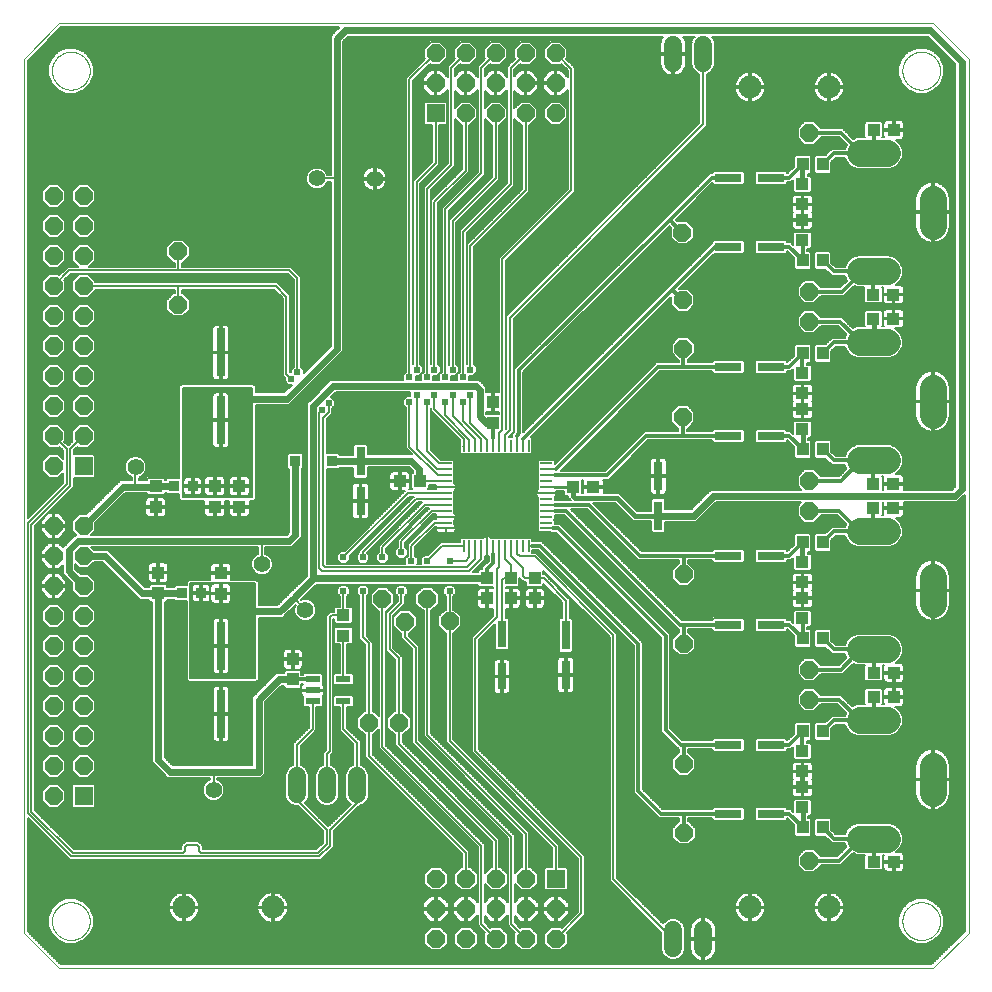
<source format=gtl>
G75*
%MOIN*%
%OFA0B0*%
%FSLAX25Y25*%
%IPPOS*%
%LPD*%
%AMOC8*
5,1,8,0,0,1.08239X$1,22.5*
%
%ADD10R,0.03000X0.09700*%
%ADD11R,0.02756X0.09055*%
%ADD12R,0.09055X0.02756*%
%ADD13R,0.04331X0.03937*%
%ADD14R,0.04252X0.04134*%
%ADD15R,0.03000X0.16000*%
%ADD16R,0.03937X0.04331*%
%ADD17R,0.03543X0.03543*%
%ADD18C,0.00000*%
%ADD19OC8,0.06000*%
%ADD20R,0.06000X0.06000*%
%ADD21C,0.08858*%
%ADD22C,0.06000*%
%ADD23R,0.03937X0.00787*%
%ADD24R,0.00787X0.03937*%
%ADD25R,0.05000X0.02200*%
%ADD26C,0.07600*%
%ADD27C,0.05512*%
%ADD28C,0.02400*%
%ADD29C,0.00600*%
%ADD30C,0.00800*%
%ADD31C,0.01000*%
%ADD32C,0.01600*%
%ADD33R,0.02400X0.02400*%
%ADD34R,0.03562X0.03562*%
%ADD35R,0.02900X0.02900*%
%ADD36C,0.02400*%
%ADD37C,0.02300*%
%ADD38C,0.01200*%
D10*
X0121600Y0191000D03*
X0121600Y0204200D03*
X0190000Y0146200D03*
X0190000Y0133000D03*
X0220800Y0186100D03*
X0220800Y0199300D03*
D11*
X0168700Y0146687D03*
X0168700Y0132513D03*
D12*
X0244213Y0149700D03*
X0258387Y0149700D03*
X0258387Y0172700D03*
X0244213Y0172700D03*
X0244213Y0212700D03*
X0258387Y0212700D03*
X0258387Y0235700D03*
X0244213Y0235700D03*
X0244213Y0275700D03*
X0258387Y0275700D03*
X0258387Y0298700D03*
X0244213Y0298700D03*
X0244213Y0109700D03*
X0258387Y0109700D03*
X0258387Y0086700D03*
X0244213Y0086700D03*
D13*
X0268900Y0088854D03*
X0268900Y0095546D03*
X0268900Y0100854D03*
X0268900Y0107546D03*
X0292654Y0125700D03*
X0299346Y0125700D03*
X0299346Y0133700D03*
X0292654Y0133700D03*
X0268900Y0151854D03*
X0268900Y0158546D03*
X0268900Y0163854D03*
X0268900Y0170546D03*
X0292554Y0188700D03*
X0299246Y0188700D03*
X0299246Y0196700D03*
X0292554Y0196700D03*
X0268900Y0214854D03*
X0268900Y0221546D03*
X0268900Y0226854D03*
X0268900Y0233546D03*
X0292554Y0251800D03*
X0299246Y0251800D03*
X0299246Y0259800D03*
X0292554Y0259800D03*
X0268900Y0277954D03*
X0268900Y0284646D03*
X0268900Y0289854D03*
X0268900Y0296546D03*
X0292654Y0314700D03*
X0299346Y0314700D03*
X0199146Y0195600D03*
X0192454Y0195600D03*
X0141346Y0197600D03*
X0134654Y0197600D03*
X0115900Y0152846D03*
X0115900Y0146154D03*
X0292654Y0070700D03*
X0299346Y0070700D03*
D14*
X0165800Y0217055D03*
X0165800Y0223945D03*
X0081200Y0195945D03*
X0081200Y0189055D03*
X0073000Y0189055D03*
X0073000Y0195945D03*
X0053300Y0195845D03*
X0053300Y0188955D03*
X0054100Y0167145D03*
X0054100Y0160255D03*
X0075000Y0160155D03*
X0075000Y0167045D03*
D15*
X0075100Y0142700D03*
X0075100Y0120100D03*
X0075000Y0217900D03*
X0075000Y0240500D03*
D16*
X0163700Y0165246D03*
X0163700Y0158554D03*
X0171700Y0158554D03*
X0171700Y0165246D03*
X0179700Y0165246D03*
X0179700Y0158554D03*
X0099000Y0138246D03*
X0099000Y0131554D03*
X0268954Y0145200D03*
X0275646Y0145200D03*
X0275646Y0114200D03*
X0268954Y0114200D03*
X0268954Y0082200D03*
X0275646Y0082200D03*
X0275646Y0177200D03*
X0268954Y0177200D03*
X0268954Y0208200D03*
X0275646Y0208200D03*
X0275646Y0240200D03*
X0268954Y0240200D03*
X0268954Y0271200D03*
X0275646Y0271200D03*
X0275646Y0303200D03*
X0268954Y0303200D03*
D17*
X0068450Y0160300D03*
X0062150Y0160300D03*
X0059350Y0195900D03*
X0065650Y0195900D03*
D18*
X0009300Y0047011D02*
X0021111Y0035200D01*
X0312450Y0035200D01*
X0324261Y0047011D01*
X0324261Y0338350D01*
X0312450Y0350161D01*
X0021111Y0350161D01*
X0009300Y0338350D01*
X0009300Y0047011D01*
X0018749Y0050948D02*
X0018751Y0051106D01*
X0018757Y0051264D01*
X0018767Y0051422D01*
X0018781Y0051580D01*
X0018799Y0051737D01*
X0018820Y0051894D01*
X0018846Y0052050D01*
X0018876Y0052206D01*
X0018909Y0052361D01*
X0018947Y0052514D01*
X0018988Y0052667D01*
X0019033Y0052819D01*
X0019082Y0052970D01*
X0019135Y0053119D01*
X0019191Y0053267D01*
X0019251Y0053413D01*
X0019315Y0053558D01*
X0019383Y0053701D01*
X0019454Y0053843D01*
X0019528Y0053983D01*
X0019606Y0054120D01*
X0019688Y0054256D01*
X0019772Y0054390D01*
X0019861Y0054521D01*
X0019952Y0054650D01*
X0020047Y0054777D01*
X0020144Y0054902D01*
X0020245Y0055024D01*
X0020349Y0055143D01*
X0020456Y0055260D01*
X0020566Y0055374D01*
X0020679Y0055485D01*
X0020794Y0055594D01*
X0020912Y0055699D01*
X0021033Y0055801D01*
X0021156Y0055901D01*
X0021282Y0055997D01*
X0021410Y0056090D01*
X0021540Y0056180D01*
X0021673Y0056266D01*
X0021808Y0056350D01*
X0021944Y0056429D01*
X0022083Y0056506D01*
X0022224Y0056578D01*
X0022366Y0056648D01*
X0022510Y0056713D01*
X0022656Y0056775D01*
X0022803Y0056833D01*
X0022952Y0056888D01*
X0023102Y0056939D01*
X0023253Y0056986D01*
X0023405Y0057029D01*
X0023558Y0057068D01*
X0023713Y0057104D01*
X0023868Y0057135D01*
X0024024Y0057163D01*
X0024180Y0057187D01*
X0024337Y0057207D01*
X0024495Y0057223D01*
X0024652Y0057235D01*
X0024811Y0057243D01*
X0024969Y0057247D01*
X0025127Y0057247D01*
X0025285Y0057243D01*
X0025444Y0057235D01*
X0025601Y0057223D01*
X0025759Y0057207D01*
X0025916Y0057187D01*
X0026072Y0057163D01*
X0026228Y0057135D01*
X0026383Y0057104D01*
X0026538Y0057068D01*
X0026691Y0057029D01*
X0026843Y0056986D01*
X0026994Y0056939D01*
X0027144Y0056888D01*
X0027293Y0056833D01*
X0027440Y0056775D01*
X0027586Y0056713D01*
X0027730Y0056648D01*
X0027872Y0056578D01*
X0028013Y0056506D01*
X0028152Y0056429D01*
X0028288Y0056350D01*
X0028423Y0056266D01*
X0028556Y0056180D01*
X0028686Y0056090D01*
X0028814Y0055997D01*
X0028940Y0055901D01*
X0029063Y0055801D01*
X0029184Y0055699D01*
X0029302Y0055594D01*
X0029417Y0055485D01*
X0029530Y0055374D01*
X0029640Y0055260D01*
X0029747Y0055143D01*
X0029851Y0055024D01*
X0029952Y0054902D01*
X0030049Y0054777D01*
X0030144Y0054650D01*
X0030235Y0054521D01*
X0030324Y0054390D01*
X0030408Y0054256D01*
X0030490Y0054120D01*
X0030568Y0053983D01*
X0030642Y0053843D01*
X0030713Y0053701D01*
X0030781Y0053558D01*
X0030845Y0053413D01*
X0030905Y0053267D01*
X0030961Y0053119D01*
X0031014Y0052970D01*
X0031063Y0052819D01*
X0031108Y0052667D01*
X0031149Y0052514D01*
X0031187Y0052361D01*
X0031220Y0052206D01*
X0031250Y0052050D01*
X0031276Y0051894D01*
X0031297Y0051737D01*
X0031315Y0051580D01*
X0031329Y0051422D01*
X0031339Y0051264D01*
X0031345Y0051106D01*
X0031347Y0050948D01*
X0031345Y0050790D01*
X0031339Y0050632D01*
X0031329Y0050474D01*
X0031315Y0050316D01*
X0031297Y0050159D01*
X0031276Y0050002D01*
X0031250Y0049846D01*
X0031220Y0049690D01*
X0031187Y0049535D01*
X0031149Y0049382D01*
X0031108Y0049229D01*
X0031063Y0049077D01*
X0031014Y0048926D01*
X0030961Y0048777D01*
X0030905Y0048629D01*
X0030845Y0048483D01*
X0030781Y0048338D01*
X0030713Y0048195D01*
X0030642Y0048053D01*
X0030568Y0047913D01*
X0030490Y0047776D01*
X0030408Y0047640D01*
X0030324Y0047506D01*
X0030235Y0047375D01*
X0030144Y0047246D01*
X0030049Y0047119D01*
X0029952Y0046994D01*
X0029851Y0046872D01*
X0029747Y0046753D01*
X0029640Y0046636D01*
X0029530Y0046522D01*
X0029417Y0046411D01*
X0029302Y0046302D01*
X0029184Y0046197D01*
X0029063Y0046095D01*
X0028940Y0045995D01*
X0028814Y0045899D01*
X0028686Y0045806D01*
X0028556Y0045716D01*
X0028423Y0045630D01*
X0028288Y0045546D01*
X0028152Y0045467D01*
X0028013Y0045390D01*
X0027872Y0045318D01*
X0027730Y0045248D01*
X0027586Y0045183D01*
X0027440Y0045121D01*
X0027293Y0045063D01*
X0027144Y0045008D01*
X0026994Y0044957D01*
X0026843Y0044910D01*
X0026691Y0044867D01*
X0026538Y0044828D01*
X0026383Y0044792D01*
X0026228Y0044761D01*
X0026072Y0044733D01*
X0025916Y0044709D01*
X0025759Y0044689D01*
X0025601Y0044673D01*
X0025444Y0044661D01*
X0025285Y0044653D01*
X0025127Y0044649D01*
X0024969Y0044649D01*
X0024811Y0044653D01*
X0024652Y0044661D01*
X0024495Y0044673D01*
X0024337Y0044689D01*
X0024180Y0044709D01*
X0024024Y0044733D01*
X0023868Y0044761D01*
X0023713Y0044792D01*
X0023558Y0044828D01*
X0023405Y0044867D01*
X0023253Y0044910D01*
X0023102Y0044957D01*
X0022952Y0045008D01*
X0022803Y0045063D01*
X0022656Y0045121D01*
X0022510Y0045183D01*
X0022366Y0045248D01*
X0022224Y0045318D01*
X0022083Y0045390D01*
X0021944Y0045467D01*
X0021808Y0045546D01*
X0021673Y0045630D01*
X0021540Y0045716D01*
X0021410Y0045806D01*
X0021282Y0045899D01*
X0021156Y0045995D01*
X0021033Y0046095D01*
X0020912Y0046197D01*
X0020794Y0046302D01*
X0020679Y0046411D01*
X0020566Y0046522D01*
X0020456Y0046636D01*
X0020349Y0046753D01*
X0020245Y0046872D01*
X0020144Y0046994D01*
X0020047Y0047119D01*
X0019952Y0047246D01*
X0019861Y0047375D01*
X0019772Y0047506D01*
X0019688Y0047640D01*
X0019606Y0047776D01*
X0019528Y0047913D01*
X0019454Y0048053D01*
X0019383Y0048195D01*
X0019315Y0048338D01*
X0019251Y0048483D01*
X0019191Y0048629D01*
X0019135Y0048777D01*
X0019082Y0048926D01*
X0019033Y0049077D01*
X0018988Y0049229D01*
X0018947Y0049382D01*
X0018909Y0049535D01*
X0018876Y0049690D01*
X0018846Y0049846D01*
X0018820Y0050002D01*
X0018799Y0050159D01*
X0018781Y0050316D01*
X0018767Y0050474D01*
X0018757Y0050632D01*
X0018751Y0050790D01*
X0018749Y0050948D01*
X0018749Y0334413D02*
X0018751Y0334571D01*
X0018757Y0334729D01*
X0018767Y0334887D01*
X0018781Y0335045D01*
X0018799Y0335202D01*
X0018820Y0335359D01*
X0018846Y0335515D01*
X0018876Y0335671D01*
X0018909Y0335826D01*
X0018947Y0335979D01*
X0018988Y0336132D01*
X0019033Y0336284D01*
X0019082Y0336435D01*
X0019135Y0336584D01*
X0019191Y0336732D01*
X0019251Y0336878D01*
X0019315Y0337023D01*
X0019383Y0337166D01*
X0019454Y0337308D01*
X0019528Y0337448D01*
X0019606Y0337585D01*
X0019688Y0337721D01*
X0019772Y0337855D01*
X0019861Y0337986D01*
X0019952Y0338115D01*
X0020047Y0338242D01*
X0020144Y0338367D01*
X0020245Y0338489D01*
X0020349Y0338608D01*
X0020456Y0338725D01*
X0020566Y0338839D01*
X0020679Y0338950D01*
X0020794Y0339059D01*
X0020912Y0339164D01*
X0021033Y0339266D01*
X0021156Y0339366D01*
X0021282Y0339462D01*
X0021410Y0339555D01*
X0021540Y0339645D01*
X0021673Y0339731D01*
X0021808Y0339815D01*
X0021944Y0339894D01*
X0022083Y0339971D01*
X0022224Y0340043D01*
X0022366Y0340113D01*
X0022510Y0340178D01*
X0022656Y0340240D01*
X0022803Y0340298D01*
X0022952Y0340353D01*
X0023102Y0340404D01*
X0023253Y0340451D01*
X0023405Y0340494D01*
X0023558Y0340533D01*
X0023713Y0340569D01*
X0023868Y0340600D01*
X0024024Y0340628D01*
X0024180Y0340652D01*
X0024337Y0340672D01*
X0024495Y0340688D01*
X0024652Y0340700D01*
X0024811Y0340708D01*
X0024969Y0340712D01*
X0025127Y0340712D01*
X0025285Y0340708D01*
X0025444Y0340700D01*
X0025601Y0340688D01*
X0025759Y0340672D01*
X0025916Y0340652D01*
X0026072Y0340628D01*
X0026228Y0340600D01*
X0026383Y0340569D01*
X0026538Y0340533D01*
X0026691Y0340494D01*
X0026843Y0340451D01*
X0026994Y0340404D01*
X0027144Y0340353D01*
X0027293Y0340298D01*
X0027440Y0340240D01*
X0027586Y0340178D01*
X0027730Y0340113D01*
X0027872Y0340043D01*
X0028013Y0339971D01*
X0028152Y0339894D01*
X0028288Y0339815D01*
X0028423Y0339731D01*
X0028556Y0339645D01*
X0028686Y0339555D01*
X0028814Y0339462D01*
X0028940Y0339366D01*
X0029063Y0339266D01*
X0029184Y0339164D01*
X0029302Y0339059D01*
X0029417Y0338950D01*
X0029530Y0338839D01*
X0029640Y0338725D01*
X0029747Y0338608D01*
X0029851Y0338489D01*
X0029952Y0338367D01*
X0030049Y0338242D01*
X0030144Y0338115D01*
X0030235Y0337986D01*
X0030324Y0337855D01*
X0030408Y0337721D01*
X0030490Y0337585D01*
X0030568Y0337448D01*
X0030642Y0337308D01*
X0030713Y0337166D01*
X0030781Y0337023D01*
X0030845Y0336878D01*
X0030905Y0336732D01*
X0030961Y0336584D01*
X0031014Y0336435D01*
X0031063Y0336284D01*
X0031108Y0336132D01*
X0031149Y0335979D01*
X0031187Y0335826D01*
X0031220Y0335671D01*
X0031250Y0335515D01*
X0031276Y0335359D01*
X0031297Y0335202D01*
X0031315Y0335045D01*
X0031329Y0334887D01*
X0031339Y0334729D01*
X0031345Y0334571D01*
X0031347Y0334413D01*
X0031345Y0334255D01*
X0031339Y0334097D01*
X0031329Y0333939D01*
X0031315Y0333781D01*
X0031297Y0333624D01*
X0031276Y0333467D01*
X0031250Y0333311D01*
X0031220Y0333155D01*
X0031187Y0333000D01*
X0031149Y0332847D01*
X0031108Y0332694D01*
X0031063Y0332542D01*
X0031014Y0332391D01*
X0030961Y0332242D01*
X0030905Y0332094D01*
X0030845Y0331948D01*
X0030781Y0331803D01*
X0030713Y0331660D01*
X0030642Y0331518D01*
X0030568Y0331378D01*
X0030490Y0331241D01*
X0030408Y0331105D01*
X0030324Y0330971D01*
X0030235Y0330840D01*
X0030144Y0330711D01*
X0030049Y0330584D01*
X0029952Y0330459D01*
X0029851Y0330337D01*
X0029747Y0330218D01*
X0029640Y0330101D01*
X0029530Y0329987D01*
X0029417Y0329876D01*
X0029302Y0329767D01*
X0029184Y0329662D01*
X0029063Y0329560D01*
X0028940Y0329460D01*
X0028814Y0329364D01*
X0028686Y0329271D01*
X0028556Y0329181D01*
X0028423Y0329095D01*
X0028288Y0329011D01*
X0028152Y0328932D01*
X0028013Y0328855D01*
X0027872Y0328783D01*
X0027730Y0328713D01*
X0027586Y0328648D01*
X0027440Y0328586D01*
X0027293Y0328528D01*
X0027144Y0328473D01*
X0026994Y0328422D01*
X0026843Y0328375D01*
X0026691Y0328332D01*
X0026538Y0328293D01*
X0026383Y0328257D01*
X0026228Y0328226D01*
X0026072Y0328198D01*
X0025916Y0328174D01*
X0025759Y0328154D01*
X0025601Y0328138D01*
X0025444Y0328126D01*
X0025285Y0328118D01*
X0025127Y0328114D01*
X0024969Y0328114D01*
X0024811Y0328118D01*
X0024652Y0328126D01*
X0024495Y0328138D01*
X0024337Y0328154D01*
X0024180Y0328174D01*
X0024024Y0328198D01*
X0023868Y0328226D01*
X0023713Y0328257D01*
X0023558Y0328293D01*
X0023405Y0328332D01*
X0023253Y0328375D01*
X0023102Y0328422D01*
X0022952Y0328473D01*
X0022803Y0328528D01*
X0022656Y0328586D01*
X0022510Y0328648D01*
X0022366Y0328713D01*
X0022224Y0328783D01*
X0022083Y0328855D01*
X0021944Y0328932D01*
X0021808Y0329011D01*
X0021673Y0329095D01*
X0021540Y0329181D01*
X0021410Y0329271D01*
X0021282Y0329364D01*
X0021156Y0329460D01*
X0021033Y0329560D01*
X0020912Y0329662D01*
X0020794Y0329767D01*
X0020679Y0329876D01*
X0020566Y0329987D01*
X0020456Y0330101D01*
X0020349Y0330218D01*
X0020245Y0330337D01*
X0020144Y0330459D01*
X0020047Y0330584D01*
X0019952Y0330711D01*
X0019861Y0330840D01*
X0019772Y0330971D01*
X0019688Y0331105D01*
X0019606Y0331241D01*
X0019528Y0331378D01*
X0019454Y0331518D01*
X0019383Y0331660D01*
X0019315Y0331803D01*
X0019251Y0331948D01*
X0019191Y0332094D01*
X0019135Y0332242D01*
X0019082Y0332391D01*
X0019033Y0332542D01*
X0018988Y0332694D01*
X0018947Y0332847D01*
X0018909Y0333000D01*
X0018876Y0333155D01*
X0018846Y0333311D01*
X0018820Y0333467D01*
X0018799Y0333624D01*
X0018781Y0333781D01*
X0018767Y0333939D01*
X0018757Y0334097D01*
X0018751Y0334255D01*
X0018749Y0334413D01*
X0302214Y0334413D02*
X0302216Y0334571D01*
X0302222Y0334729D01*
X0302232Y0334887D01*
X0302246Y0335045D01*
X0302264Y0335202D01*
X0302285Y0335359D01*
X0302311Y0335515D01*
X0302341Y0335671D01*
X0302374Y0335826D01*
X0302412Y0335979D01*
X0302453Y0336132D01*
X0302498Y0336284D01*
X0302547Y0336435D01*
X0302600Y0336584D01*
X0302656Y0336732D01*
X0302716Y0336878D01*
X0302780Y0337023D01*
X0302848Y0337166D01*
X0302919Y0337308D01*
X0302993Y0337448D01*
X0303071Y0337585D01*
X0303153Y0337721D01*
X0303237Y0337855D01*
X0303326Y0337986D01*
X0303417Y0338115D01*
X0303512Y0338242D01*
X0303609Y0338367D01*
X0303710Y0338489D01*
X0303814Y0338608D01*
X0303921Y0338725D01*
X0304031Y0338839D01*
X0304144Y0338950D01*
X0304259Y0339059D01*
X0304377Y0339164D01*
X0304498Y0339266D01*
X0304621Y0339366D01*
X0304747Y0339462D01*
X0304875Y0339555D01*
X0305005Y0339645D01*
X0305138Y0339731D01*
X0305273Y0339815D01*
X0305409Y0339894D01*
X0305548Y0339971D01*
X0305689Y0340043D01*
X0305831Y0340113D01*
X0305975Y0340178D01*
X0306121Y0340240D01*
X0306268Y0340298D01*
X0306417Y0340353D01*
X0306567Y0340404D01*
X0306718Y0340451D01*
X0306870Y0340494D01*
X0307023Y0340533D01*
X0307178Y0340569D01*
X0307333Y0340600D01*
X0307489Y0340628D01*
X0307645Y0340652D01*
X0307802Y0340672D01*
X0307960Y0340688D01*
X0308117Y0340700D01*
X0308276Y0340708D01*
X0308434Y0340712D01*
X0308592Y0340712D01*
X0308750Y0340708D01*
X0308909Y0340700D01*
X0309066Y0340688D01*
X0309224Y0340672D01*
X0309381Y0340652D01*
X0309537Y0340628D01*
X0309693Y0340600D01*
X0309848Y0340569D01*
X0310003Y0340533D01*
X0310156Y0340494D01*
X0310308Y0340451D01*
X0310459Y0340404D01*
X0310609Y0340353D01*
X0310758Y0340298D01*
X0310905Y0340240D01*
X0311051Y0340178D01*
X0311195Y0340113D01*
X0311337Y0340043D01*
X0311478Y0339971D01*
X0311617Y0339894D01*
X0311753Y0339815D01*
X0311888Y0339731D01*
X0312021Y0339645D01*
X0312151Y0339555D01*
X0312279Y0339462D01*
X0312405Y0339366D01*
X0312528Y0339266D01*
X0312649Y0339164D01*
X0312767Y0339059D01*
X0312882Y0338950D01*
X0312995Y0338839D01*
X0313105Y0338725D01*
X0313212Y0338608D01*
X0313316Y0338489D01*
X0313417Y0338367D01*
X0313514Y0338242D01*
X0313609Y0338115D01*
X0313700Y0337986D01*
X0313789Y0337855D01*
X0313873Y0337721D01*
X0313955Y0337585D01*
X0314033Y0337448D01*
X0314107Y0337308D01*
X0314178Y0337166D01*
X0314246Y0337023D01*
X0314310Y0336878D01*
X0314370Y0336732D01*
X0314426Y0336584D01*
X0314479Y0336435D01*
X0314528Y0336284D01*
X0314573Y0336132D01*
X0314614Y0335979D01*
X0314652Y0335826D01*
X0314685Y0335671D01*
X0314715Y0335515D01*
X0314741Y0335359D01*
X0314762Y0335202D01*
X0314780Y0335045D01*
X0314794Y0334887D01*
X0314804Y0334729D01*
X0314810Y0334571D01*
X0314812Y0334413D01*
X0314810Y0334255D01*
X0314804Y0334097D01*
X0314794Y0333939D01*
X0314780Y0333781D01*
X0314762Y0333624D01*
X0314741Y0333467D01*
X0314715Y0333311D01*
X0314685Y0333155D01*
X0314652Y0333000D01*
X0314614Y0332847D01*
X0314573Y0332694D01*
X0314528Y0332542D01*
X0314479Y0332391D01*
X0314426Y0332242D01*
X0314370Y0332094D01*
X0314310Y0331948D01*
X0314246Y0331803D01*
X0314178Y0331660D01*
X0314107Y0331518D01*
X0314033Y0331378D01*
X0313955Y0331241D01*
X0313873Y0331105D01*
X0313789Y0330971D01*
X0313700Y0330840D01*
X0313609Y0330711D01*
X0313514Y0330584D01*
X0313417Y0330459D01*
X0313316Y0330337D01*
X0313212Y0330218D01*
X0313105Y0330101D01*
X0312995Y0329987D01*
X0312882Y0329876D01*
X0312767Y0329767D01*
X0312649Y0329662D01*
X0312528Y0329560D01*
X0312405Y0329460D01*
X0312279Y0329364D01*
X0312151Y0329271D01*
X0312021Y0329181D01*
X0311888Y0329095D01*
X0311753Y0329011D01*
X0311617Y0328932D01*
X0311478Y0328855D01*
X0311337Y0328783D01*
X0311195Y0328713D01*
X0311051Y0328648D01*
X0310905Y0328586D01*
X0310758Y0328528D01*
X0310609Y0328473D01*
X0310459Y0328422D01*
X0310308Y0328375D01*
X0310156Y0328332D01*
X0310003Y0328293D01*
X0309848Y0328257D01*
X0309693Y0328226D01*
X0309537Y0328198D01*
X0309381Y0328174D01*
X0309224Y0328154D01*
X0309066Y0328138D01*
X0308909Y0328126D01*
X0308750Y0328118D01*
X0308592Y0328114D01*
X0308434Y0328114D01*
X0308276Y0328118D01*
X0308117Y0328126D01*
X0307960Y0328138D01*
X0307802Y0328154D01*
X0307645Y0328174D01*
X0307489Y0328198D01*
X0307333Y0328226D01*
X0307178Y0328257D01*
X0307023Y0328293D01*
X0306870Y0328332D01*
X0306718Y0328375D01*
X0306567Y0328422D01*
X0306417Y0328473D01*
X0306268Y0328528D01*
X0306121Y0328586D01*
X0305975Y0328648D01*
X0305831Y0328713D01*
X0305689Y0328783D01*
X0305548Y0328855D01*
X0305409Y0328932D01*
X0305273Y0329011D01*
X0305138Y0329095D01*
X0305005Y0329181D01*
X0304875Y0329271D01*
X0304747Y0329364D01*
X0304621Y0329460D01*
X0304498Y0329560D01*
X0304377Y0329662D01*
X0304259Y0329767D01*
X0304144Y0329876D01*
X0304031Y0329987D01*
X0303921Y0330101D01*
X0303814Y0330218D01*
X0303710Y0330337D01*
X0303609Y0330459D01*
X0303512Y0330584D01*
X0303417Y0330711D01*
X0303326Y0330840D01*
X0303237Y0330971D01*
X0303153Y0331105D01*
X0303071Y0331241D01*
X0302993Y0331378D01*
X0302919Y0331518D01*
X0302848Y0331660D01*
X0302780Y0331803D01*
X0302716Y0331948D01*
X0302656Y0332094D01*
X0302600Y0332242D01*
X0302547Y0332391D01*
X0302498Y0332542D01*
X0302453Y0332694D01*
X0302412Y0332847D01*
X0302374Y0333000D01*
X0302341Y0333155D01*
X0302311Y0333311D01*
X0302285Y0333467D01*
X0302264Y0333624D01*
X0302246Y0333781D01*
X0302232Y0333939D01*
X0302222Y0334097D01*
X0302216Y0334255D01*
X0302214Y0334413D01*
X0302214Y0050948D02*
X0302216Y0051106D01*
X0302222Y0051264D01*
X0302232Y0051422D01*
X0302246Y0051580D01*
X0302264Y0051737D01*
X0302285Y0051894D01*
X0302311Y0052050D01*
X0302341Y0052206D01*
X0302374Y0052361D01*
X0302412Y0052514D01*
X0302453Y0052667D01*
X0302498Y0052819D01*
X0302547Y0052970D01*
X0302600Y0053119D01*
X0302656Y0053267D01*
X0302716Y0053413D01*
X0302780Y0053558D01*
X0302848Y0053701D01*
X0302919Y0053843D01*
X0302993Y0053983D01*
X0303071Y0054120D01*
X0303153Y0054256D01*
X0303237Y0054390D01*
X0303326Y0054521D01*
X0303417Y0054650D01*
X0303512Y0054777D01*
X0303609Y0054902D01*
X0303710Y0055024D01*
X0303814Y0055143D01*
X0303921Y0055260D01*
X0304031Y0055374D01*
X0304144Y0055485D01*
X0304259Y0055594D01*
X0304377Y0055699D01*
X0304498Y0055801D01*
X0304621Y0055901D01*
X0304747Y0055997D01*
X0304875Y0056090D01*
X0305005Y0056180D01*
X0305138Y0056266D01*
X0305273Y0056350D01*
X0305409Y0056429D01*
X0305548Y0056506D01*
X0305689Y0056578D01*
X0305831Y0056648D01*
X0305975Y0056713D01*
X0306121Y0056775D01*
X0306268Y0056833D01*
X0306417Y0056888D01*
X0306567Y0056939D01*
X0306718Y0056986D01*
X0306870Y0057029D01*
X0307023Y0057068D01*
X0307178Y0057104D01*
X0307333Y0057135D01*
X0307489Y0057163D01*
X0307645Y0057187D01*
X0307802Y0057207D01*
X0307960Y0057223D01*
X0308117Y0057235D01*
X0308276Y0057243D01*
X0308434Y0057247D01*
X0308592Y0057247D01*
X0308750Y0057243D01*
X0308909Y0057235D01*
X0309066Y0057223D01*
X0309224Y0057207D01*
X0309381Y0057187D01*
X0309537Y0057163D01*
X0309693Y0057135D01*
X0309848Y0057104D01*
X0310003Y0057068D01*
X0310156Y0057029D01*
X0310308Y0056986D01*
X0310459Y0056939D01*
X0310609Y0056888D01*
X0310758Y0056833D01*
X0310905Y0056775D01*
X0311051Y0056713D01*
X0311195Y0056648D01*
X0311337Y0056578D01*
X0311478Y0056506D01*
X0311617Y0056429D01*
X0311753Y0056350D01*
X0311888Y0056266D01*
X0312021Y0056180D01*
X0312151Y0056090D01*
X0312279Y0055997D01*
X0312405Y0055901D01*
X0312528Y0055801D01*
X0312649Y0055699D01*
X0312767Y0055594D01*
X0312882Y0055485D01*
X0312995Y0055374D01*
X0313105Y0055260D01*
X0313212Y0055143D01*
X0313316Y0055024D01*
X0313417Y0054902D01*
X0313514Y0054777D01*
X0313609Y0054650D01*
X0313700Y0054521D01*
X0313789Y0054390D01*
X0313873Y0054256D01*
X0313955Y0054120D01*
X0314033Y0053983D01*
X0314107Y0053843D01*
X0314178Y0053701D01*
X0314246Y0053558D01*
X0314310Y0053413D01*
X0314370Y0053267D01*
X0314426Y0053119D01*
X0314479Y0052970D01*
X0314528Y0052819D01*
X0314573Y0052667D01*
X0314614Y0052514D01*
X0314652Y0052361D01*
X0314685Y0052206D01*
X0314715Y0052050D01*
X0314741Y0051894D01*
X0314762Y0051737D01*
X0314780Y0051580D01*
X0314794Y0051422D01*
X0314804Y0051264D01*
X0314810Y0051106D01*
X0314812Y0050948D01*
X0314810Y0050790D01*
X0314804Y0050632D01*
X0314794Y0050474D01*
X0314780Y0050316D01*
X0314762Y0050159D01*
X0314741Y0050002D01*
X0314715Y0049846D01*
X0314685Y0049690D01*
X0314652Y0049535D01*
X0314614Y0049382D01*
X0314573Y0049229D01*
X0314528Y0049077D01*
X0314479Y0048926D01*
X0314426Y0048777D01*
X0314370Y0048629D01*
X0314310Y0048483D01*
X0314246Y0048338D01*
X0314178Y0048195D01*
X0314107Y0048053D01*
X0314033Y0047913D01*
X0313955Y0047776D01*
X0313873Y0047640D01*
X0313789Y0047506D01*
X0313700Y0047375D01*
X0313609Y0047246D01*
X0313514Y0047119D01*
X0313417Y0046994D01*
X0313316Y0046872D01*
X0313212Y0046753D01*
X0313105Y0046636D01*
X0312995Y0046522D01*
X0312882Y0046411D01*
X0312767Y0046302D01*
X0312649Y0046197D01*
X0312528Y0046095D01*
X0312405Y0045995D01*
X0312279Y0045899D01*
X0312151Y0045806D01*
X0312021Y0045716D01*
X0311888Y0045630D01*
X0311753Y0045546D01*
X0311617Y0045467D01*
X0311478Y0045390D01*
X0311337Y0045318D01*
X0311195Y0045248D01*
X0311051Y0045183D01*
X0310905Y0045121D01*
X0310758Y0045063D01*
X0310609Y0045008D01*
X0310459Y0044957D01*
X0310308Y0044910D01*
X0310156Y0044867D01*
X0310003Y0044828D01*
X0309848Y0044792D01*
X0309693Y0044761D01*
X0309537Y0044733D01*
X0309381Y0044709D01*
X0309224Y0044689D01*
X0309066Y0044673D01*
X0308909Y0044661D01*
X0308750Y0044653D01*
X0308592Y0044649D01*
X0308434Y0044649D01*
X0308276Y0044653D01*
X0308117Y0044661D01*
X0307960Y0044673D01*
X0307802Y0044689D01*
X0307645Y0044709D01*
X0307489Y0044733D01*
X0307333Y0044761D01*
X0307178Y0044792D01*
X0307023Y0044828D01*
X0306870Y0044867D01*
X0306718Y0044910D01*
X0306567Y0044957D01*
X0306417Y0045008D01*
X0306268Y0045063D01*
X0306121Y0045121D01*
X0305975Y0045183D01*
X0305831Y0045248D01*
X0305689Y0045318D01*
X0305548Y0045390D01*
X0305409Y0045467D01*
X0305273Y0045546D01*
X0305138Y0045630D01*
X0305005Y0045716D01*
X0304875Y0045806D01*
X0304747Y0045899D01*
X0304621Y0045995D01*
X0304498Y0046095D01*
X0304377Y0046197D01*
X0304259Y0046302D01*
X0304144Y0046411D01*
X0304031Y0046522D01*
X0303921Y0046636D01*
X0303814Y0046753D01*
X0303710Y0046872D01*
X0303609Y0046994D01*
X0303512Y0047119D01*
X0303417Y0047246D01*
X0303326Y0047375D01*
X0303237Y0047506D01*
X0303153Y0047640D01*
X0303071Y0047776D01*
X0302993Y0047913D01*
X0302919Y0048053D01*
X0302848Y0048195D01*
X0302780Y0048338D01*
X0302716Y0048483D01*
X0302656Y0048629D01*
X0302600Y0048777D01*
X0302547Y0048926D01*
X0302498Y0049077D01*
X0302453Y0049229D01*
X0302412Y0049382D01*
X0302374Y0049535D01*
X0302341Y0049690D01*
X0302311Y0049846D01*
X0302285Y0050002D01*
X0302264Y0050159D01*
X0302246Y0050316D01*
X0302232Y0050474D01*
X0302222Y0050632D01*
X0302216Y0050790D01*
X0302214Y0050948D01*
D19*
X0271200Y0071100D03*
X0229400Y0080400D03*
X0229300Y0103300D03*
X0229300Y0143400D03*
X0229300Y0166500D03*
X0271200Y0187700D03*
X0271200Y0197700D03*
X0229000Y0219000D03*
X0229200Y0241800D03*
X0229000Y0257900D03*
X0228900Y0280400D03*
X0271200Y0260800D03*
X0271200Y0250800D03*
X0271200Y0313700D03*
X0186600Y0320200D03*
X0186600Y0330200D03*
X0186600Y0340200D03*
X0176600Y0340200D03*
X0176600Y0330200D03*
X0176600Y0320200D03*
X0166600Y0320200D03*
X0166600Y0330200D03*
X0166600Y0340200D03*
X0156600Y0340200D03*
X0156600Y0330200D03*
X0156600Y0320200D03*
X0146600Y0330200D03*
X0146600Y0340200D03*
X0060800Y0274200D03*
X0060800Y0256400D03*
X0029261Y0252661D03*
X0029261Y0262661D03*
X0029261Y0272661D03*
X0029261Y0282661D03*
X0029261Y0292661D03*
X0019261Y0292661D03*
X0019261Y0282661D03*
X0019261Y0272661D03*
X0019261Y0262661D03*
X0019261Y0252661D03*
X0019261Y0242661D03*
X0019261Y0232661D03*
X0029261Y0232661D03*
X0029261Y0242661D03*
X0029261Y0222661D03*
X0029261Y0212661D03*
X0019261Y0212661D03*
X0019261Y0222661D03*
X0019261Y0202661D03*
X0019261Y0182661D03*
X0029261Y0182661D03*
X0029261Y0172661D03*
X0029261Y0162661D03*
X0029261Y0152661D03*
X0029261Y0142661D03*
X0029261Y0132661D03*
X0029261Y0122661D03*
X0029261Y0112661D03*
X0029261Y0102661D03*
X0019261Y0102661D03*
X0019261Y0092661D03*
X0019261Y0112661D03*
X0019261Y0122661D03*
X0019261Y0132661D03*
X0019261Y0142661D03*
X0019261Y0152661D03*
X0019261Y0162661D03*
X0019261Y0172661D03*
X0124400Y0117100D03*
X0134400Y0117100D03*
X0136400Y0150800D03*
X0128900Y0158300D03*
X0143800Y0158400D03*
X0151300Y0150900D03*
X0146700Y0065100D03*
X0146700Y0055100D03*
X0146700Y0045100D03*
X0156700Y0045100D03*
X0156700Y0055100D03*
X0156700Y0065100D03*
X0166700Y0065100D03*
X0166700Y0055100D03*
X0166700Y0045100D03*
X0176700Y0045100D03*
X0176700Y0055100D03*
X0176700Y0065100D03*
X0186700Y0055100D03*
X0186700Y0045100D03*
X0271200Y0124800D03*
X0271200Y0134800D03*
D20*
X0186700Y0065100D03*
X0029261Y0092661D03*
X0029261Y0202661D03*
X0146600Y0320200D03*
D21*
X0288186Y0306877D02*
X0297044Y0306877D01*
X0312300Y0291621D02*
X0312300Y0282763D01*
X0297044Y0267507D02*
X0288186Y0267507D01*
X0288186Y0243869D02*
X0297044Y0243869D01*
X0312300Y0228613D02*
X0312300Y0219755D01*
X0297044Y0204499D02*
X0288186Y0204499D01*
X0288186Y0180861D02*
X0297044Y0180861D01*
X0312300Y0165606D02*
X0312300Y0156747D01*
X0297044Y0141491D02*
X0288186Y0141491D01*
X0288186Y0117854D02*
X0297044Y0117854D01*
X0312300Y0102598D02*
X0312300Y0093739D01*
X0297044Y0078483D02*
X0288186Y0078483D01*
D22*
X0235800Y0048000D02*
X0235800Y0042000D01*
X0225800Y0042000D02*
X0225800Y0048000D01*
X0120400Y0093200D02*
X0120400Y0099200D01*
X0110400Y0099200D02*
X0110400Y0093200D01*
X0100400Y0093200D02*
X0100400Y0099200D01*
X0225800Y0337100D02*
X0225800Y0343100D01*
X0235800Y0343100D02*
X0235800Y0337100D01*
D23*
X0183513Y0203507D03*
X0183513Y0201539D03*
X0183513Y0199570D03*
X0183513Y0197602D03*
X0183513Y0195633D03*
X0183513Y0193665D03*
X0183513Y0191696D03*
X0183513Y0189728D03*
X0183513Y0187759D03*
X0183513Y0185791D03*
X0183513Y0183822D03*
X0183513Y0181854D03*
X0150048Y0181854D03*
X0150048Y0183822D03*
X0150048Y0185791D03*
X0150048Y0187759D03*
X0150048Y0189728D03*
X0150048Y0191696D03*
X0150048Y0193665D03*
X0150048Y0195633D03*
X0150048Y0197602D03*
X0150048Y0199570D03*
X0150048Y0201539D03*
X0150048Y0203507D03*
D24*
X0155954Y0209413D03*
X0157922Y0209413D03*
X0159891Y0209413D03*
X0161859Y0209413D03*
X0163828Y0209413D03*
X0165796Y0209413D03*
X0167765Y0209413D03*
X0169733Y0209413D03*
X0171702Y0209413D03*
X0173670Y0209413D03*
X0175639Y0209413D03*
X0177607Y0209413D03*
X0177607Y0175948D03*
X0175639Y0175948D03*
X0173670Y0175948D03*
X0171702Y0175948D03*
X0169733Y0175948D03*
X0167765Y0175948D03*
X0165796Y0175948D03*
X0163828Y0175948D03*
X0161859Y0175948D03*
X0159891Y0175948D03*
X0157922Y0175948D03*
X0155954Y0175948D03*
D25*
X0115900Y0131600D03*
X0115900Y0124200D03*
X0105700Y0124200D03*
X0105700Y0127900D03*
X0105700Y0131600D03*
D26*
X0092300Y0055500D03*
X0062800Y0055500D03*
X0251400Y0055500D03*
X0277700Y0055500D03*
X0277700Y0328900D03*
X0251400Y0328900D03*
D27*
X0126300Y0298400D03*
X0107100Y0298500D03*
X0046600Y0202300D03*
X0088700Y0169900D03*
X0103200Y0154700D03*
X0072600Y0094700D03*
D28*
X0115900Y0161000D03*
X0122400Y0161000D03*
X0122400Y0172243D03*
X0115900Y0172200D03*
X0128900Y0172200D03*
X0135200Y0173900D03*
X0138500Y0171000D03*
X0143800Y0171000D03*
X0151300Y0171000D03*
X0151300Y0161000D03*
X0135200Y0161000D03*
X0108800Y0221400D03*
X0111000Y0223600D03*
X0100521Y0233921D03*
X0098400Y0231800D03*
X0137900Y0232300D03*
X0140300Y0234800D03*
X0143800Y0232300D03*
X0146200Y0234800D03*
X0149800Y0232300D03*
X0152300Y0234800D03*
X0155800Y0232300D03*
X0158200Y0234800D03*
X0158200Y0226300D03*
X0155800Y0223857D03*
X0152300Y0226300D03*
X0149800Y0223957D03*
X0146200Y0226300D03*
X0143800Y0223857D03*
X0140300Y0226300D03*
X0137900Y0223857D03*
D29*
X0137900Y0209103D01*
X0147433Y0199570D01*
X0150048Y0199570D01*
X0150018Y0199600D01*
X0150048Y0201539D02*
X0147161Y0201539D01*
X0140300Y0208400D01*
X0140300Y0226300D01*
X0138200Y0226125D02*
X0112195Y0226125D01*
X0111870Y0225700D02*
X0113100Y0224470D01*
X0113100Y0222730D01*
X0112200Y0221830D01*
X0112200Y0220103D01*
X0110300Y0218203D01*
X0110300Y0206881D01*
X0114154Y0206881D01*
X0114681Y0206354D01*
X0114681Y0206300D01*
X0119200Y0206300D01*
X0119200Y0209423D01*
X0119727Y0209950D01*
X0123473Y0209950D01*
X0124000Y0209423D01*
X0124000Y0206500D01*
X0138806Y0206500D01*
X0136700Y0208606D01*
X0136700Y0222087D01*
X0135800Y0222987D01*
X0135800Y0224727D01*
X0137030Y0225957D01*
X0138200Y0225957D01*
X0138200Y0227170D01*
X0138230Y0227200D01*
X0113270Y0227200D01*
X0111770Y0225700D01*
X0111870Y0225700D01*
X0112043Y0225527D02*
X0136599Y0225527D01*
X0136001Y0224928D02*
X0112642Y0224928D01*
X0113100Y0224330D02*
X0135800Y0224330D01*
X0135800Y0223731D02*
X0113100Y0223731D01*
X0113100Y0223133D02*
X0135800Y0223133D01*
X0136253Y0222534D02*
X0112904Y0222534D01*
X0112305Y0221936D02*
X0136700Y0221936D01*
X0136700Y0221337D02*
X0112200Y0221337D01*
X0112200Y0220739D02*
X0136700Y0220739D01*
X0136700Y0220140D02*
X0112200Y0220140D01*
X0111639Y0219541D02*
X0136700Y0219541D01*
X0136700Y0218943D02*
X0111040Y0218943D01*
X0110442Y0218344D02*
X0136700Y0218344D01*
X0136700Y0217746D02*
X0110300Y0217746D01*
X0110300Y0217147D02*
X0136700Y0217147D01*
X0136700Y0216549D02*
X0110300Y0216549D01*
X0110300Y0215950D02*
X0136700Y0215950D01*
X0136700Y0215352D02*
X0110300Y0215352D01*
X0110300Y0214753D02*
X0136700Y0214753D01*
X0136700Y0214155D02*
X0110300Y0214155D01*
X0110300Y0213556D02*
X0136700Y0213556D01*
X0136700Y0212958D02*
X0110300Y0212958D01*
X0110300Y0212359D02*
X0136700Y0212359D01*
X0136700Y0211761D02*
X0110300Y0211761D01*
X0110300Y0211162D02*
X0136700Y0211162D01*
X0136700Y0210564D02*
X0110300Y0210564D01*
X0110300Y0209965D02*
X0136700Y0209965D01*
X0136700Y0209367D02*
X0124000Y0209367D01*
X0124000Y0208768D02*
X0136700Y0208768D01*
X0137136Y0208170D02*
X0124000Y0208170D01*
X0124000Y0207571D02*
X0137735Y0207571D01*
X0138333Y0206973D02*
X0124000Y0206973D01*
X0124000Y0202300D02*
X0137630Y0202300D01*
X0139100Y0200830D01*
X0139100Y0200468D01*
X0138808Y0200468D01*
X0138281Y0199941D01*
X0138281Y0195259D01*
X0138675Y0194865D01*
X0137877Y0194865D01*
X0138030Y0195130D01*
X0138119Y0195460D01*
X0138119Y0197300D01*
X0134954Y0197300D01*
X0134954Y0197900D01*
X0138119Y0197900D01*
X0138119Y0199740D01*
X0138030Y0200070D01*
X0137859Y0200367D01*
X0137617Y0200609D01*
X0137321Y0200780D01*
X0136990Y0200868D01*
X0134954Y0200868D01*
X0134954Y0197900D01*
X0134354Y0197900D01*
X0134354Y0200868D01*
X0132317Y0200868D01*
X0131986Y0200780D01*
X0131690Y0200609D01*
X0131448Y0200367D01*
X0131277Y0200070D01*
X0131188Y0199740D01*
X0131188Y0197900D01*
X0134353Y0197900D01*
X0134353Y0197300D01*
X0131188Y0197300D01*
X0131188Y0195460D01*
X0131277Y0195130D01*
X0131448Y0194833D01*
X0131690Y0194591D01*
X0131986Y0194420D01*
X0132317Y0194331D01*
X0134354Y0194331D01*
X0134354Y0197300D01*
X0134954Y0197300D01*
X0134954Y0194331D01*
X0136334Y0194331D01*
X0136165Y0194162D01*
X0116303Y0174300D01*
X0115030Y0174300D01*
X0113800Y0173070D01*
X0113800Y0171330D01*
X0115030Y0170100D01*
X0116770Y0170100D01*
X0118000Y0171330D01*
X0118000Y0172603D01*
X0137862Y0192465D01*
X0139268Y0192465D01*
X0138996Y0192193D01*
X0121200Y0174397D01*
X0121200Y0174012D01*
X0120300Y0173112D01*
X0120300Y0171373D01*
X0121530Y0170143D01*
X0123270Y0170143D01*
X0124500Y0171373D01*
X0124500Y0173112D01*
X0123905Y0173708D01*
X0140693Y0190496D01*
X0142099Y0190496D01*
X0127700Y0176097D01*
X0127700Y0173970D01*
X0126800Y0173070D01*
X0126800Y0171330D01*
X0128030Y0170100D01*
X0129770Y0170100D01*
X0131000Y0171330D01*
X0131000Y0173070D01*
X0130100Y0173970D01*
X0130100Y0175103D01*
X0143525Y0188528D01*
X0144388Y0188528D01*
X0134000Y0178140D01*
X0134000Y0175670D01*
X0133100Y0174770D01*
X0133100Y0173030D01*
X0134330Y0171800D01*
X0136070Y0171800D01*
X0137300Y0173030D01*
X0137300Y0174770D01*
X0136400Y0175670D01*
X0136400Y0177146D01*
X0145813Y0186559D01*
X0146834Y0186559D01*
X0146780Y0186355D01*
X0146780Y0185791D01*
X0150048Y0185791D01*
X0150048Y0185790D01*
X0146780Y0185790D01*
X0146780Y0185226D01*
X0146834Y0185022D01*
X0145825Y0185022D01*
X0138003Y0177200D01*
X0137300Y0176497D01*
X0137300Y0172770D01*
X0136400Y0171870D01*
X0136400Y0170130D01*
X0136430Y0170100D01*
X0110300Y0170100D01*
X0110300Y0201519D01*
X0114154Y0201519D01*
X0114681Y0202046D01*
X0114681Y0202100D01*
X0119200Y0202100D01*
X0119200Y0198977D01*
X0119727Y0198450D01*
X0123473Y0198450D01*
X0124000Y0198977D01*
X0124000Y0202300D01*
X0124000Y0202185D02*
X0137745Y0202185D01*
X0138344Y0201586D02*
X0124000Y0201586D01*
X0124000Y0200988D02*
X0138943Y0200988D01*
X0138729Y0200389D02*
X0137837Y0200389D01*
X0138105Y0199791D02*
X0138281Y0199791D01*
X0138281Y0199192D02*
X0138119Y0199192D01*
X0138119Y0198594D02*
X0138281Y0198594D01*
X0138281Y0197995D02*
X0138119Y0197995D01*
X0138281Y0197397D02*
X0134954Y0197397D01*
X0134954Y0197995D02*
X0134354Y0197995D01*
X0134353Y0197397D02*
X0110300Y0197397D01*
X0110300Y0197995D02*
X0131188Y0197995D01*
X0131188Y0198594D02*
X0123616Y0198594D01*
X0124000Y0199192D02*
X0131188Y0199192D01*
X0131202Y0199791D02*
X0124000Y0199791D01*
X0124000Y0200389D02*
X0131470Y0200389D01*
X0134354Y0200389D02*
X0134954Y0200389D01*
X0134954Y0199791D02*
X0134354Y0199791D01*
X0134354Y0199192D02*
X0134954Y0199192D01*
X0134954Y0198594D02*
X0134354Y0198594D01*
X0134354Y0196798D02*
X0134954Y0196798D01*
X0134954Y0196200D02*
X0134354Y0196200D01*
X0134354Y0195601D02*
X0134954Y0195601D01*
X0134954Y0195003D02*
X0134354Y0195003D01*
X0134354Y0194404D02*
X0134954Y0194404D01*
X0135808Y0193805D02*
X0124400Y0193805D01*
X0124400Y0193207D02*
X0135210Y0193207D01*
X0134611Y0192608D02*
X0124400Y0192608D01*
X0124400Y0192010D02*
X0134013Y0192010D01*
X0133414Y0191411D02*
X0124400Y0191411D01*
X0124400Y0191300D02*
X0124400Y0196021D01*
X0124311Y0196352D01*
X0124140Y0196648D01*
X0123898Y0196890D01*
X0123602Y0197061D01*
X0123271Y0197150D01*
X0121900Y0197150D01*
X0121900Y0191300D01*
X0121300Y0191300D01*
X0121300Y0197150D01*
X0119929Y0197150D01*
X0119598Y0197061D01*
X0119302Y0196890D01*
X0119060Y0196648D01*
X0118889Y0196352D01*
X0118800Y0196021D01*
X0118800Y0191300D01*
X0121300Y0191300D01*
X0121300Y0190700D01*
X0121900Y0190700D01*
X0121900Y0191300D01*
X0124400Y0191300D01*
X0124400Y0190700D02*
X0124400Y0185979D01*
X0124311Y0185648D01*
X0124140Y0185352D01*
X0123898Y0185110D01*
X0123602Y0184939D01*
X0123271Y0184850D01*
X0121900Y0184850D01*
X0121900Y0190700D01*
X0124400Y0190700D01*
X0124400Y0190214D02*
X0132217Y0190214D01*
X0131619Y0189616D02*
X0124400Y0189616D01*
X0124400Y0189017D02*
X0131020Y0189017D01*
X0130422Y0188419D02*
X0124400Y0188419D01*
X0124400Y0187820D02*
X0129823Y0187820D01*
X0129225Y0187222D02*
X0124400Y0187222D01*
X0124400Y0186623D02*
X0128626Y0186623D01*
X0128028Y0186025D02*
X0124400Y0186025D01*
X0124183Y0185426D02*
X0127429Y0185426D01*
X0126831Y0184828D02*
X0110300Y0184828D01*
X0110300Y0185426D02*
X0119017Y0185426D01*
X0119060Y0185352D02*
X0119302Y0185110D01*
X0119598Y0184939D01*
X0119929Y0184850D01*
X0121300Y0184850D01*
X0121300Y0190700D01*
X0118800Y0190700D01*
X0118800Y0185979D01*
X0118889Y0185648D01*
X0119060Y0185352D01*
X0118800Y0186025D02*
X0110300Y0186025D01*
X0110300Y0186623D02*
X0118800Y0186623D01*
X0118800Y0187222D02*
X0110300Y0187222D01*
X0110300Y0187820D02*
X0118800Y0187820D01*
X0118800Y0188419D02*
X0110300Y0188419D01*
X0110300Y0189017D02*
X0118800Y0189017D01*
X0118800Y0189616D02*
X0110300Y0189616D01*
X0110300Y0190214D02*
X0118800Y0190214D01*
X0118800Y0191411D02*
X0110300Y0191411D01*
X0110300Y0190813D02*
X0121300Y0190813D01*
X0121300Y0191411D02*
X0121900Y0191411D01*
X0121900Y0190813D02*
X0132816Y0190813D01*
X0134414Y0189017D02*
X0135820Y0189017D01*
X0135222Y0188419D02*
X0133816Y0188419D01*
X0133217Y0187820D02*
X0134623Y0187820D01*
X0134025Y0187222D02*
X0132619Y0187222D01*
X0132020Y0186623D02*
X0133426Y0186623D01*
X0132828Y0186025D02*
X0131422Y0186025D01*
X0130823Y0185426D02*
X0132229Y0185426D01*
X0131631Y0184828D02*
X0130225Y0184828D01*
X0129626Y0184229D02*
X0131032Y0184229D01*
X0130434Y0183631D02*
X0129028Y0183631D01*
X0128429Y0183032D02*
X0129835Y0183032D01*
X0129237Y0182434D02*
X0127831Y0182434D01*
X0127232Y0181835D02*
X0128638Y0181835D01*
X0128040Y0181237D02*
X0126634Y0181237D01*
X0126035Y0180638D02*
X0127441Y0180638D01*
X0126843Y0180040D02*
X0125437Y0180040D01*
X0124838Y0179441D02*
X0126244Y0179441D01*
X0125646Y0178843D02*
X0124240Y0178843D01*
X0123641Y0178244D02*
X0125047Y0178244D01*
X0124449Y0177646D02*
X0123043Y0177646D01*
X0122444Y0177047D02*
X0123850Y0177047D01*
X0123252Y0176449D02*
X0121846Y0176449D01*
X0121247Y0175850D02*
X0122653Y0175850D01*
X0122055Y0175252D02*
X0120649Y0175252D01*
X0120050Y0174653D02*
X0121456Y0174653D01*
X0121200Y0174055D02*
X0119452Y0174055D01*
X0118853Y0173456D02*
X0120644Y0173456D01*
X0120300Y0172858D02*
X0118255Y0172858D01*
X0118000Y0172259D02*
X0120300Y0172259D01*
X0120300Y0171661D02*
X0118000Y0171661D01*
X0117732Y0171062D02*
X0120611Y0171062D01*
X0121209Y0170464D02*
X0117133Y0170464D01*
X0115900Y0172200D02*
X0137365Y0193665D01*
X0150048Y0193665D01*
X0150044Y0191700D02*
X0150048Y0191696D01*
X0140196Y0191696D01*
X0122400Y0173900D01*
X0122400Y0172243D01*
X0124500Y0172259D02*
X0126800Y0172259D01*
X0126800Y0171661D02*
X0124500Y0171661D01*
X0124189Y0171062D02*
X0127068Y0171062D01*
X0127667Y0170464D02*
X0123591Y0170464D01*
X0124500Y0172858D02*
X0126800Y0172858D01*
X0127186Y0173456D02*
X0124156Y0173456D01*
X0124252Y0174055D02*
X0127700Y0174055D01*
X0127700Y0174653D02*
X0124850Y0174653D01*
X0125449Y0175252D02*
X0127700Y0175252D01*
X0127700Y0175850D02*
X0126047Y0175850D01*
X0126646Y0176449D02*
X0128052Y0176449D01*
X0128650Y0177047D02*
X0127244Y0177047D01*
X0127843Y0177646D02*
X0129249Y0177646D01*
X0129847Y0178244D02*
X0128441Y0178244D01*
X0129040Y0178843D02*
X0130446Y0178843D01*
X0131044Y0179441D02*
X0129638Y0179441D01*
X0130237Y0180040D02*
X0131643Y0180040D01*
X0132241Y0180638D02*
X0130835Y0180638D01*
X0131434Y0181237D02*
X0132840Y0181237D01*
X0133438Y0181835D02*
X0132032Y0181835D01*
X0132631Y0182434D02*
X0134037Y0182434D01*
X0134635Y0183032D02*
X0133229Y0183032D01*
X0133828Y0183631D02*
X0135234Y0183631D01*
X0135832Y0184229D02*
X0134426Y0184229D01*
X0135025Y0184828D02*
X0136431Y0184828D01*
X0137029Y0185426D02*
X0135623Y0185426D01*
X0136222Y0186025D02*
X0137628Y0186025D01*
X0138226Y0186623D02*
X0136820Y0186623D01*
X0137419Y0187222D02*
X0138825Y0187222D01*
X0139423Y0187820D02*
X0138017Y0187820D01*
X0138616Y0188419D02*
X0140022Y0188419D01*
X0140620Y0189017D02*
X0139214Y0189017D01*
X0139813Y0189616D02*
X0141219Y0189616D01*
X0141817Y0190214D02*
X0140411Y0190214D01*
X0138813Y0192010D02*
X0137407Y0192010D01*
X0136809Y0191411D02*
X0138214Y0191411D01*
X0137616Y0190813D02*
X0136210Y0190813D01*
X0135611Y0190214D02*
X0137017Y0190214D01*
X0136419Y0189616D02*
X0135013Y0189616D01*
X0132046Y0194404D02*
X0124400Y0194404D01*
X0124400Y0195003D02*
X0131350Y0195003D01*
X0131188Y0195601D02*
X0124400Y0195601D01*
X0124352Y0196200D02*
X0131188Y0196200D01*
X0131188Y0196798D02*
X0123990Y0196798D01*
X0121900Y0196798D02*
X0121300Y0196798D01*
X0121300Y0196200D02*
X0121900Y0196200D01*
X0121900Y0195601D02*
X0121300Y0195601D01*
X0121300Y0195003D02*
X0121900Y0195003D01*
X0121900Y0194404D02*
X0121300Y0194404D01*
X0121300Y0193805D02*
X0121900Y0193805D01*
X0121900Y0193207D02*
X0121300Y0193207D01*
X0121300Y0192608D02*
X0121900Y0192608D01*
X0121900Y0192010D02*
X0121300Y0192010D01*
X0121300Y0190214D02*
X0121900Y0190214D01*
X0121900Y0189616D02*
X0121300Y0189616D01*
X0121300Y0189017D02*
X0121900Y0189017D01*
X0121900Y0188419D02*
X0121300Y0188419D01*
X0121300Y0187820D02*
X0121900Y0187820D01*
X0121900Y0187222D02*
X0121300Y0187222D01*
X0121300Y0186623D02*
X0121900Y0186623D01*
X0121900Y0186025D02*
X0121300Y0186025D01*
X0121300Y0185426D02*
X0121900Y0185426D01*
X0124437Y0182434D02*
X0110300Y0182434D01*
X0110300Y0183032D02*
X0125035Y0183032D01*
X0125634Y0183631D02*
X0110300Y0183631D01*
X0110300Y0184229D02*
X0126232Y0184229D01*
X0123838Y0181835D02*
X0110300Y0181835D01*
X0110300Y0181237D02*
X0123240Y0181237D01*
X0122641Y0180638D02*
X0110300Y0180638D01*
X0110300Y0180040D02*
X0122043Y0180040D01*
X0121444Y0179441D02*
X0110300Y0179441D01*
X0110300Y0178843D02*
X0120846Y0178843D01*
X0120247Y0178244D02*
X0110300Y0178244D01*
X0110300Y0177646D02*
X0119649Y0177646D01*
X0119050Y0177047D02*
X0110300Y0177047D01*
X0110300Y0176449D02*
X0118452Y0176449D01*
X0117853Y0175850D02*
X0110300Y0175850D01*
X0110300Y0175252D02*
X0117255Y0175252D01*
X0116656Y0174653D02*
X0110300Y0174653D01*
X0110300Y0174055D02*
X0114785Y0174055D01*
X0114186Y0173456D02*
X0110300Y0173456D01*
X0110300Y0172858D02*
X0113800Y0172858D01*
X0113800Y0172259D02*
X0110300Y0172259D01*
X0110300Y0171661D02*
X0113800Y0171661D01*
X0114068Y0171062D02*
X0110300Y0171062D01*
X0110300Y0170464D02*
X0114667Y0170464D01*
X0113527Y0167608D02*
X0108792Y0167608D01*
X0107900Y0168500D01*
X0107900Y0220500D01*
X0108800Y0221400D01*
X0111000Y0220600D02*
X0109100Y0218700D01*
X0109100Y0169600D01*
X0109800Y0168900D01*
X0157100Y0168900D01*
X0159891Y0171691D01*
X0159891Y0175948D01*
X0161859Y0175948D02*
X0161859Y0171659D01*
X0157900Y0167700D01*
X0113527Y0167608D01*
X0115030Y0163100D02*
X0113800Y0161870D01*
X0113800Y0160130D01*
X0114700Y0159230D01*
X0114700Y0155715D01*
X0113362Y0155715D01*
X0112835Y0155188D01*
X0112835Y0154100D01*
X0111503Y0154100D01*
X0110803Y0153400D01*
X0110100Y0152697D01*
X0110100Y0107997D01*
X0109903Y0107800D01*
X0109200Y0107097D01*
X0109200Y0102924D01*
X0108191Y0102506D01*
X0107094Y0101409D01*
X0106500Y0099976D01*
X0106500Y0092424D01*
X0107094Y0090991D01*
X0108191Y0089894D01*
X0109624Y0089300D01*
X0111176Y0089300D01*
X0112609Y0089894D01*
X0113706Y0090991D01*
X0114300Y0092424D01*
X0114300Y0099976D01*
X0113706Y0101409D01*
X0112609Y0102506D01*
X0111600Y0102924D01*
X0111600Y0106103D01*
X0111797Y0106300D01*
X0112500Y0107003D01*
X0112500Y0151700D01*
X0112835Y0151700D01*
X0112835Y0150505D01*
X0113362Y0149978D01*
X0118438Y0149978D01*
X0118965Y0150505D01*
X0118965Y0155188D01*
X0118438Y0155715D01*
X0117100Y0155715D01*
X0117100Y0159230D01*
X0118000Y0160130D01*
X0118000Y0161870D01*
X0116770Y0163100D01*
X0115030Y0163100D01*
X0114613Y0162683D02*
X0106253Y0162683D01*
X0106670Y0163100D02*
X0160831Y0163100D01*
X0160831Y0162708D01*
X0161359Y0162181D01*
X0165900Y0162181D01*
X0165900Y0162003D01*
X0165840Y0162019D01*
X0164000Y0162019D01*
X0164000Y0158854D01*
X0163400Y0158854D01*
X0163400Y0162019D01*
X0161560Y0162019D01*
X0161230Y0161930D01*
X0160933Y0161759D01*
X0160691Y0161517D01*
X0160520Y0161221D01*
X0160431Y0160890D01*
X0160431Y0158854D01*
X0163400Y0158854D01*
X0163400Y0158254D01*
X0160431Y0158254D01*
X0160431Y0156217D01*
X0160520Y0155886D01*
X0160691Y0155590D01*
X0160933Y0155348D01*
X0161230Y0155177D01*
X0161560Y0155088D01*
X0163400Y0155088D01*
X0163400Y0158253D01*
X0164000Y0158253D01*
X0164000Y0155088D01*
X0165840Y0155088D01*
X0165900Y0155104D01*
X0165900Y0152797D01*
X0159303Y0146200D01*
X0158600Y0145497D01*
X0158600Y0107203D01*
X0194000Y0071803D01*
X0194000Y0054097D01*
X0188609Y0048706D01*
X0188315Y0049000D01*
X0185085Y0049000D01*
X0182800Y0046715D01*
X0182800Y0043485D01*
X0185085Y0041200D01*
X0188315Y0041200D01*
X0190600Y0043485D01*
X0190600Y0046715D01*
X0190306Y0047009D01*
X0196400Y0053103D01*
X0196400Y0072797D01*
X0161000Y0108197D01*
X0161000Y0144503D01*
X0166422Y0149925D01*
X0166422Y0141786D01*
X0166949Y0141259D01*
X0170451Y0141259D01*
X0170978Y0141786D01*
X0170978Y0151587D01*
X0170451Y0152114D01*
X0170000Y0152114D01*
X0170000Y0155088D01*
X0171400Y0155088D01*
X0171400Y0158253D01*
X0172000Y0158253D01*
X0172000Y0155088D01*
X0173840Y0155088D01*
X0174170Y0155177D01*
X0174467Y0155348D01*
X0174709Y0155590D01*
X0174880Y0155886D01*
X0174968Y0156217D01*
X0174968Y0158254D01*
X0172000Y0158254D01*
X0172000Y0158854D01*
X0171400Y0158854D01*
X0171400Y0162019D01*
X0170000Y0162019D01*
X0170000Y0162181D01*
X0174041Y0162181D01*
X0174568Y0162708D01*
X0174568Y0165393D01*
X0175162Y0164800D01*
X0175254Y0164708D01*
X0176015Y0163946D01*
X0176831Y0163946D01*
X0176831Y0162708D01*
X0177359Y0162181D01*
X0182041Y0162181D01*
X0182568Y0162708D01*
X0182568Y0163393D01*
X0188700Y0157262D01*
X0188700Y0151950D01*
X0188127Y0151950D01*
X0187600Y0151423D01*
X0187600Y0140977D01*
X0188127Y0140450D01*
X0191873Y0140450D01*
X0192400Y0140977D01*
X0192400Y0151423D01*
X0191873Y0151950D01*
X0191300Y0151950D01*
X0191300Y0158338D01*
X0190538Y0159100D01*
X0183138Y0166500D01*
X0182568Y0166500D01*
X0182568Y0167693D01*
X0204600Y0145662D01*
X0204600Y0064362D01*
X0221900Y0047062D01*
X0221900Y0041224D01*
X0222494Y0039791D01*
X0223591Y0038694D01*
X0225024Y0038100D01*
X0226576Y0038100D01*
X0228009Y0038694D01*
X0229106Y0039791D01*
X0229700Y0041224D01*
X0229700Y0048776D01*
X0229106Y0050209D01*
X0228009Y0051306D01*
X0226576Y0051900D01*
X0225024Y0051900D01*
X0223591Y0051306D01*
X0222494Y0050209D01*
X0222475Y0050164D01*
X0207200Y0065438D01*
X0207200Y0146738D01*
X0180138Y0173800D01*
X0178901Y0173800D01*
X0178901Y0174500D01*
X0180879Y0174500D01*
X0212700Y0142679D01*
X0212700Y0093679D01*
X0220300Y0086079D01*
X0220300Y0086079D01*
X0221179Y0085200D01*
X0227800Y0085200D01*
X0227800Y0084300D01*
X0227785Y0084300D01*
X0225500Y0082015D01*
X0225500Y0078785D01*
X0227785Y0076500D01*
X0231015Y0076500D01*
X0233300Y0078785D01*
X0233300Y0082015D01*
X0231015Y0084300D01*
X0230800Y0084300D01*
X0230800Y0085200D01*
X0238786Y0085200D01*
X0238786Y0084949D01*
X0239313Y0084422D01*
X0249114Y0084422D01*
X0249641Y0084949D01*
X0249641Y0088451D01*
X0249114Y0088978D01*
X0239313Y0088978D01*
X0238786Y0088451D01*
X0238786Y0088200D01*
X0222421Y0088200D01*
X0215700Y0094921D01*
X0215700Y0143921D01*
X0182121Y0177500D01*
X0178901Y0177500D01*
X0178901Y0178289D01*
X0178374Y0178817D01*
X0176841Y0178817D01*
X0176623Y0178599D01*
X0176405Y0178817D01*
X0174872Y0178817D01*
X0174654Y0178599D01*
X0174437Y0178817D01*
X0172904Y0178817D01*
X0172686Y0178599D01*
X0172468Y0178817D01*
X0170935Y0178817D01*
X0170717Y0178599D01*
X0170500Y0178817D01*
X0168967Y0178817D01*
X0168749Y0178599D01*
X0168531Y0178817D01*
X0166998Y0178817D01*
X0166780Y0178599D01*
X0166563Y0178817D01*
X0165160Y0178817D01*
X0165019Y0178957D01*
X0164723Y0179128D01*
X0164392Y0179217D01*
X0163828Y0179217D01*
X0163828Y0175948D01*
X0163828Y0172680D01*
X0164300Y0172680D01*
X0164300Y0171021D01*
X0162200Y0168921D01*
X0162200Y0168312D01*
X0161359Y0168312D01*
X0160831Y0167785D01*
X0160831Y0167300D01*
X0159197Y0167300D01*
X0163059Y0171162D01*
X0163059Y0172734D01*
X0163263Y0172680D01*
X0163827Y0172680D01*
X0163827Y0175948D01*
X0163828Y0175948D01*
X0163827Y0175948D01*
X0163827Y0179217D01*
X0163263Y0179217D01*
X0162932Y0179128D01*
X0162636Y0178957D01*
X0162495Y0178817D01*
X0161093Y0178817D01*
X0160875Y0178599D01*
X0160657Y0178817D01*
X0159124Y0178817D01*
X0158906Y0178599D01*
X0158689Y0178817D01*
X0157156Y0178817D01*
X0156938Y0178599D01*
X0156720Y0178817D01*
X0155187Y0178817D01*
X0154660Y0178289D01*
X0154660Y0177200D01*
X0148303Y0177200D01*
X0147600Y0176497D01*
X0144203Y0173100D01*
X0142930Y0173100D01*
X0141700Y0171870D01*
X0141700Y0170130D01*
X0141730Y0170100D01*
X0140570Y0170100D01*
X0140600Y0170130D01*
X0140600Y0171870D01*
X0139700Y0172770D01*
X0139700Y0175503D01*
X0146819Y0182622D01*
X0146834Y0182622D01*
X0146780Y0182418D01*
X0146780Y0181854D01*
X0150048Y0181854D01*
X0150048Y0181853D01*
X0150048Y0180160D01*
X0150048Y0181853D01*
X0150048Y0181853D01*
X0146780Y0181853D01*
X0146780Y0181289D01*
X0146868Y0180958D01*
X0147039Y0180662D01*
X0147281Y0180420D01*
X0147578Y0180248D01*
X0147908Y0180160D01*
X0150048Y0180160D01*
X0152188Y0180160D01*
X0152518Y0180248D01*
X0152815Y0180420D01*
X0153057Y0180662D01*
X0153228Y0180958D01*
X0153317Y0181289D01*
X0153317Y0181853D01*
X0150048Y0181853D01*
X0150048Y0181854D01*
X0153317Y0181854D01*
X0153317Y0182418D01*
X0153228Y0182749D01*
X0153057Y0183045D01*
X0152917Y0183186D01*
X0152917Y0184458D01*
X0153057Y0184599D01*
X0153228Y0184895D01*
X0153317Y0185226D01*
X0153317Y0185790D01*
X0150048Y0185790D01*
X0150048Y0185791D01*
X0153317Y0185791D01*
X0153317Y0186355D01*
X0153228Y0186686D01*
X0153057Y0186982D01*
X0152917Y0187123D01*
X0152917Y0188526D01*
X0152699Y0188743D01*
X0152917Y0188961D01*
X0152917Y0190494D01*
X0152699Y0190712D01*
X0152917Y0190930D01*
X0152917Y0192463D01*
X0152699Y0192680D01*
X0152917Y0192898D01*
X0152917Y0194301D01*
X0153057Y0194441D01*
X0153228Y0194738D01*
X0153317Y0195068D01*
X0153317Y0195633D01*
X0150048Y0195633D01*
X0146780Y0195633D01*
X0146780Y0195068D01*
X0146834Y0194865D01*
X0144018Y0194865D01*
X0144412Y0195259D01*
X0144412Y0196300D01*
X0146807Y0196300D01*
X0146780Y0196198D01*
X0146780Y0195633D01*
X0150048Y0195633D01*
X0150048Y0195633D01*
X0150048Y0195633D01*
X0153317Y0195633D01*
X0153317Y0196198D01*
X0153228Y0196529D01*
X0153057Y0196825D01*
X0152917Y0196965D01*
X0152917Y0198368D01*
X0152699Y0198586D01*
X0152917Y0198804D01*
X0152917Y0200337D01*
X0152699Y0200554D01*
X0152917Y0200772D01*
X0152917Y0202305D01*
X0152699Y0202523D01*
X0152917Y0202741D01*
X0152917Y0204274D01*
X0152389Y0204801D01*
X0148296Y0204801D01*
X0145000Y0208097D01*
X0145000Y0222087D01*
X0145000Y0222088D01*
X0145000Y0221006D01*
X0145703Y0220303D01*
X0154660Y0211346D01*
X0154660Y0207071D01*
X0155187Y0206544D01*
X0156720Y0206544D01*
X0156938Y0206762D01*
X0157156Y0206544D01*
X0158689Y0206544D01*
X0158906Y0206762D01*
X0159124Y0206544D01*
X0160657Y0206544D01*
X0160875Y0206762D01*
X0161093Y0206544D01*
X0162626Y0206544D01*
X0162843Y0206762D01*
X0163061Y0206544D01*
X0164594Y0206544D01*
X0164812Y0206762D01*
X0165030Y0206544D01*
X0166563Y0206544D01*
X0166780Y0206762D01*
X0166998Y0206544D01*
X0168531Y0206544D01*
X0168749Y0206762D01*
X0168967Y0206544D01*
X0170500Y0206544D01*
X0170717Y0206762D01*
X0170935Y0206544D01*
X0172468Y0206544D01*
X0172686Y0206762D01*
X0172904Y0206544D01*
X0174437Y0206544D01*
X0174654Y0206762D01*
X0174872Y0206544D01*
X0176405Y0206544D01*
X0176623Y0206762D01*
X0176841Y0206544D01*
X0178374Y0206544D01*
X0178901Y0207071D01*
X0178901Y0211754D01*
X0178374Y0212281D01*
X0178309Y0212281D01*
X0225100Y0259072D01*
X0225100Y0256285D01*
X0227385Y0254000D01*
X0230615Y0254000D01*
X0232900Y0256285D01*
X0232900Y0259515D01*
X0230615Y0261800D01*
X0227828Y0261800D01*
X0239450Y0273422D01*
X0249114Y0273422D01*
X0249641Y0273949D01*
X0249641Y0277451D01*
X0249114Y0277978D01*
X0239313Y0277978D01*
X0238786Y0277451D01*
X0238786Y0277000D01*
X0238207Y0276421D01*
X0224732Y0262947D01*
X0223853Y0262068D01*
X0175900Y0214114D01*
X0175900Y0233879D01*
X0224600Y0282579D01*
X0225082Y0282097D01*
X0225000Y0282015D01*
X0225000Y0278785D01*
X0227285Y0276500D01*
X0230515Y0276500D01*
X0232800Y0278785D01*
X0232800Y0282015D01*
X0230515Y0284300D01*
X0227285Y0284300D01*
X0227203Y0284218D01*
X0226721Y0284700D01*
X0238878Y0296857D01*
X0239313Y0296422D01*
X0249114Y0296422D01*
X0249641Y0296949D01*
X0249641Y0300451D01*
X0249114Y0300978D01*
X0239313Y0300978D01*
X0238786Y0300451D01*
X0238786Y0300200D01*
X0237979Y0300200D01*
X0223979Y0286200D01*
X0223100Y0285321D01*
X0172900Y0235121D01*
X0172900Y0214151D01*
X0172170Y0213421D01*
X0172170Y0212281D01*
X0171033Y0212281D01*
X0171033Y0212395D01*
X0171938Y0213300D01*
X0172700Y0214062D01*
X0172700Y0251562D01*
X0237100Y0315962D01*
X0237100Y0333417D01*
X0238009Y0333794D01*
X0239106Y0334891D01*
X0239700Y0336324D01*
X0239700Y0343876D01*
X0239106Y0345309D01*
X0238615Y0345800D01*
X0310630Y0345800D01*
X0319900Y0336530D01*
X0319900Y0195870D01*
X0318830Y0194800D01*
X0302712Y0194800D01*
X0302712Y0196400D01*
X0299546Y0196400D01*
X0299546Y0197000D01*
X0302712Y0197000D01*
X0302712Y0198840D01*
X0302623Y0199170D01*
X0302452Y0199467D01*
X0302210Y0199709D01*
X0301914Y0199880D01*
X0301583Y0199968D01*
X0300032Y0199968D01*
X0300063Y0199981D01*
X0301562Y0201480D01*
X0302373Y0203439D01*
X0302373Y0205559D01*
X0301562Y0207518D01*
X0300063Y0209017D01*
X0298104Y0209828D01*
X0287126Y0209828D01*
X0285167Y0209017D01*
X0283668Y0207518D01*
X0283039Y0205999D01*
X0279969Y0205999D01*
X0278515Y0207453D01*
X0278515Y0210738D01*
X0277988Y0211265D01*
X0273305Y0211265D01*
X0272778Y0210738D01*
X0272778Y0205662D01*
X0273305Y0205135D01*
X0276590Y0205135D01*
X0278726Y0202999D01*
X0283039Y0202999D01*
X0283578Y0201699D01*
X0281079Y0199200D01*
X0275100Y0199200D01*
X0275100Y0199315D01*
X0272815Y0201600D01*
X0269585Y0201600D01*
X0267300Y0199315D01*
X0267300Y0196085D01*
X0268585Y0194800D01*
X0238330Y0194800D01*
X0237100Y0193570D01*
X0231730Y0188200D01*
X0223200Y0188200D01*
X0223200Y0191323D01*
X0222673Y0191850D01*
X0218927Y0191850D01*
X0218400Y0191323D01*
X0218400Y0187800D01*
X0213804Y0187800D01*
X0208800Y0192804D01*
X0207804Y0193800D01*
X0202612Y0193800D01*
X0202612Y0195300D01*
X0199446Y0195300D01*
X0199446Y0195900D01*
X0202612Y0195900D01*
X0202612Y0197740D01*
X0202523Y0198070D01*
X0204291Y0198070D01*
X0217521Y0211300D01*
X0238786Y0211300D01*
X0238786Y0210949D01*
X0239313Y0210422D01*
X0249114Y0210422D01*
X0249641Y0210949D01*
X0249641Y0214451D01*
X0249114Y0214978D01*
X0239313Y0214978D01*
X0238786Y0214451D01*
X0238786Y0214300D01*
X0230500Y0214300D01*
X0230500Y0215100D01*
X0230615Y0215100D01*
X0232900Y0217385D01*
X0232900Y0220615D01*
X0230615Y0222900D01*
X0227385Y0222900D01*
X0225100Y0220615D01*
X0225100Y0217385D01*
X0227385Y0215100D01*
X0227500Y0215100D01*
X0227500Y0214300D01*
X0216279Y0214300D01*
X0215400Y0213421D01*
X0203049Y0201070D01*
X0188291Y0201070D01*
X0221421Y0234200D01*
X0238786Y0234200D01*
X0238786Y0233949D01*
X0239313Y0233422D01*
X0249114Y0233422D01*
X0249641Y0233949D01*
X0249641Y0237451D01*
X0249114Y0237978D01*
X0239313Y0237978D01*
X0238786Y0237451D01*
X0238786Y0237200D01*
X0230700Y0237200D01*
X0230700Y0237900D01*
X0230815Y0237900D01*
X0233100Y0240185D01*
X0233100Y0243415D01*
X0230815Y0245700D01*
X0227585Y0245700D01*
X0225300Y0243415D01*
X0225300Y0240185D01*
X0227585Y0237900D01*
X0227700Y0237900D01*
X0227700Y0237200D01*
X0220179Y0237200D01*
X0219300Y0236321D01*
X0186381Y0203402D01*
X0186381Y0204274D01*
X0185854Y0204801D01*
X0181171Y0204801D01*
X0180644Y0204274D01*
X0180644Y0202741D01*
X0180862Y0202523D01*
X0180644Y0202305D01*
X0180644Y0200772D01*
X0180862Y0200554D01*
X0180644Y0200337D01*
X0180644Y0198804D01*
X0180862Y0198586D01*
X0180644Y0198368D01*
X0180644Y0196835D01*
X0180862Y0196617D01*
X0180644Y0196400D01*
X0180644Y0194997D01*
X0180504Y0194856D01*
X0180333Y0194560D01*
X0180244Y0194229D01*
X0180244Y0193665D01*
X0183512Y0193665D01*
X0183512Y0193664D01*
X0180244Y0193664D01*
X0180244Y0193100D01*
X0180333Y0192769D01*
X0180504Y0192473D01*
X0180644Y0192332D01*
X0180644Y0190930D01*
X0180862Y0190712D01*
X0180644Y0190494D01*
X0180644Y0188961D01*
X0180862Y0188743D01*
X0180644Y0188526D01*
X0180644Y0186993D01*
X0180862Y0186775D01*
X0180644Y0186557D01*
X0180644Y0185024D01*
X0180862Y0184806D01*
X0180644Y0184589D01*
X0180644Y0183056D01*
X0180862Y0182838D01*
X0180644Y0182620D01*
X0180644Y0181087D01*
X0181171Y0180560D01*
X0182968Y0180560D01*
X0182974Y0180554D01*
X0184925Y0180554D01*
X0185125Y0180354D01*
X0186825Y0180354D01*
X0221900Y0145279D01*
X0221900Y0113979D01*
X0222779Y0113100D01*
X0226800Y0109079D01*
X0227679Y0108200D01*
X0227800Y0108200D01*
X0227800Y0107200D01*
X0227685Y0107200D01*
X0225400Y0104915D01*
X0225400Y0101685D01*
X0227685Y0099400D01*
X0230915Y0099400D01*
X0233200Y0101685D01*
X0233200Y0104915D01*
X0230915Y0107200D01*
X0230800Y0107200D01*
X0230800Y0108200D01*
X0238786Y0108200D01*
X0238786Y0107949D01*
X0239313Y0107422D01*
X0249114Y0107422D01*
X0249641Y0107949D01*
X0249641Y0111451D01*
X0249114Y0111978D01*
X0239313Y0111978D01*
X0238786Y0111451D01*
X0238786Y0111200D01*
X0228921Y0111200D01*
X0224900Y0115221D01*
X0224900Y0146521D01*
X0188068Y0183354D01*
X0186381Y0183354D01*
X0186381Y0184589D01*
X0186163Y0184806D01*
X0186381Y0185024D01*
X0186381Y0186259D01*
X0189420Y0186259D01*
X0227479Y0148200D01*
X0227800Y0148200D01*
X0227800Y0147300D01*
X0227685Y0147300D01*
X0225400Y0145015D01*
X0225400Y0141785D01*
X0227685Y0139500D01*
X0230915Y0139500D01*
X0233200Y0141785D01*
X0233200Y0145015D01*
X0230915Y0147300D01*
X0230800Y0147300D01*
X0230800Y0148200D01*
X0238786Y0148200D01*
X0238786Y0147949D01*
X0239313Y0147422D01*
X0249114Y0147422D01*
X0249641Y0147949D01*
X0249641Y0151451D01*
X0249114Y0151978D01*
X0239313Y0151978D01*
X0238786Y0151451D01*
X0238786Y0151200D01*
X0228721Y0151200D01*
X0191694Y0188228D01*
X0197051Y0188228D01*
X0214079Y0171200D01*
X0227800Y0171200D01*
X0227800Y0170400D01*
X0227685Y0170400D01*
X0225400Y0168115D01*
X0225400Y0164885D01*
X0227685Y0162600D01*
X0230915Y0162600D01*
X0233200Y0164885D01*
X0233200Y0168115D01*
X0230915Y0170400D01*
X0230800Y0170400D01*
X0230800Y0171200D01*
X0238786Y0171200D01*
X0238786Y0170949D01*
X0239313Y0170422D01*
X0249114Y0170422D01*
X0249641Y0170949D01*
X0249641Y0174451D01*
X0249114Y0174978D01*
X0239313Y0174978D01*
X0238786Y0174451D01*
X0238786Y0174200D01*
X0215321Y0174200D01*
X0199121Y0190400D01*
X0206396Y0190400D01*
X0212396Y0184400D01*
X0218400Y0184400D01*
X0218400Y0180877D01*
X0218927Y0180350D01*
X0222673Y0180350D01*
X0223200Y0180877D01*
X0223200Y0184000D01*
X0233470Y0184000D01*
X0234700Y0185230D01*
X0240070Y0190600D01*
X0268585Y0190600D01*
X0267300Y0189315D01*
X0267300Y0186085D01*
X0269585Y0183800D01*
X0272815Y0183800D01*
X0275100Y0186085D01*
X0275100Y0186200D01*
X0280379Y0186200D01*
X0283384Y0183195D01*
X0283039Y0182361D01*
X0278687Y0182361D01*
X0277808Y0181483D01*
X0276590Y0180265D01*
X0273305Y0180265D01*
X0272778Y0179738D01*
X0272778Y0174662D01*
X0273305Y0174135D01*
X0277988Y0174135D01*
X0278515Y0174662D01*
X0278515Y0177947D01*
X0279929Y0179361D01*
X0283039Y0179361D01*
X0283668Y0177843D01*
X0285167Y0176344D01*
X0287126Y0175532D01*
X0298104Y0175532D01*
X0300063Y0176344D01*
X0301562Y0177843D01*
X0302373Y0179801D01*
X0302373Y0181921D01*
X0301562Y0183880D01*
X0300063Y0185379D01*
X0299937Y0185431D01*
X0301583Y0185431D01*
X0301914Y0185520D01*
X0302210Y0185691D01*
X0302452Y0185933D01*
X0302623Y0186230D01*
X0302712Y0186560D01*
X0302712Y0188400D01*
X0299546Y0188400D01*
X0299546Y0189000D01*
X0302712Y0189000D01*
X0302712Y0190600D01*
X0320570Y0190600D01*
X0322870Y0192900D01*
X0322961Y0192991D01*
X0322961Y0047549D01*
X0311911Y0036500D01*
X0021649Y0036500D01*
X0010600Y0047549D01*
X0010600Y0085354D01*
X0023951Y0072003D01*
X0024654Y0071300D01*
X0108346Y0071300D01*
X0111997Y0074951D01*
X0112700Y0075654D01*
X0112700Y0080903D01*
X0120897Y0089100D01*
X0121097Y0089300D01*
X0121176Y0089300D01*
X0122609Y0089894D01*
X0123706Y0090991D01*
X0124300Y0092424D01*
X0124300Y0099976D01*
X0123706Y0101409D01*
X0122609Y0102506D01*
X0121600Y0102924D01*
X0121600Y0110897D01*
X0117100Y0115397D01*
X0117100Y0122200D01*
X0118773Y0122200D01*
X0119300Y0122727D01*
X0119300Y0125673D01*
X0118773Y0126200D01*
X0113027Y0126200D01*
X0112500Y0125673D01*
X0112500Y0122727D01*
X0113027Y0122200D01*
X0114700Y0122200D01*
X0114700Y0114403D01*
X0115403Y0113700D01*
X0119200Y0109903D01*
X0119200Y0102924D01*
X0118191Y0102506D01*
X0117094Y0101409D01*
X0116500Y0099976D01*
X0116500Y0092424D01*
X0117094Y0090991D01*
X0118191Y0089894D01*
X0118266Y0089863D01*
X0110900Y0082497D01*
X0103056Y0090341D01*
X0103706Y0090991D01*
X0104300Y0092424D01*
X0104300Y0099976D01*
X0103706Y0101409D01*
X0102609Y0102506D01*
X0101600Y0102924D01*
X0101600Y0109203D01*
X0106197Y0113800D01*
X0106900Y0114503D01*
X0106900Y0122200D01*
X0108573Y0122200D01*
X0109100Y0122727D01*
X0109100Y0125673D01*
X0109006Y0125767D01*
X0109240Y0126002D01*
X0109411Y0126298D01*
X0109500Y0126629D01*
X0109500Y0127650D01*
X0105950Y0127650D01*
X0105950Y0128150D01*
X0109500Y0128150D01*
X0109500Y0129171D01*
X0109411Y0129502D01*
X0109240Y0129798D01*
X0109006Y0130033D01*
X0109100Y0130127D01*
X0109100Y0133073D01*
X0108573Y0133600D01*
X0102827Y0133600D01*
X0102300Y0133073D01*
X0102300Y0133054D01*
X0101868Y0133054D01*
X0101868Y0134092D01*
X0101341Y0134619D01*
X0096659Y0134619D01*
X0096131Y0134092D01*
X0096131Y0133600D01*
X0093430Y0133600D01*
X0092200Y0132370D01*
X0085500Y0125670D01*
X0085500Y0102900D01*
X0058970Y0102900D01*
X0056300Y0105570D01*
X0056300Y0157288D01*
X0056599Y0157288D01*
X0057126Y0157815D01*
X0057126Y0158155D01*
X0059479Y0158155D01*
X0060006Y0157628D01*
X0063700Y0157628D01*
X0063700Y0131403D01*
X0064403Y0130700D01*
X0086897Y0130700D01*
X0087600Y0131403D01*
X0087600Y0152087D01*
X0095657Y0152087D01*
X0096887Y0153317D01*
X0096887Y0153317D01*
X0099931Y0156361D01*
X0099544Y0155427D01*
X0099544Y0153973D01*
X0100101Y0152629D01*
X0101129Y0151601D01*
X0102473Y0151044D01*
X0103927Y0151044D01*
X0105271Y0151601D01*
X0106299Y0152629D01*
X0106856Y0153973D01*
X0106856Y0155427D01*
X0106299Y0156771D01*
X0105271Y0157799D01*
X0103927Y0158356D01*
X0102473Y0158356D01*
X0101673Y0158024D01*
X0101633Y0158064D01*
X0106670Y0163100D01*
X0105654Y0162084D02*
X0114015Y0162084D01*
X0113800Y0161486D02*
X0105056Y0161486D01*
X0104457Y0160887D02*
X0113800Y0160887D01*
X0113800Y0160289D02*
X0103859Y0160289D01*
X0103260Y0159690D02*
X0114240Y0159690D01*
X0114700Y0159092D02*
X0102662Y0159092D01*
X0102063Y0158493D02*
X0114700Y0158493D01*
X0114700Y0157895D02*
X0105040Y0157895D01*
X0105774Y0157296D02*
X0114700Y0157296D01*
X0114700Y0156698D02*
X0106330Y0156698D01*
X0106578Y0156099D02*
X0114700Y0156099D01*
X0113148Y0155501D02*
X0106825Y0155501D01*
X0106856Y0154902D02*
X0112835Y0154902D01*
X0112835Y0154304D02*
X0106856Y0154304D01*
X0106745Y0153705D02*
X0111108Y0153705D01*
X0110510Y0153107D02*
X0106497Y0153107D01*
X0106178Y0152508D02*
X0110100Y0152508D01*
X0110100Y0151910D02*
X0105580Y0151910D01*
X0104572Y0151311D02*
X0110100Y0151311D01*
X0110100Y0150713D02*
X0087600Y0150713D01*
X0087600Y0151311D02*
X0101828Y0151311D01*
X0100820Y0151910D02*
X0087600Y0151910D01*
X0086400Y0151910D02*
X0077105Y0151910D01*
X0077102Y0151911D02*
X0076771Y0152000D01*
X0075400Y0152000D01*
X0075400Y0143000D01*
X0074800Y0143000D01*
X0074800Y0152000D01*
X0073429Y0152000D01*
X0073098Y0151911D01*
X0072802Y0151740D01*
X0072560Y0151498D01*
X0072389Y0151202D01*
X0072300Y0150871D01*
X0072300Y0143000D01*
X0074800Y0143000D01*
X0074800Y0142400D01*
X0075400Y0142400D01*
X0075400Y0143000D01*
X0077900Y0143000D01*
X0077900Y0150871D01*
X0077811Y0151202D01*
X0077640Y0151498D01*
X0077398Y0151740D01*
X0077102Y0151911D01*
X0077748Y0151311D02*
X0086400Y0151311D01*
X0086400Y0150713D02*
X0077900Y0150713D01*
X0077900Y0150114D02*
X0086400Y0150114D01*
X0086400Y0149516D02*
X0077900Y0149516D01*
X0077900Y0148917D02*
X0086400Y0148917D01*
X0086400Y0148319D02*
X0077900Y0148319D01*
X0077900Y0147720D02*
X0086400Y0147720D01*
X0086400Y0147122D02*
X0077900Y0147122D01*
X0077900Y0146523D02*
X0086400Y0146523D01*
X0086400Y0145925D02*
X0077900Y0145925D01*
X0077900Y0145326D02*
X0086400Y0145326D01*
X0086400Y0144728D02*
X0077900Y0144728D01*
X0077900Y0144129D02*
X0086400Y0144129D01*
X0086400Y0143531D02*
X0077900Y0143531D01*
X0077900Y0142400D02*
X0077900Y0134529D01*
X0077811Y0134198D01*
X0077640Y0133902D01*
X0077398Y0133660D01*
X0077102Y0133489D01*
X0076771Y0133400D01*
X0075400Y0133400D01*
X0075400Y0142400D01*
X0077900Y0142400D01*
X0077900Y0142334D02*
X0086400Y0142334D01*
X0086400Y0142932D02*
X0075400Y0142932D01*
X0075400Y0142334D02*
X0074800Y0142334D01*
X0074800Y0142400D02*
X0074800Y0133400D01*
X0073429Y0133400D01*
X0073098Y0133489D01*
X0072802Y0133660D01*
X0072560Y0133902D01*
X0072389Y0134198D01*
X0072300Y0134529D01*
X0072300Y0142400D01*
X0074800Y0142400D01*
X0074800Y0142932D02*
X0064900Y0142932D01*
X0064900Y0142334D02*
X0072300Y0142334D01*
X0072300Y0141735D02*
X0064900Y0141735D01*
X0064900Y0141137D02*
X0072300Y0141137D01*
X0072300Y0140538D02*
X0064900Y0140538D01*
X0064900Y0139939D02*
X0072300Y0139939D01*
X0072300Y0139341D02*
X0064900Y0139341D01*
X0064900Y0138742D02*
X0072300Y0138742D01*
X0072300Y0138144D02*
X0064900Y0138144D01*
X0064900Y0137545D02*
X0072300Y0137545D01*
X0072300Y0136947D02*
X0064900Y0136947D01*
X0064900Y0136348D02*
X0072300Y0136348D01*
X0072300Y0135750D02*
X0064900Y0135750D01*
X0064900Y0135151D02*
X0072300Y0135151D01*
X0072300Y0134553D02*
X0064900Y0134553D01*
X0064900Y0133954D02*
X0072529Y0133954D01*
X0074800Y0133954D02*
X0075400Y0133954D01*
X0075400Y0134553D02*
X0074800Y0134553D01*
X0074800Y0135151D02*
X0075400Y0135151D01*
X0075400Y0135750D02*
X0074800Y0135750D01*
X0074800Y0136348D02*
X0075400Y0136348D01*
X0075400Y0136947D02*
X0074800Y0136947D01*
X0074800Y0137545D02*
X0075400Y0137545D01*
X0075400Y0138144D02*
X0074800Y0138144D01*
X0074800Y0138742D02*
X0075400Y0138742D01*
X0075400Y0139341D02*
X0074800Y0139341D01*
X0074800Y0139939D02*
X0075400Y0139939D01*
X0075400Y0140538D02*
X0074800Y0140538D01*
X0074800Y0141137D02*
X0075400Y0141137D01*
X0075400Y0141735D02*
X0074800Y0141735D01*
X0074800Y0143531D02*
X0075400Y0143531D01*
X0075400Y0144129D02*
X0074800Y0144129D01*
X0074800Y0144728D02*
X0075400Y0144728D01*
X0075400Y0145326D02*
X0074800Y0145326D01*
X0074800Y0145925D02*
X0075400Y0145925D01*
X0075400Y0146523D02*
X0074800Y0146523D01*
X0074800Y0147122D02*
X0075400Y0147122D01*
X0075400Y0147720D02*
X0074800Y0147720D01*
X0074800Y0148319D02*
X0075400Y0148319D01*
X0075400Y0148917D02*
X0074800Y0148917D01*
X0074800Y0149516D02*
X0075400Y0149516D01*
X0075400Y0150114D02*
X0074800Y0150114D01*
X0074800Y0150713D02*
X0075400Y0150713D01*
X0075400Y0151311D02*
X0074800Y0151311D01*
X0074800Y0151910D02*
X0075400Y0151910D01*
X0073095Y0151910D02*
X0064900Y0151910D01*
X0064900Y0152508D02*
X0086400Y0152508D01*
X0086400Y0153107D02*
X0064900Y0153107D01*
X0064900Y0153705D02*
X0086400Y0153705D01*
X0086400Y0154304D02*
X0064900Y0154304D01*
X0064900Y0154902D02*
X0086400Y0154902D01*
X0086400Y0155501D02*
X0064900Y0155501D01*
X0064900Y0156099D02*
X0086400Y0156099D01*
X0086400Y0156698D02*
X0064900Y0156698D01*
X0064900Y0157296D02*
X0066253Y0157296D01*
X0066176Y0157317D02*
X0066507Y0157228D01*
X0068150Y0157228D01*
X0068150Y0160000D01*
X0068750Y0160000D01*
X0068750Y0160600D01*
X0071521Y0160600D01*
X0071521Y0162243D01*
X0071433Y0162573D01*
X0071262Y0162870D01*
X0071019Y0163112D01*
X0070723Y0163283D01*
X0070392Y0163372D01*
X0068750Y0163372D01*
X0068750Y0160600D01*
X0068150Y0160600D01*
X0068150Y0163372D01*
X0066507Y0163372D01*
X0066176Y0163283D01*
X0065880Y0163112D01*
X0065638Y0162870D01*
X0065467Y0162573D01*
X0065378Y0162243D01*
X0065378Y0160600D01*
X0068150Y0160600D01*
X0068150Y0160000D01*
X0065378Y0160000D01*
X0065378Y0158357D01*
X0065467Y0158027D01*
X0065638Y0157730D01*
X0065880Y0157488D01*
X0066176Y0157317D01*
X0065543Y0157895D02*
X0064900Y0157895D01*
X0064900Y0158493D02*
X0065378Y0158493D01*
X0065378Y0159092D02*
X0064900Y0159092D01*
X0064900Y0159690D02*
X0065378Y0159690D01*
X0064900Y0160289D02*
X0068150Y0160289D01*
X0068150Y0160887D02*
X0068750Y0160887D01*
X0068750Y0160289D02*
X0074700Y0160289D01*
X0074700Y0160455D02*
X0074700Y0159855D01*
X0075300Y0159855D01*
X0075300Y0156788D01*
X0077297Y0156788D01*
X0077628Y0156877D01*
X0077924Y0157048D01*
X0078166Y0157290D01*
X0078337Y0157586D01*
X0078426Y0157917D01*
X0078426Y0159855D01*
X0075300Y0159855D01*
X0075300Y0160455D01*
X0078426Y0160455D01*
X0078426Y0162393D01*
X0078337Y0162724D01*
X0078166Y0163020D01*
X0077924Y0163262D01*
X0077628Y0163433D01*
X0077297Y0163522D01*
X0075300Y0163522D01*
X0075300Y0160455D01*
X0074700Y0160455D01*
X0071574Y0160455D01*
X0071574Y0162393D01*
X0071663Y0162724D01*
X0071834Y0163020D01*
X0072076Y0163262D01*
X0072372Y0163433D01*
X0072703Y0163522D01*
X0074700Y0163522D01*
X0074700Y0160455D01*
X0074700Y0160887D02*
X0075300Y0160887D01*
X0075300Y0160289D02*
X0086400Y0160289D01*
X0086400Y0160887D02*
X0078426Y0160887D01*
X0078426Y0161486D02*
X0086400Y0161486D01*
X0086400Y0162084D02*
X0078426Y0162084D01*
X0078348Y0162683D02*
X0086400Y0162683D01*
X0086400Y0163281D02*
X0077891Y0163281D01*
X0078424Y0164800D02*
X0078426Y0164807D01*
X0078426Y0166745D01*
X0075300Y0166745D01*
X0075300Y0167345D01*
X0074700Y0167345D01*
X0074700Y0170412D01*
X0072703Y0170412D01*
X0072372Y0170323D01*
X0072076Y0170152D01*
X0071834Y0169910D01*
X0071663Y0169614D01*
X0071574Y0169283D01*
X0071574Y0167345D01*
X0074700Y0167345D01*
X0074700Y0166745D01*
X0071574Y0166745D01*
X0071574Y0164807D01*
X0071576Y0164800D01*
X0064403Y0164800D01*
X0063700Y0164097D01*
X0063700Y0162972D01*
X0060006Y0162972D01*
X0059479Y0162444D01*
X0059479Y0162400D01*
X0057126Y0162400D01*
X0057126Y0162695D01*
X0056599Y0163222D01*
X0051601Y0163222D01*
X0051074Y0162695D01*
X0051074Y0162300D01*
X0049770Y0162300D01*
X0037309Y0174761D01*
X0032676Y0174761D01*
X0031837Y0175600D01*
X0087400Y0175600D01*
X0087400Y0173319D01*
X0086629Y0172999D01*
X0085601Y0171971D01*
X0085044Y0170627D01*
X0085044Y0169173D01*
X0085601Y0167829D01*
X0086629Y0166801D01*
X0087973Y0166244D01*
X0089427Y0166244D01*
X0090771Y0166801D01*
X0091799Y0167829D01*
X0092356Y0169173D01*
X0092356Y0170627D01*
X0091799Y0171971D01*
X0090771Y0172999D01*
X0089800Y0173401D01*
X0089800Y0175600D01*
X0098770Y0175600D01*
X0102000Y0178830D01*
X0102000Y0201519D01*
X0102054Y0201519D01*
X0102581Y0202046D01*
X0102581Y0206354D01*
X0102054Y0206881D01*
X0097746Y0206881D01*
X0097219Y0206354D01*
X0097219Y0202046D01*
X0097746Y0201519D01*
X0097800Y0201519D01*
X0097800Y0180570D01*
X0097030Y0179800D01*
X0031915Y0179800D01*
X0033161Y0181045D01*
X0033161Y0183591D01*
X0043230Y0193661D01*
X0050274Y0193661D01*
X0050274Y0193405D01*
X0050801Y0192878D01*
X0055799Y0192878D01*
X0056326Y0193405D01*
X0056326Y0193800D01*
X0056679Y0193800D01*
X0056679Y0193756D01*
X0057206Y0193228D01*
X0061200Y0193228D01*
X0061200Y0191703D01*
X0061903Y0191000D01*
X0069574Y0191000D01*
X0069574Y0189355D01*
X0072700Y0189355D01*
X0072700Y0188755D01*
X0073300Y0188755D01*
X0073300Y0185688D01*
X0075297Y0185688D01*
X0075628Y0185777D01*
X0075924Y0185948D01*
X0076166Y0186190D01*
X0076337Y0186486D01*
X0076426Y0186817D01*
X0076426Y0188755D01*
X0073300Y0188755D01*
X0073300Y0189355D01*
X0076426Y0189355D01*
X0076426Y0191000D01*
X0077774Y0191000D01*
X0077774Y0189355D01*
X0080900Y0189355D01*
X0080900Y0188755D01*
X0081500Y0188755D01*
X0081500Y0185688D01*
X0083497Y0185688D01*
X0083828Y0185777D01*
X0084124Y0185948D01*
X0084366Y0186190D01*
X0084537Y0186486D01*
X0084626Y0186817D01*
X0084626Y0188755D01*
X0081500Y0188755D01*
X0081500Y0189355D01*
X0084626Y0189355D01*
X0084626Y0191000D01*
X0085997Y0191000D01*
X0086700Y0191703D01*
X0086700Y0223000D01*
X0097870Y0223000D01*
X0115800Y0240930D01*
X0115800Y0344230D01*
X0117370Y0345800D01*
X0222447Y0345800D01*
X0222122Y0345354D01*
X0221815Y0344751D01*
X0221606Y0344107D01*
X0221500Y0343438D01*
X0221500Y0340400D01*
X0225500Y0340400D01*
X0225500Y0339800D01*
X0226100Y0339800D01*
X0226100Y0340400D01*
X0230100Y0340400D01*
X0230100Y0343438D01*
X0229994Y0344107D01*
X0229785Y0344751D01*
X0229478Y0345354D01*
X0229153Y0345800D01*
X0232985Y0345800D01*
X0232494Y0345309D01*
X0231900Y0343876D01*
X0231900Y0336324D01*
X0232494Y0334891D01*
X0233591Y0333794D01*
X0234500Y0333417D01*
X0234500Y0317038D01*
X0170100Y0252638D01*
X0170100Y0251562D01*
X0170100Y0215138D01*
X0170026Y0215064D01*
X0170026Y0271129D01*
X0193000Y0294103D01*
X0193000Y0335497D01*
X0190206Y0338291D01*
X0190500Y0338585D01*
X0190500Y0341815D01*
X0188215Y0344100D01*
X0184985Y0344100D01*
X0182700Y0341815D01*
X0182700Y0338585D01*
X0184985Y0336300D01*
X0188215Y0336300D01*
X0188509Y0336594D01*
X0190600Y0334503D01*
X0190600Y0332281D01*
X0188381Y0334500D01*
X0186900Y0334500D01*
X0186900Y0330500D01*
X0186300Y0330500D01*
X0186300Y0334500D01*
X0184819Y0334500D01*
X0182300Y0331981D01*
X0182300Y0330500D01*
X0186300Y0330500D01*
X0186300Y0329900D01*
X0186900Y0329900D01*
X0186900Y0325900D01*
X0188381Y0325900D01*
X0190600Y0328119D01*
X0190600Y0295097D01*
X0167626Y0272123D01*
X0167626Y0227312D01*
X0166100Y0227312D01*
X0166100Y0224245D01*
X0165500Y0224245D01*
X0165500Y0227312D01*
X0163503Y0227312D01*
X0163500Y0227311D01*
X0163500Y0228970D01*
X0162270Y0230200D01*
X0162270Y0230200D01*
X0161070Y0231400D01*
X0157870Y0231400D01*
X0157900Y0231430D01*
X0157900Y0232700D01*
X0159070Y0232700D01*
X0160300Y0233930D01*
X0160300Y0235670D01*
X0159400Y0236570D01*
X0159400Y0275503D01*
X0177197Y0293300D01*
X0177900Y0294003D01*
X0177900Y0316300D01*
X0178215Y0316300D01*
X0180500Y0318585D01*
X0180500Y0321815D01*
X0178215Y0324100D01*
X0174985Y0324100D01*
X0172900Y0322015D01*
X0172900Y0327819D01*
X0174819Y0325900D01*
X0176300Y0325900D01*
X0176300Y0329900D01*
X0176900Y0329900D01*
X0176900Y0330500D01*
X0176300Y0330500D01*
X0176300Y0334500D01*
X0174819Y0334500D01*
X0172900Y0332581D01*
X0172900Y0334803D01*
X0174691Y0336594D01*
X0174985Y0336300D01*
X0178215Y0336300D01*
X0180500Y0338585D01*
X0180500Y0341815D01*
X0178215Y0344100D01*
X0174985Y0344100D01*
X0172700Y0341815D01*
X0172700Y0338585D01*
X0172994Y0338291D01*
X0171203Y0336500D01*
X0170500Y0335797D01*
X0170500Y0332381D01*
X0168381Y0334500D01*
X0166900Y0334500D01*
X0166900Y0330500D01*
X0166300Y0330500D01*
X0166300Y0334500D01*
X0164819Y0334500D01*
X0163000Y0332681D01*
X0163000Y0334903D01*
X0164691Y0336594D01*
X0164985Y0336300D01*
X0168215Y0336300D01*
X0170500Y0338585D01*
X0170500Y0341815D01*
X0168215Y0344100D01*
X0164985Y0344100D01*
X0162700Y0341815D01*
X0162700Y0338585D01*
X0162994Y0338291D01*
X0161303Y0336600D01*
X0160600Y0335897D01*
X0160600Y0332281D01*
X0158381Y0334500D01*
X0156900Y0334500D01*
X0156900Y0330500D01*
X0156300Y0330500D01*
X0156300Y0334500D01*
X0154819Y0334500D01*
X0153000Y0332681D01*
X0153000Y0334903D01*
X0154691Y0336594D01*
X0154985Y0336300D01*
X0158215Y0336300D01*
X0160500Y0338585D01*
X0160500Y0341815D01*
X0158215Y0344100D01*
X0154985Y0344100D01*
X0152700Y0341815D01*
X0152700Y0338585D01*
X0152994Y0338291D01*
X0151303Y0336600D01*
X0150600Y0335897D01*
X0150600Y0332281D01*
X0148381Y0334500D01*
X0146900Y0334500D01*
X0146900Y0330500D01*
X0146300Y0330500D01*
X0146300Y0334500D01*
X0144819Y0334500D01*
X0142300Y0331981D01*
X0142300Y0330500D01*
X0146300Y0330500D01*
X0146300Y0329900D01*
X0146900Y0329900D01*
X0146900Y0325900D01*
X0148381Y0325900D01*
X0150600Y0328119D01*
X0150600Y0303597D01*
X0142600Y0295597D01*
X0142600Y0234070D01*
X0141700Y0233170D01*
X0141700Y0231430D01*
X0141730Y0231400D01*
X0139970Y0231400D01*
X0140000Y0231430D01*
X0140000Y0232700D01*
X0141170Y0232700D01*
X0142400Y0233930D01*
X0142400Y0235670D01*
X0141500Y0236570D01*
X0141500Y0296803D01*
X0147800Y0303103D01*
X0147800Y0316300D01*
X0149973Y0316300D01*
X0150500Y0316827D01*
X0150500Y0323573D01*
X0149973Y0324100D01*
X0143227Y0324100D01*
X0142700Y0323573D01*
X0142700Y0316827D01*
X0143227Y0316300D01*
X0145400Y0316300D01*
X0145400Y0304097D01*
X0139100Y0297797D01*
X0139100Y0236570D01*
X0139100Y0236570D01*
X0139100Y0331003D01*
X0144691Y0336594D01*
X0144985Y0336300D01*
X0148215Y0336300D01*
X0150500Y0338585D01*
X0150500Y0341815D01*
X0148215Y0344100D01*
X0144985Y0344100D01*
X0142700Y0341815D01*
X0142700Y0338585D01*
X0142994Y0338291D01*
X0137403Y0332700D01*
X0136700Y0331997D01*
X0136700Y0234070D01*
X0135800Y0233170D01*
X0135800Y0231430D01*
X0135830Y0231400D01*
X0111530Y0231400D01*
X0104930Y0224800D01*
X0103700Y0223570D01*
X0103700Y0166070D01*
X0097200Y0159570D01*
X0097200Y0159570D01*
X0093917Y0156287D01*
X0087600Y0156287D01*
X0087600Y0164097D01*
X0086897Y0164800D01*
X0078424Y0164800D01*
X0078426Y0165077D02*
X0102707Y0165077D01*
X0102109Y0164478D02*
X0087219Y0164478D01*
X0087600Y0163880D02*
X0101510Y0163880D01*
X0100912Y0163281D02*
X0087600Y0163281D01*
X0087600Y0162683D02*
X0100313Y0162683D01*
X0099715Y0162084D02*
X0087600Y0162084D01*
X0087600Y0161486D02*
X0099116Y0161486D01*
X0098518Y0160887D02*
X0087600Y0160887D01*
X0087600Y0160289D02*
X0097919Y0160289D01*
X0097321Y0159690D02*
X0087600Y0159690D01*
X0087600Y0159092D02*
X0096722Y0159092D01*
X0096123Y0158493D02*
X0087600Y0158493D01*
X0087600Y0157895D02*
X0095525Y0157895D01*
X0094926Y0157296D02*
X0087600Y0157296D01*
X0087600Y0156698D02*
X0094328Y0156698D01*
X0097275Y0153705D02*
X0099655Y0153705D01*
X0099544Y0154304D02*
X0097874Y0154304D01*
X0098472Y0154902D02*
X0099544Y0154902D01*
X0099575Y0155501D02*
X0099071Y0155501D01*
X0099669Y0156099D02*
X0099822Y0156099D01*
X0099300Y0158700D02*
X0103200Y0154800D01*
X0103200Y0154700D01*
X0099903Y0153107D02*
X0096677Y0153107D01*
X0096078Y0152508D02*
X0100222Y0152508D01*
X0110100Y0150114D02*
X0087600Y0150114D01*
X0087600Y0149516D02*
X0110100Y0149516D01*
X0110100Y0148917D02*
X0087600Y0148917D01*
X0087600Y0148319D02*
X0110100Y0148319D01*
X0110100Y0147720D02*
X0087600Y0147720D01*
X0087600Y0147122D02*
X0110100Y0147122D01*
X0110100Y0146523D02*
X0087600Y0146523D01*
X0087600Y0145925D02*
X0110100Y0145925D01*
X0110100Y0145326D02*
X0087600Y0145326D01*
X0087600Y0144728D02*
X0110100Y0144728D01*
X0110100Y0144129D02*
X0087600Y0144129D01*
X0087600Y0143531D02*
X0110100Y0143531D01*
X0110100Y0142932D02*
X0087600Y0142932D01*
X0087600Y0142334D02*
X0110100Y0142334D01*
X0110100Y0141735D02*
X0087600Y0141735D01*
X0087600Y0141137D02*
X0095949Y0141137D01*
X0095991Y0141210D02*
X0095820Y0140914D01*
X0095731Y0140583D01*
X0095731Y0138546D01*
X0098700Y0138546D01*
X0098700Y0137946D01*
X0099300Y0137946D01*
X0099300Y0134781D01*
X0101140Y0134781D01*
X0101470Y0134870D01*
X0101767Y0135041D01*
X0102009Y0135283D01*
X0102180Y0135579D01*
X0102268Y0135910D01*
X0102268Y0137946D01*
X0099300Y0137946D01*
X0099300Y0138546D01*
X0102268Y0138546D01*
X0102268Y0140583D01*
X0102180Y0140914D01*
X0102009Y0141210D01*
X0101767Y0141452D01*
X0101470Y0141623D01*
X0101140Y0141712D01*
X0099300Y0141712D01*
X0099300Y0138546D01*
X0098700Y0138546D01*
X0098700Y0141712D01*
X0096860Y0141712D01*
X0096530Y0141623D01*
X0096233Y0141452D01*
X0095991Y0141210D01*
X0095731Y0140538D02*
X0087600Y0140538D01*
X0087600Y0139939D02*
X0095731Y0139939D01*
X0095731Y0139341D02*
X0087600Y0139341D01*
X0087600Y0138742D02*
X0095731Y0138742D01*
X0095731Y0137946D02*
X0095731Y0135910D01*
X0095820Y0135579D01*
X0095991Y0135283D01*
X0096233Y0135041D01*
X0096530Y0134870D01*
X0096860Y0134781D01*
X0098700Y0134781D01*
X0098700Y0137946D01*
X0095731Y0137946D01*
X0095731Y0137545D02*
X0087600Y0137545D01*
X0087600Y0136947D02*
X0095731Y0136947D01*
X0095731Y0136348D02*
X0087600Y0136348D01*
X0087600Y0135750D02*
X0095774Y0135750D01*
X0096123Y0135151D02*
X0087600Y0135151D01*
X0087600Y0134553D02*
X0096593Y0134553D01*
X0096131Y0133954D02*
X0087600Y0133954D01*
X0087600Y0133356D02*
X0093186Y0133356D01*
X0092587Y0132757D02*
X0087600Y0132757D01*
X0087600Y0132159D02*
X0091989Y0132159D01*
X0091390Y0131560D02*
X0087600Y0131560D01*
X0087159Y0130962D02*
X0090792Y0130962D01*
X0090193Y0130363D02*
X0056300Y0130363D01*
X0056300Y0129765D02*
X0089595Y0129765D01*
X0088996Y0129166D02*
X0077353Y0129166D01*
X0077398Y0129140D02*
X0077102Y0129311D01*
X0076771Y0129400D01*
X0075400Y0129400D01*
X0075400Y0120400D01*
X0074800Y0120400D01*
X0074800Y0129400D01*
X0073429Y0129400D01*
X0073098Y0129311D01*
X0072802Y0129140D01*
X0072560Y0128898D01*
X0072389Y0128602D01*
X0072300Y0128271D01*
X0072300Y0120400D01*
X0074800Y0120400D01*
X0074800Y0119800D01*
X0075400Y0119800D01*
X0075400Y0120400D01*
X0077900Y0120400D01*
X0077900Y0128271D01*
X0077811Y0128602D01*
X0077640Y0128898D01*
X0077398Y0129140D01*
X0077821Y0128568D02*
X0088398Y0128568D01*
X0087799Y0127969D02*
X0077900Y0127969D01*
X0077900Y0127371D02*
X0087201Y0127371D01*
X0086602Y0126772D02*
X0077900Y0126772D01*
X0077900Y0126174D02*
X0086004Y0126174D01*
X0085500Y0125575D02*
X0077900Y0125575D01*
X0077900Y0124977D02*
X0085500Y0124977D01*
X0085500Y0124378D02*
X0077900Y0124378D01*
X0077900Y0123780D02*
X0085500Y0123780D01*
X0085500Y0123181D02*
X0077900Y0123181D01*
X0077900Y0122583D02*
X0085500Y0122583D01*
X0085500Y0121984D02*
X0077900Y0121984D01*
X0077900Y0121386D02*
X0085500Y0121386D01*
X0085500Y0120787D02*
X0077900Y0120787D01*
X0077900Y0119800D02*
X0077900Y0111929D01*
X0077811Y0111598D01*
X0077640Y0111302D01*
X0077398Y0111060D01*
X0077102Y0110889D01*
X0076771Y0110800D01*
X0075400Y0110800D01*
X0075400Y0119800D01*
X0077900Y0119800D01*
X0077900Y0119590D02*
X0085500Y0119590D01*
X0085500Y0118992D02*
X0077900Y0118992D01*
X0077900Y0118393D02*
X0085500Y0118393D01*
X0085500Y0117795D02*
X0077900Y0117795D01*
X0077900Y0117196D02*
X0085500Y0117196D01*
X0085500Y0116598D02*
X0077900Y0116598D01*
X0077900Y0115999D02*
X0085500Y0115999D01*
X0085500Y0115401D02*
X0077900Y0115401D01*
X0077900Y0114802D02*
X0085500Y0114802D01*
X0085500Y0114203D02*
X0077900Y0114203D01*
X0077900Y0113605D02*
X0085500Y0113605D01*
X0085500Y0113006D02*
X0077900Y0113006D01*
X0077900Y0112408D02*
X0085500Y0112408D01*
X0085500Y0111809D02*
X0077868Y0111809D01*
X0077549Y0111211D02*
X0085500Y0111211D01*
X0085500Y0110612D02*
X0056300Y0110612D01*
X0056300Y0110014D02*
X0085500Y0110014D01*
X0085500Y0109415D02*
X0056300Y0109415D01*
X0056300Y0108817D02*
X0085500Y0108817D01*
X0085500Y0108218D02*
X0056300Y0108218D01*
X0056300Y0107620D02*
X0085500Y0107620D01*
X0085500Y0107021D02*
X0056300Y0107021D01*
X0056300Y0106423D02*
X0085500Y0106423D01*
X0085500Y0105824D02*
X0056300Y0105824D01*
X0056644Y0105226D02*
X0085500Y0105226D01*
X0085500Y0104627D02*
X0057243Y0104627D01*
X0057841Y0104029D02*
X0085500Y0104029D01*
X0085500Y0103430D02*
X0058440Y0103430D01*
X0055492Y0100438D02*
X0032553Y0100438D01*
X0033152Y0101036D02*
X0054894Y0101036D01*
X0054295Y0101635D02*
X0033161Y0101635D01*
X0033161Y0101045D02*
X0030876Y0098761D01*
X0027645Y0098761D01*
X0025361Y0101045D01*
X0025361Y0104276D01*
X0027645Y0106561D01*
X0030876Y0106561D01*
X0033161Y0104276D01*
X0033161Y0101045D01*
X0033161Y0102233D02*
X0053697Y0102233D01*
X0053330Y0102600D02*
X0056000Y0099930D01*
X0057230Y0098700D01*
X0071400Y0098700D01*
X0071400Y0098160D01*
X0070529Y0097799D01*
X0069501Y0096771D01*
X0068944Y0095427D01*
X0068944Y0093973D01*
X0069501Y0092629D01*
X0070529Y0091601D01*
X0071873Y0091044D01*
X0073327Y0091044D01*
X0074671Y0091601D01*
X0075699Y0092629D01*
X0076256Y0093973D01*
X0076256Y0095427D01*
X0075699Y0096771D01*
X0074671Y0097799D01*
X0073800Y0098160D01*
X0073800Y0098700D01*
X0088470Y0098700D01*
X0089700Y0099930D01*
X0089700Y0123930D01*
X0095170Y0129400D01*
X0096131Y0129400D01*
X0096131Y0129015D01*
X0096659Y0128488D01*
X0101341Y0128488D01*
X0101868Y0129015D01*
X0101868Y0130054D01*
X0102374Y0130054D01*
X0102394Y0130033D01*
X0102160Y0129798D01*
X0101989Y0129502D01*
X0101900Y0129171D01*
X0101900Y0128150D01*
X0105450Y0128150D01*
X0105450Y0127650D01*
X0101900Y0127650D01*
X0101900Y0126629D01*
X0101989Y0126298D01*
X0102160Y0126002D01*
X0102394Y0125767D01*
X0102300Y0125673D01*
X0102300Y0122727D01*
X0102827Y0122200D01*
X0104500Y0122200D01*
X0104500Y0115497D01*
X0099200Y0110197D01*
X0099200Y0102924D01*
X0098191Y0102506D01*
X0097094Y0101409D01*
X0096500Y0099976D01*
X0096500Y0092424D01*
X0097094Y0090991D01*
X0098191Y0089894D01*
X0099624Y0089300D01*
X0100703Y0089300D01*
X0109100Y0080903D01*
X0109100Y0077146D01*
X0106854Y0074900D01*
X0069050Y0074900D01*
X0069050Y0075875D01*
X0068447Y0076919D01*
X0067403Y0077522D01*
X0063432Y0077522D01*
X0062387Y0076919D01*
X0061784Y0075875D01*
X0061784Y0074900D01*
X0026146Y0074900D01*
X0013100Y0087946D01*
X0013100Y0182654D01*
X0026000Y0195554D01*
X0026000Y0198761D01*
X0032633Y0198761D01*
X0033161Y0199288D01*
X0033161Y0206033D01*
X0032633Y0206561D01*
X0026000Y0206561D01*
X0026000Y0207903D01*
X0027251Y0209154D01*
X0027645Y0208761D01*
X0030876Y0208761D01*
X0033161Y0211045D01*
X0033161Y0214276D01*
X0030876Y0216561D01*
X0027645Y0216561D01*
X0025361Y0214276D01*
X0025361Y0211045D01*
X0025554Y0210851D01*
X0024303Y0209600D01*
X0024200Y0209497D01*
X0024097Y0209600D01*
X0022906Y0210791D01*
X0023161Y0211045D01*
X0023161Y0214276D01*
X0020876Y0216561D01*
X0017645Y0216561D01*
X0015361Y0214276D01*
X0015361Y0211045D01*
X0017645Y0208761D01*
X0020876Y0208761D01*
X0021209Y0209094D01*
X0022400Y0207903D01*
X0022400Y0205037D01*
X0020876Y0206561D01*
X0017645Y0206561D01*
X0015361Y0204276D01*
X0015361Y0201045D01*
X0017645Y0198761D01*
X0020876Y0198761D01*
X0022400Y0200285D01*
X0022400Y0197046D01*
X0010600Y0185246D01*
X0010600Y0337811D01*
X0021649Y0348861D01*
X0114491Y0348861D01*
X0114400Y0348770D01*
X0114400Y0348770D01*
X0112830Y0347200D01*
X0111600Y0345970D01*
X0111600Y0299700D01*
X0110560Y0299700D01*
X0110199Y0300571D01*
X0109171Y0301599D01*
X0107827Y0302156D01*
X0106373Y0302156D01*
X0105029Y0301599D01*
X0104001Y0300571D01*
X0103444Y0299227D01*
X0103444Y0297773D01*
X0104001Y0296429D01*
X0105029Y0295401D01*
X0106373Y0294844D01*
X0107827Y0294844D01*
X0109171Y0295401D01*
X0110199Y0296429D01*
X0110560Y0297300D01*
X0111600Y0297300D01*
X0111600Y0242670D01*
X0102621Y0233691D01*
X0102621Y0234791D01*
X0101721Y0235691D01*
X0101721Y0265776D01*
X0099100Y0268397D01*
X0098397Y0269100D01*
X0062000Y0269100D01*
X0062000Y0270300D01*
X0062415Y0270300D01*
X0064700Y0272585D01*
X0064700Y0275815D01*
X0062415Y0278100D01*
X0059185Y0278100D01*
X0056900Y0275815D01*
X0056900Y0272585D01*
X0059185Y0270300D01*
X0059600Y0270300D01*
X0059600Y0269100D01*
X0031215Y0269100D01*
X0033161Y0271045D01*
X0033161Y0274276D01*
X0030876Y0276561D01*
X0027645Y0276561D01*
X0025361Y0274276D01*
X0025361Y0271045D01*
X0027306Y0269100D01*
X0024003Y0269100D01*
X0023300Y0268397D01*
X0021170Y0266267D01*
X0020876Y0266561D01*
X0017645Y0266561D01*
X0015361Y0264276D01*
X0015361Y0261045D01*
X0017645Y0258761D01*
X0020876Y0258761D01*
X0023161Y0261045D01*
X0023161Y0264276D01*
X0022867Y0264570D01*
X0024997Y0266700D01*
X0097403Y0266700D01*
X0099321Y0264782D01*
X0099321Y0235691D01*
X0098421Y0234791D01*
X0098421Y0233900D01*
X0098100Y0233900D01*
X0098100Y0259597D01*
X0097397Y0260300D01*
X0093836Y0263861D01*
X0033161Y0263861D01*
X0033161Y0264276D01*
X0030876Y0266561D01*
X0027645Y0266561D01*
X0025361Y0264276D01*
X0025361Y0261045D01*
X0027645Y0258761D01*
X0030876Y0258761D01*
X0033161Y0261045D01*
X0033161Y0261461D01*
X0059600Y0261461D01*
X0059600Y0260300D01*
X0059185Y0260300D01*
X0056900Y0258015D01*
X0056900Y0254785D01*
X0059185Y0252500D01*
X0062415Y0252500D01*
X0064700Y0254785D01*
X0064700Y0258015D01*
X0062415Y0260300D01*
X0062000Y0260300D01*
X0062000Y0261461D01*
X0092842Y0261461D01*
X0095700Y0258603D01*
X0095700Y0232803D01*
X0096300Y0232203D01*
X0096300Y0230930D01*
X0097530Y0229700D01*
X0098630Y0229700D01*
X0096130Y0227200D01*
X0086700Y0227200D01*
X0086700Y0229197D01*
X0085997Y0229900D01*
X0061903Y0229900D01*
X0061200Y0229197D01*
X0061200Y0198572D01*
X0057206Y0198572D01*
X0056679Y0198044D01*
X0056679Y0198000D01*
X0056326Y0198000D01*
X0056326Y0198285D01*
X0055799Y0198812D01*
X0050801Y0198812D01*
X0050274Y0198285D01*
X0050274Y0197861D01*
X0047700Y0197861D01*
X0047700Y0198799D01*
X0048671Y0199201D01*
X0049699Y0200229D01*
X0050256Y0201573D01*
X0050256Y0203027D01*
X0049699Y0204371D01*
X0048671Y0205399D01*
X0047327Y0205956D01*
X0045873Y0205956D01*
X0044529Y0205399D01*
X0043501Y0204371D01*
X0042944Y0203027D01*
X0042944Y0201573D01*
X0043501Y0200229D01*
X0044529Y0199201D01*
X0045300Y0198881D01*
X0045300Y0197861D01*
X0041491Y0197861D01*
X0030191Y0186561D01*
X0027645Y0186561D01*
X0025361Y0184276D01*
X0025361Y0181045D01*
X0026624Y0179782D01*
X0025412Y0178570D01*
X0022422Y0175580D01*
X0021042Y0176961D01*
X0019561Y0176961D01*
X0019561Y0172961D01*
X0018961Y0172961D01*
X0018961Y0176961D01*
X0017480Y0176961D01*
X0014961Y0174442D01*
X0014961Y0172961D01*
X0018961Y0172961D01*
X0018961Y0172361D01*
X0019561Y0172361D01*
X0019561Y0168361D01*
X0021042Y0168361D01*
X0022350Y0169669D01*
X0022350Y0168420D01*
X0022300Y0168370D01*
X0022300Y0166630D01*
X0025361Y0163570D01*
X0025361Y0161045D01*
X0027645Y0158761D01*
X0030876Y0158761D01*
X0033161Y0161045D01*
X0033161Y0164276D01*
X0030876Y0166561D01*
X0028309Y0166561D01*
X0026450Y0168420D01*
X0026450Y0169956D01*
X0027645Y0168761D01*
X0030876Y0168761D01*
X0032676Y0170561D01*
X0035570Y0170561D01*
X0048030Y0158100D01*
X0051074Y0158100D01*
X0051074Y0157815D01*
X0051601Y0157288D01*
X0052100Y0157288D01*
X0052100Y0103830D01*
X0053330Y0102600D01*
X0053098Y0102832D02*
X0033161Y0102832D01*
X0033161Y0103430D02*
X0052500Y0103430D01*
X0052100Y0104029D02*
X0033161Y0104029D01*
X0032809Y0104627D02*
X0052100Y0104627D01*
X0052100Y0105226D02*
X0032211Y0105226D01*
X0031612Y0105824D02*
X0052100Y0105824D01*
X0052100Y0106423D02*
X0031014Y0106423D01*
X0030876Y0108761D02*
X0027645Y0108761D01*
X0025361Y0111045D01*
X0025361Y0114276D01*
X0027645Y0116561D01*
X0030876Y0116561D01*
X0033161Y0114276D01*
X0033161Y0111045D01*
X0030876Y0108761D01*
X0030932Y0108817D02*
X0052100Y0108817D01*
X0052100Y0109415D02*
X0031531Y0109415D01*
X0032129Y0110014D02*
X0052100Y0110014D01*
X0052100Y0110612D02*
X0032728Y0110612D01*
X0033161Y0111211D02*
X0052100Y0111211D01*
X0052100Y0111809D02*
X0033161Y0111809D01*
X0033161Y0112408D02*
X0052100Y0112408D01*
X0052100Y0113006D02*
X0033161Y0113006D01*
X0033161Y0113605D02*
X0052100Y0113605D01*
X0052100Y0114203D02*
X0033161Y0114203D01*
X0032635Y0114802D02*
X0052100Y0114802D01*
X0052100Y0115401D02*
X0032036Y0115401D01*
X0031438Y0115999D02*
X0052100Y0115999D01*
X0052100Y0116598D02*
X0013100Y0116598D01*
X0013100Y0117196D02*
X0052100Y0117196D01*
X0052100Y0117795D02*
X0013100Y0117795D01*
X0013100Y0118393D02*
X0052100Y0118393D01*
X0052100Y0118992D02*
X0031107Y0118992D01*
X0030876Y0118761D02*
X0033161Y0121045D01*
X0033161Y0124276D01*
X0030876Y0126561D01*
X0027645Y0126561D01*
X0025361Y0124276D01*
X0025361Y0121045D01*
X0027645Y0118761D01*
X0030876Y0118761D01*
X0031706Y0119590D02*
X0052100Y0119590D01*
X0052100Y0120189D02*
X0032304Y0120189D01*
X0032903Y0120787D02*
X0052100Y0120787D01*
X0052100Y0121386D02*
X0033161Y0121386D01*
X0033161Y0121984D02*
X0052100Y0121984D01*
X0052100Y0122583D02*
X0033161Y0122583D01*
X0033161Y0123181D02*
X0052100Y0123181D01*
X0052100Y0123780D02*
X0033161Y0123780D01*
X0033058Y0124378D02*
X0052100Y0124378D01*
X0052100Y0124977D02*
X0032460Y0124977D01*
X0031861Y0125575D02*
X0052100Y0125575D01*
X0052100Y0126174D02*
X0031263Y0126174D01*
X0030876Y0128761D02*
X0027645Y0128761D01*
X0025361Y0131045D01*
X0025361Y0134276D01*
X0027645Y0136561D01*
X0030876Y0136561D01*
X0033161Y0134276D01*
X0033161Y0131045D01*
X0030876Y0128761D01*
X0031282Y0129166D02*
X0052100Y0129166D01*
X0052100Y0128568D02*
X0013100Y0128568D01*
X0013100Y0129166D02*
X0017240Y0129166D01*
X0017645Y0128761D02*
X0020876Y0128761D01*
X0023161Y0131045D01*
X0023161Y0134276D01*
X0020876Y0136561D01*
X0017645Y0136561D01*
X0015361Y0134276D01*
X0015361Y0131045D01*
X0017645Y0128761D01*
X0016641Y0129765D02*
X0013100Y0129765D01*
X0013100Y0130363D02*
X0016043Y0130363D01*
X0015444Y0130962D02*
X0013100Y0130962D01*
X0013100Y0131560D02*
X0015361Y0131560D01*
X0015361Y0132159D02*
X0013100Y0132159D01*
X0013100Y0132757D02*
X0015361Y0132757D01*
X0015361Y0133356D02*
X0013100Y0133356D01*
X0013100Y0133954D02*
X0015361Y0133954D01*
X0015637Y0134553D02*
X0013100Y0134553D01*
X0013100Y0135151D02*
X0016236Y0135151D01*
X0016834Y0135750D02*
X0013100Y0135750D01*
X0013100Y0136348D02*
X0017433Y0136348D01*
X0017645Y0138761D02*
X0015361Y0141045D01*
X0015361Y0144276D01*
X0017645Y0146561D01*
X0020876Y0146561D01*
X0023161Y0144276D01*
X0023161Y0141045D01*
X0020876Y0138761D01*
X0017645Y0138761D01*
X0017065Y0139341D02*
X0013100Y0139341D01*
X0013100Y0139939D02*
X0016466Y0139939D01*
X0015868Y0140538D02*
X0013100Y0140538D01*
X0013100Y0141137D02*
X0015361Y0141137D01*
X0015361Y0141735D02*
X0013100Y0141735D01*
X0013100Y0142334D02*
X0015361Y0142334D01*
X0015361Y0142932D02*
X0013100Y0142932D01*
X0013100Y0143531D02*
X0015361Y0143531D01*
X0015361Y0144129D02*
X0013100Y0144129D01*
X0013100Y0144728D02*
X0015812Y0144728D01*
X0016411Y0145326D02*
X0013100Y0145326D01*
X0013100Y0145925D02*
X0017009Y0145925D01*
X0017608Y0146523D02*
X0013100Y0146523D01*
X0013100Y0147122D02*
X0052100Y0147122D01*
X0052100Y0147720D02*
X0013100Y0147720D01*
X0013100Y0148319D02*
X0052100Y0148319D01*
X0052100Y0148917D02*
X0031033Y0148917D01*
X0030876Y0148761D02*
X0033161Y0151045D01*
X0033161Y0154276D01*
X0030876Y0156561D01*
X0027645Y0156561D01*
X0025361Y0154276D01*
X0025361Y0151045D01*
X0027645Y0148761D01*
X0030876Y0148761D01*
X0031631Y0149516D02*
X0052100Y0149516D01*
X0052100Y0150114D02*
X0032230Y0150114D01*
X0032828Y0150713D02*
X0052100Y0150713D01*
X0052100Y0151311D02*
X0033161Y0151311D01*
X0033161Y0151910D02*
X0052100Y0151910D01*
X0052100Y0152508D02*
X0033161Y0152508D01*
X0033161Y0153107D02*
X0052100Y0153107D01*
X0052100Y0153705D02*
X0033161Y0153705D01*
X0033133Y0154304D02*
X0052100Y0154304D01*
X0052100Y0154902D02*
X0032534Y0154902D01*
X0031936Y0155501D02*
X0052100Y0155501D01*
X0052100Y0156099D02*
X0031337Y0156099D01*
X0031207Y0159092D02*
X0047038Y0159092D01*
X0046440Y0159690D02*
X0031806Y0159690D01*
X0032404Y0160289D02*
X0045841Y0160289D01*
X0045243Y0160887D02*
X0033003Y0160887D01*
X0033161Y0161486D02*
X0044644Y0161486D01*
X0044046Y0162084D02*
X0033161Y0162084D01*
X0033161Y0162683D02*
X0043447Y0162683D01*
X0042849Y0163281D02*
X0033161Y0163281D01*
X0033161Y0163880D02*
X0042250Y0163880D01*
X0041652Y0164478D02*
X0032958Y0164478D01*
X0032360Y0165077D02*
X0041053Y0165077D01*
X0040455Y0165675D02*
X0031761Y0165675D01*
X0031163Y0166274D02*
X0039856Y0166274D01*
X0039258Y0166872D02*
X0027997Y0166872D01*
X0027399Y0167471D02*
X0038659Y0167471D01*
X0038061Y0168070D02*
X0026800Y0168070D01*
X0026450Y0168668D02*
X0037462Y0168668D01*
X0036864Y0169267D02*
X0031382Y0169267D01*
X0031980Y0169865D02*
X0036265Y0169865D01*
X0035667Y0170464D02*
X0032579Y0170464D01*
X0032185Y0175252D02*
X0087400Y0175252D01*
X0087400Y0174653D02*
X0037417Y0174653D01*
X0038015Y0174055D02*
X0087400Y0174055D01*
X0087400Y0173456D02*
X0038614Y0173456D01*
X0039212Y0172858D02*
X0086487Y0172858D01*
X0085889Y0172259D02*
X0039811Y0172259D01*
X0040409Y0171661D02*
X0085472Y0171661D01*
X0085224Y0171062D02*
X0041008Y0171062D01*
X0041606Y0170464D02*
X0051623Y0170464D01*
X0051472Y0170423D02*
X0051176Y0170252D01*
X0050934Y0170010D01*
X0050763Y0169714D01*
X0050674Y0169383D01*
X0050674Y0167445D01*
X0053800Y0167445D01*
X0053800Y0170512D01*
X0051803Y0170512D01*
X0051472Y0170423D01*
X0050850Y0169865D02*
X0042205Y0169865D01*
X0042803Y0169267D02*
X0050674Y0169267D01*
X0050674Y0168668D02*
X0043402Y0168668D01*
X0044000Y0168070D02*
X0050674Y0168070D01*
X0050674Y0167471D02*
X0044599Y0167471D01*
X0045197Y0166872D02*
X0053800Y0166872D01*
X0053800Y0166845D02*
X0050674Y0166845D01*
X0050674Y0164907D01*
X0050763Y0164576D01*
X0050934Y0164280D01*
X0051176Y0164038D01*
X0051472Y0163867D01*
X0051803Y0163778D01*
X0053800Y0163778D01*
X0053800Y0166845D01*
X0053800Y0167445D01*
X0054400Y0167445D01*
X0054400Y0170512D01*
X0056397Y0170512D01*
X0056728Y0170423D01*
X0057024Y0170252D01*
X0057266Y0170010D01*
X0057437Y0169714D01*
X0057526Y0169383D01*
X0057526Y0167445D01*
X0054400Y0167445D01*
X0054400Y0166845D01*
X0057526Y0166845D01*
X0057526Y0164907D01*
X0057437Y0164576D01*
X0057266Y0164280D01*
X0057024Y0164038D01*
X0056728Y0163867D01*
X0056397Y0163778D01*
X0054400Y0163778D01*
X0054400Y0166845D01*
X0053800Y0166845D01*
X0053800Y0166274D02*
X0054400Y0166274D01*
X0054400Y0166872D02*
X0074700Y0166872D01*
X0074700Y0167471D02*
X0075300Y0167471D01*
X0075300Y0167345D02*
X0075300Y0170412D01*
X0077297Y0170412D01*
X0077628Y0170323D01*
X0077924Y0170152D01*
X0078166Y0169910D01*
X0078337Y0169614D01*
X0078426Y0169283D01*
X0078426Y0167345D01*
X0075300Y0167345D01*
X0075300Y0166872D02*
X0086557Y0166872D01*
X0085959Y0167471D02*
X0078426Y0167471D01*
X0078426Y0168070D02*
X0085501Y0168070D01*
X0085253Y0168668D02*
X0078426Y0168668D01*
X0078426Y0169267D02*
X0085044Y0169267D01*
X0085044Y0169865D02*
X0078192Y0169865D01*
X0075300Y0169865D02*
X0074700Y0169865D01*
X0074700Y0169267D02*
X0075300Y0169267D01*
X0075300Y0168668D02*
X0074700Y0168668D01*
X0074700Y0168070D02*
X0075300Y0168070D01*
X0078426Y0166274D02*
X0087901Y0166274D01*
X0089499Y0166274D02*
X0103700Y0166274D01*
X0103700Y0166872D02*
X0090843Y0166872D01*
X0091441Y0167471D02*
X0103700Y0167471D01*
X0103700Y0168070D02*
X0091899Y0168070D01*
X0092147Y0168668D02*
X0103700Y0168668D01*
X0103700Y0169267D02*
X0092356Y0169267D01*
X0092356Y0169865D02*
X0103700Y0169865D01*
X0103700Y0170464D02*
X0092356Y0170464D01*
X0092176Y0171062D02*
X0103700Y0171062D01*
X0103700Y0171661D02*
X0091928Y0171661D01*
X0091511Y0172259D02*
X0103700Y0172259D01*
X0103700Y0172858D02*
X0090913Y0172858D01*
X0089800Y0173456D02*
X0103700Y0173456D01*
X0103700Y0174055D02*
X0089800Y0174055D01*
X0089800Y0174653D02*
X0103700Y0174653D01*
X0103700Y0175252D02*
X0089800Y0175252D01*
X0088600Y0177700D02*
X0088600Y0169900D01*
X0088700Y0169900D01*
X0085044Y0170464D02*
X0056577Y0170464D01*
X0057350Y0169865D02*
X0071808Y0169865D01*
X0071574Y0169267D02*
X0057526Y0169267D01*
X0057526Y0168668D02*
X0071574Y0168668D01*
X0071574Y0168070D02*
X0057526Y0168070D01*
X0057526Y0167471D02*
X0071574Y0167471D01*
X0071574Y0166274D02*
X0057526Y0166274D01*
X0057526Y0165675D02*
X0071574Y0165675D01*
X0071574Y0165077D02*
X0057526Y0165077D01*
X0057381Y0164478D02*
X0064081Y0164478D01*
X0063700Y0163880D02*
X0056751Y0163880D01*
X0057126Y0162683D02*
X0059717Y0162683D01*
X0063700Y0163281D02*
X0048788Y0163281D01*
X0049387Y0162683D02*
X0051074Y0162683D01*
X0051449Y0163880D02*
X0048190Y0163880D01*
X0047591Y0164478D02*
X0050819Y0164478D01*
X0050674Y0165077D02*
X0046993Y0165077D01*
X0046394Y0165675D02*
X0050674Y0165675D01*
X0050674Y0166274D02*
X0045796Y0166274D01*
X0047637Y0158493D02*
X0021174Y0158493D01*
X0021042Y0158361D02*
X0023561Y0160880D01*
X0023561Y0162361D01*
X0019561Y0162361D01*
X0019561Y0162961D01*
X0018961Y0162961D01*
X0018961Y0166961D01*
X0017480Y0166961D01*
X0014961Y0164442D01*
X0014961Y0162961D01*
X0018961Y0162961D01*
X0018961Y0162361D01*
X0014961Y0162361D01*
X0014961Y0160880D01*
X0017480Y0158361D01*
X0018961Y0158361D01*
X0018961Y0162361D01*
X0019561Y0162361D01*
X0019561Y0158361D01*
X0021042Y0158361D01*
X0021773Y0159092D02*
X0027314Y0159092D01*
X0026715Y0159690D02*
X0022371Y0159690D01*
X0022970Y0160289D02*
X0026117Y0160289D01*
X0025518Y0160887D02*
X0023561Y0160887D01*
X0023561Y0161486D02*
X0025361Y0161486D01*
X0025361Y0162084D02*
X0023561Y0162084D01*
X0023561Y0162961D02*
X0023561Y0164442D01*
X0021042Y0166961D01*
X0019561Y0166961D01*
X0019561Y0162961D01*
X0023561Y0162961D01*
X0023561Y0163281D02*
X0025361Y0163281D01*
X0025361Y0162683D02*
X0019561Y0162683D01*
X0019561Y0163281D02*
X0018961Y0163281D01*
X0018961Y0162683D02*
X0013100Y0162683D01*
X0013100Y0163281D02*
X0014961Y0163281D01*
X0014961Y0163880D02*
X0013100Y0163880D01*
X0013100Y0164478D02*
X0014997Y0164478D01*
X0015596Y0165077D02*
X0013100Y0165077D01*
X0013100Y0165675D02*
X0016194Y0165675D01*
X0016793Y0166274D02*
X0013100Y0166274D01*
X0013100Y0166872D02*
X0017391Y0166872D01*
X0017480Y0168361D02*
X0018961Y0168361D01*
X0018961Y0172361D01*
X0014961Y0172361D01*
X0014961Y0170880D01*
X0017480Y0168361D01*
X0017172Y0168668D02*
X0013100Y0168668D01*
X0013100Y0168070D02*
X0022300Y0168070D01*
X0022300Y0167471D02*
X0013100Y0167471D01*
X0013100Y0169267D02*
X0016574Y0169267D01*
X0015975Y0169865D02*
X0013100Y0169865D01*
X0013100Y0170464D02*
X0015377Y0170464D01*
X0014961Y0171062D02*
X0013100Y0171062D01*
X0013100Y0171661D02*
X0014961Y0171661D01*
X0014961Y0172259D02*
X0013100Y0172259D01*
X0013100Y0172858D02*
X0018961Y0172858D01*
X0018961Y0173456D02*
X0019561Y0173456D01*
X0019561Y0174055D02*
X0018961Y0174055D01*
X0018961Y0174653D02*
X0019561Y0174653D01*
X0019561Y0175252D02*
X0018961Y0175252D01*
X0018961Y0175850D02*
X0019561Y0175850D01*
X0019561Y0176449D02*
X0018961Y0176449D01*
X0018961Y0178361D02*
X0018961Y0182361D01*
X0014961Y0182361D01*
X0014961Y0180880D01*
X0017480Y0178361D01*
X0018961Y0178361D01*
X0018961Y0178843D02*
X0019561Y0178843D01*
X0019561Y0178361D02*
X0021042Y0178361D01*
X0023561Y0180880D01*
X0023561Y0182361D01*
X0019561Y0182361D01*
X0019561Y0182961D01*
X0018961Y0182961D01*
X0018961Y0186961D01*
X0017480Y0186961D01*
X0014961Y0184442D01*
X0014961Y0182961D01*
X0018961Y0182961D01*
X0018961Y0182361D01*
X0019561Y0182361D01*
X0019561Y0178361D01*
X0019561Y0179441D02*
X0018961Y0179441D01*
X0018961Y0180040D02*
X0019561Y0180040D01*
X0019561Y0180638D02*
X0018961Y0180638D01*
X0018961Y0181237D02*
X0019561Y0181237D01*
X0019561Y0181835D02*
X0018961Y0181835D01*
X0018961Y0182434D02*
X0013100Y0182434D01*
X0013100Y0181835D02*
X0014961Y0181835D01*
X0014961Y0181237D02*
X0013100Y0181237D01*
X0013100Y0180638D02*
X0015202Y0180638D01*
X0015800Y0180040D02*
X0013100Y0180040D01*
X0013100Y0179441D02*
X0016399Y0179441D01*
X0016997Y0178843D02*
X0013100Y0178843D01*
X0013100Y0178244D02*
X0025086Y0178244D01*
X0024488Y0177646D02*
X0013100Y0177646D01*
X0013100Y0177047D02*
X0023889Y0177047D01*
X0023291Y0176449D02*
X0021554Y0176449D01*
X0022152Y0175850D02*
X0022692Y0175850D01*
X0021524Y0178843D02*
X0025685Y0178843D01*
X0026283Y0179441D02*
X0022122Y0179441D01*
X0022721Y0180040D02*
X0026366Y0180040D01*
X0025768Y0180638D02*
X0023319Y0180638D01*
X0023561Y0181237D02*
X0025361Y0181237D01*
X0025361Y0181835D02*
X0023561Y0181835D01*
X0023561Y0182961D02*
X0023561Y0184442D01*
X0021042Y0186961D01*
X0019561Y0186961D01*
X0019561Y0182961D01*
X0023561Y0182961D01*
X0023561Y0183032D02*
X0025361Y0183032D01*
X0025361Y0182434D02*
X0019561Y0182434D01*
X0019561Y0183032D02*
X0018961Y0183032D01*
X0018961Y0183631D02*
X0019561Y0183631D01*
X0019561Y0184229D02*
X0018961Y0184229D01*
X0018961Y0184828D02*
X0019561Y0184828D01*
X0019561Y0185426D02*
X0018961Y0185426D01*
X0018961Y0186025D02*
X0019561Y0186025D01*
X0019561Y0186623D02*
X0018961Y0186623D01*
X0018266Y0187820D02*
X0031451Y0187820D01*
X0032049Y0188419D02*
X0018864Y0188419D01*
X0019463Y0189017D02*
X0032648Y0189017D01*
X0033246Y0189616D02*
X0020062Y0189616D01*
X0020660Y0190214D02*
X0033845Y0190214D01*
X0034443Y0190813D02*
X0021259Y0190813D01*
X0021857Y0191411D02*
X0035042Y0191411D01*
X0035640Y0192010D02*
X0022456Y0192010D01*
X0023054Y0192608D02*
X0036239Y0192608D01*
X0036837Y0193207D02*
X0023653Y0193207D01*
X0024251Y0193805D02*
X0037436Y0193805D01*
X0038034Y0194404D02*
X0024850Y0194404D01*
X0025448Y0195003D02*
X0038633Y0195003D01*
X0039231Y0195601D02*
X0026000Y0195601D01*
X0026000Y0196200D02*
X0039830Y0196200D01*
X0040428Y0196798D02*
X0026000Y0196798D01*
X0026000Y0197397D02*
X0041027Y0197397D01*
X0043939Y0199791D02*
X0033161Y0199791D01*
X0033161Y0200389D02*
X0043434Y0200389D01*
X0043186Y0200988D02*
X0033161Y0200988D01*
X0033161Y0201586D02*
X0042944Y0201586D01*
X0042944Y0202185D02*
X0033161Y0202185D01*
X0033161Y0202783D02*
X0042944Y0202783D01*
X0043091Y0203382D02*
X0033161Y0203382D01*
X0033161Y0203980D02*
X0043339Y0203980D01*
X0043708Y0204579D02*
X0033161Y0204579D01*
X0033161Y0205177D02*
X0044307Y0205177D01*
X0045438Y0205776D02*
X0033161Y0205776D01*
X0032820Y0206374D02*
X0061200Y0206374D01*
X0061200Y0205776D02*
X0047762Y0205776D01*
X0048893Y0205177D02*
X0061200Y0205177D01*
X0061200Y0204579D02*
X0049492Y0204579D01*
X0049861Y0203980D02*
X0061200Y0203980D01*
X0061200Y0203382D02*
X0050109Y0203382D01*
X0050256Y0202783D02*
X0061200Y0202783D01*
X0061200Y0202185D02*
X0050256Y0202185D01*
X0050256Y0201586D02*
X0061200Y0201586D01*
X0061200Y0200988D02*
X0050014Y0200988D01*
X0049766Y0200389D02*
X0061200Y0200389D01*
X0061200Y0199791D02*
X0049261Y0199791D01*
X0048650Y0199192D02*
X0061200Y0199192D01*
X0061200Y0198594D02*
X0056017Y0198594D01*
X0056128Y0193207D02*
X0061200Y0193207D01*
X0061200Y0192608D02*
X0042178Y0192608D01*
X0041580Y0192010D02*
X0050323Y0192010D01*
X0050376Y0192062D02*
X0050134Y0191820D01*
X0049963Y0191524D01*
X0049874Y0191193D01*
X0049874Y0189255D01*
X0053000Y0189255D01*
X0053000Y0188655D01*
X0053600Y0188655D01*
X0053600Y0185588D01*
X0055597Y0185588D01*
X0055928Y0185677D01*
X0056224Y0185848D01*
X0056466Y0186090D01*
X0056637Y0186386D01*
X0056726Y0186717D01*
X0056726Y0188655D01*
X0053600Y0188655D01*
X0053600Y0189255D01*
X0056726Y0189255D01*
X0056726Y0191193D01*
X0056637Y0191524D01*
X0056466Y0191820D01*
X0056224Y0192062D01*
X0055928Y0192233D01*
X0055597Y0192322D01*
X0053600Y0192322D01*
X0053600Y0189255D01*
X0053000Y0189255D01*
X0053000Y0192322D01*
X0051003Y0192322D01*
X0050672Y0192233D01*
X0050376Y0192062D01*
X0049933Y0191411D02*
X0040981Y0191411D01*
X0040383Y0190813D02*
X0049874Y0190813D01*
X0049874Y0190214D02*
X0039784Y0190214D01*
X0039186Y0189616D02*
X0049874Y0189616D01*
X0049874Y0188655D02*
X0049874Y0186717D01*
X0049963Y0186386D01*
X0050134Y0186090D01*
X0050376Y0185848D01*
X0050672Y0185677D01*
X0051003Y0185588D01*
X0053000Y0185588D01*
X0053000Y0188655D01*
X0049874Y0188655D01*
X0049874Y0188419D02*
X0037989Y0188419D01*
X0038587Y0189017D02*
X0053000Y0189017D01*
X0053000Y0188419D02*
X0053600Y0188419D01*
X0053600Y0189017D02*
X0072700Y0189017D01*
X0072700Y0188755D02*
X0069574Y0188755D01*
X0069574Y0186817D01*
X0069663Y0186486D01*
X0069834Y0186190D01*
X0070076Y0185948D01*
X0070372Y0185777D01*
X0070703Y0185688D01*
X0072700Y0185688D01*
X0072700Y0188755D01*
X0072700Y0188419D02*
X0073300Y0188419D01*
X0073300Y0189017D02*
X0080900Y0189017D01*
X0080900Y0188755D02*
X0077774Y0188755D01*
X0077774Y0186817D01*
X0077863Y0186486D01*
X0078034Y0186190D01*
X0078276Y0185948D01*
X0078572Y0185777D01*
X0078903Y0185688D01*
X0080900Y0185688D01*
X0080900Y0188755D01*
X0080900Y0188419D02*
X0081500Y0188419D01*
X0081500Y0189017D02*
X0097800Y0189017D01*
X0097800Y0188419D02*
X0084626Y0188419D01*
X0084626Y0187820D02*
X0097800Y0187820D01*
X0097800Y0187222D02*
X0084626Y0187222D01*
X0084574Y0186623D02*
X0097800Y0186623D01*
X0097800Y0186025D02*
X0084201Y0186025D01*
X0081500Y0186025D02*
X0080900Y0186025D01*
X0080900Y0186623D02*
X0081500Y0186623D01*
X0081500Y0187222D02*
X0080900Y0187222D01*
X0080900Y0187820D02*
X0081500Y0187820D01*
X0084626Y0189616D02*
X0097800Y0189616D01*
X0097800Y0190214D02*
X0084626Y0190214D01*
X0084626Y0190813D02*
X0097800Y0190813D01*
X0097800Y0191411D02*
X0086409Y0191411D01*
X0086700Y0192010D02*
X0097800Y0192010D01*
X0097800Y0192608D02*
X0086700Y0192608D01*
X0086700Y0193207D02*
X0097800Y0193207D01*
X0097800Y0193805D02*
X0086700Y0193805D01*
X0086700Y0194404D02*
X0097800Y0194404D01*
X0097800Y0195003D02*
X0086700Y0195003D01*
X0086700Y0195601D02*
X0097800Y0195601D01*
X0097800Y0196200D02*
X0086700Y0196200D01*
X0086700Y0196798D02*
X0097800Y0196798D01*
X0097800Y0197397D02*
X0086700Y0197397D01*
X0086700Y0197995D02*
X0097800Y0197995D01*
X0097800Y0198594D02*
X0086700Y0198594D01*
X0086700Y0199192D02*
X0097800Y0199192D01*
X0097800Y0199791D02*
X0086700Y0199791D01*
X0086700Y0200389D02*
X0097800Y0200389D01*
X0097800Y0200988D02*
X0086700Y0200988D01*
X0086700Y0201586D02*
X0097679Y0201586D01*
X0097219Y0202185D02*
X0086700Y0202185D01*
X0086700Y0202783D02*
X0097219Y0202783D01*
X0097219Y0203382D02*
X0086700Y0203382D01*
X0086700Y0203980D02*
X0097219Y0203980D01*
X0097219Y0204579D02*
X0086700Y0204579D01*
X0086700Y0205177D02*
X0097219Y0205177D01*
X0097219Y0205776D02*
X0086700Y0205776D01*
X0086700Y0206374D02*
X0097239Y0206374D01*
X0102561Y0206374D02*
X0103700Y0206374D01*
X0103700Y0205776D02*
X0102581Y0205776D01*
X0102581Y0205177D02*
X0103700Y0205177D01*
X0103700Y0204579D02*
X0102581Y0204579D01*
X0102581Y0203980D02*
X0103700Y0203980D01*
X0103700Y0203382D02*
X0102581Y0203382D01*
X0102581Y0202783D02*
X0103700Y0202783D01*
X0103700Y0202185D02*
X0102581Y0202185D01*
X0102121Y0201586D02*
X0103700Y0201586D01*
X0103700Y0200988D02*
X0102000Y0200988D01*
X0102000Y0200389D02*
X0103700Y0200389D01*
X0103700Y0199791D02*
X0102000Y0199791D01*
X0102000Y0199192D02*
X0103700Y0199192D01*
X0103700Y0198594D02*
X0102000Y0198594D01*
X0102000Y0197995D02*
X0103700Y0197995D01*
X0103700Y0197397D02*
X0102000Y0197397D01*
X0102000Y0196798D02*
X0103700Y0196798D01*
X0103700Y0196200D02*
X0102000Y0196200D01*
X0102000Y0195601D02*
X0103700Y0195601D01*
X0103700Y0195003D02*
X0102000Y0195003D01*
X0102000Y0194404D02*
X0103700Y0194404D01*
X0103700Y0193805D02*
X0102000Y0193805D01*
X0102000Y0193207D02*
X0103700Y0193207D01*
X0103700Y0192608D02*
X0102000Y0192608D01*
X0102000Y0192010D02*
X0103700Y0192010D01*
X0103700Y0191411D02*
X0102000Y0191411D01*
X0102000Y0190813D02*
X0103700Y0190813D01*
X0103700Y0190214D02*
X0102000Y0190214D01*
X0102000Y0189616D02*
X0103700Y0189616D01*
X0103700Y0189017D02*
X0102000Y0189017D01*
X0102000Y0188419D02*
X0103700Y0188419D01*
X0103700Y0187820D02*
X0102000Y0187820D01*
X0102000Y0187222D02*
X0103700Y0187222D01*
X0103700Y0186623D02*
X0102000Y0186623D01*
X0102000Y0186025D02*
X0103700Y0186025D01*
X0103700Y0185426D02*
X0102000Y0185426D01*
X0102000Y0184828D02*
X0103700Y0184828D01*
X0103700Y0184229D02*
X0102000Y0184229D01*
X0102000Y0183631D02*
X0103700Y0183631D01*
X0103700Y0183032D02*
X0102000Y0183032D01*
X0102000Y0182434D02*
X0103700Y0182434D01*
X0103700Y0181835D02*
X0102000Y0181835D01*
X0102000Y0181237D02*
X0103700Y0181237D01*
X0103700Y0180638D02*
X0102000Y0180638D01*
X0102000Y0180040D02*
X0103700Y0180040D01*
X0103700Y0179441D02*
X0102000Y0179441D01*
X0102000Y0178843D02*
X0103700Y0178843D01*
X0103700Y0178244D02*
X0101414Y0178244D01*
X0100816Y0177646D02*
X0103700Y0177646D01*
X0103700Y0177047D02*
X0100217Y0177047D01*
X0099619Y0176449D02*
X0103700Y0176449D01*
X0103700Y0175850D02*
X0099020Y0175850D01*
X0097270Y0180040D02*
X0032155Y0180040D01*
X0032754Y0180638D02*
X0097800Y0180638D01*
X0097800Y0181237D02*
X0033161Y0181237D01*
X0033161Y0181835D02*
X0097800Y0181835D01*
X0097800Y0182434D02*
X0033161Y0182434D01*
X0033161Y0183032D02*
X0097800Y0183032D01*
X0097800Y0183631D02*
X0033201Y0183631D01*
X0033799Y0184229D02*
X0097800Y0184229D01*
X0097800Y0184828D02*
X0034398Y0184828D01*
X0034996Y0185426D02*
X0097800Y0185426D01*
X0085500Y0192200D02*
X0085500Y0228700D01*
X0062400Y0228700D01*
X0062400Y0192200D01*
X0085500Y0192200D01*
X0085500Y0192608D02*
X0083611Y0192608D01*
X0083497Y0192578D02*
X0083828Y0192667D01*
X0084124Y0192838D01*
X0084366Y0193080D01*
X0084537Y0193376D01*
X0084626Y0193707D01*
X0084626Y0195645D01*
X0081500Y0195645D01*
X0081500Y0196245D01*
X0080900Y0196245D01*
X0080900Y0199312D01*
X0078903Y0199312D01*
X0078572Y0199223D01*
X0078276Y0199052D01*
X0078034Y0198810D01*
X0077863Y0198514D01*
X0077774Y0198183D01*
X0077774Y0196245D01*
X0080900Y0196245D01*
X0080900Y0195645D01*
X0077774Y0195645D01*
X0077774Y0193707D01*
X0077863Y0193376D01*
X0078034Y0193080D01*
X0078276Y0192838D01*
X0078572Y0192667D01*
X0078903Y0192578D01*
X0080900Y0192578D01*
X0080900Y0195645D01*
X0081500Y0195645D01*
X0081500Y0192578D01*
X0083497Y0192578D01*
X0084440Y0193207D02*
X0085500Y0193207D01*
X0085500Y0193805D02*
X0084626Y0193805D01*
X0084626Y0194404D02*
X0085500Y0194404D01*
X0085500Y0195003D02*
X0084626Y0195003D01*
X0084626Y0195601D02*
X0085500Y0195601D01*
X0085500Y0196200D02*
X0081500Y0196200D01*
X0081500Y0196245D02*
X0084626Y0196245D01*
X0084626Y0198183D01*
X0084537Y0198514D01*
X0084366Y0198810D01*
X0084124Y0199052D01*
X0083828Y0199223D01*
X0083497Y0199312D01*
X0081500Y0199312D01*
X0081500Y0196245D01*
X0081500Y0196798D02*
X0080900Y0196798D01*
X0080900Y0196200D02*
X0073300Y0196200D01*
X0073300Y0196245D02*
X0076426Y0196245D01*
X0076426Y0198183D01*
X0076337Y0198514D01*
X0076166Y0198810D01*
X0075924Y0199052D01*
X0075628Y0199223D01*
X0075297Y0199312D01*
X0073300Y0199312D01*
X0073300Y0196245D01*
X0072700Y0196245D01*
X0072700Y0199312D01*
X0070703Y0199312D01*
X0070372Y0199223D01*
X0070076Y0199052D01*
X0069834Y0198810D01*
X0069663Y0198514D01*
X0069574Y0198183D01*
X0069574Y0196245D01*
X0072700Y0196245D01*
X0072700Y0195645D01*
X0069574Y0195645D01*
X0069574Y0193707D01*
X0069663Y0193376D01*
X0069834Y0193080D01*
X0070076Y0192838D01*
X0070372Y0192667D01*
X0070703Y0192578D01*
X0072700Y0192578D01*
X0072700Y0195645D01*
X0073300Y0195645D01*
X0073300Y0196245D01*
X0073300Y0196798D02*
X0072700Y0196798D01*
X0072700Y0196200D02*
X0065950Y0196200D01*
X0068721Y0196200D01*
X0068721Y0197843D01*
X0068633Y0198173D01*
X0068462Y0198470D01*
X0068219Y0198712D01*
X0067923Y0198883D01*
X0067592Y0198972D01*
X0065950Y0198972D01*
X0065950Y0196200D01*
X0065950Y0195600D01*
X0068721Y0195600D01*
X0068721Y0193957D01*
X0068633Y0193627D01*
X0068462Y0193330D01*
X0068219Y0193088D01*
X0067923Y0192917D01*
X0067592Y0192828D01*
X0065950Y0192828D01*
X0065950Y0195600D01*
X0065350Y0195600D01*
X0065350Y0192828D01*
X0063707Y0192828D01*
X0063376Y0192917D01*
X0063080Y0193088D01*
X0062838Y0193330D01*
X0062667Y0193627D01*
X0062578Y0193957D01*
X0062578Y0195600D01*
X0065350Y0195600D01*
X0065350Y0196200D01*
X0065350Y0198972D01*
X0063707Y0198972D01*
X0063376Y0198883D01*
X0063080Y0198712D01*
X0062838Y0198470D01*
X0062667Y0198173D01*
X0062578Y0197843D01*
X0062578Y0196200D01*
X0065350Y0196200D01*
X0065950Y0196200D01*
X0065950Y0196798D02*
X0065350Y0196798D01*
X0065350Y0196200D02*
X0062400Y0196200D01*
X0062400Y0196798D02*
X0062578Y0196798D01*
X0062578Y0197397D02*
X0062400Y0197397D01*
X0062400Y0197995D02*
X0062619Y0197995D01*
X0062400Y0198594D02*
X0062961Y0198594D01*
X0062400Y0199192D02*
X0070318Y0199192D01*
X0069709Y0198594D02*
X0068338Y0198594D01*
X0068680Y0197995D02*
X0069574Y0197995D01*
X0069574Y0197397D02*
X0068721Y0197397D01*
X0068721Y0196798D02*
X0069574Y0196798D01*
X0069574Y0195601D02*
X0065950Y0195601D01*
X0065950Y0195003D02*
X0065350Y0195003D01*
X0065350Y0195601D02*
X0062400Y0195601D01*
X0062400Y0195003D02*
X0062578Y0195003D01*
X0062578Y0194404D02*
X0062400Y0194404D01*
X0062400Y0193805D02*
X0062619Y0193805D01*
X0062400Y0193207D02*
X0062961Y0193207D01*
X0062400Y0192608D02*
X0070589Y0192608D01*
X0069760Y0193207D02*
X0068338Y0193207D01*
X0068681Y0193805D02*
X0069574Y0193805D01*
X0069574Y0194404D02*
X0068721Y0194404D01*
X0068721Y0195003D02*
X0069574Y0195003D01*
X0072700Y0195003D02*
X0073300Y0195003D01*
X0073300Y0195601D02*
X0072700Y0195601D01*
X0073300Y0195645D02*
X0073300Y0192578D01*
X0075297Y0192578D01*
X0075628Y0192667D01*
X0075924Y0192838D01*
X0076166Y0193080D01*
X0076337Y0193376D01*
X0076426Y0193707D01*
X0076426Y0195645D01*
X0073300Y0195645D01*
X0073300Y0194404D02*
X0072700Y0194404D01*
X0072700Y0193805D02*
X0073300Y0193805D01*
X0073300Y0193207D02*
X0072700Y0193207D01*
X0072700Y0192608D02*
X0073300Y0192608D01*
X0075411Y0192608D02*
X0078789Y0192608D01*
X0077960Y0193207D02*
X0076240Y0193207D01*
X0076426Y0193805D02*
X0077774Y0193805D01*
X0077774Y0194404D02*
X0076426Y0194404D01*
X0076426Y0195003D02*
X0077774Y0195003D01*
X0077774Y0195601D02*
X0076426Y0195601D01*
X0076426Y0196798D02*
X0077774Y0196798D01*
X0077774Y0197397D02*
X0076426Y0197397D01*
X0076426Y0197995D02*
X0077774Y0197995D01*
X0077909Y0198594D02*
X0076291Y0198594D01*
X0075682Y0199192D02*
X0078518Y0199192D01*
X0080900Y0199192D02*
X0081500Y0199192D01*
X0081500Y0198594D02*
X0080900Y0198594D01*
X0080900Y0197995D02*
X0081500Y0197995D01*
X0081500Y0197397D02*
X0080900Y0197397D01*
X0080900Y0195601D02*
X0081500Y0195601D01*
X0081500Y0195003D02*
X0080900Y0195003D01*
X0080900Y0194404D02*
X0081500Y0194404D01*
X0081500Y0193805D02*
X0080900Y0193805D01*
X0080900Y0193207D02*
X0081500Y0193207D01*
X0081500Y0192608D02*
X0080900Y0192608D01*
X0077774Y0190813D02*
X0076426Y0190813D01*
X0076426Y0190214D02*
X0077774Y0190214D01*
X0077774Y0189616D02*
X0076426Y0189616D01*
X0076426Y0188419D02*
X0077774Y0188419D01*
X0077774Y0187820D02*
X0076426Y0187820D01*
X0076426Y0187222D02*
X0077774Y0187222D01*
X0077826Y0186623D02*
X0076374Y0186623D01*
X0076001Y0186025D02*
X0078199Y0186025D01*
X0073300Y0186025D02*
X0072700Y0186025D01*
X0072700Y0186623D02*
X0073300Y0186623D01*
X0073300Y0187222D02*
X0072700Y0187222D01*
X0072700Y0187820D02*
X0073300Y0187820D01*
X0069574Y0187820D02*
X0056726Y0187820D01*
X0056726Y0187222D02*
X0069574Y0187222D01*
X0069626Y0186623D02*
X0056701Y0186623D01*
X0056401Y0186025D02*
X0069999Y0186025D01*
X0069574Y0188419D02*
X0056726Y0188419D01*
X0056726Y0189616D02*
X0069574Y0189616D01*
X0069574Y0190214D02*
X0056726Y0190214D01*
X0056726Y0190813D02*
X0069574Y0190813D01*
X0065950Y0193207D02*
X0065350Y0193207D01*
X0065350Y0193805D02*
X0065950Y0193805D01*
X0065950Y0194404D02*
X0065350Y0194404D01*
X0065350Y0197397D02*
X0065950Y0197397D01*
X0065950Y0197995D02*
X0065350Y0197995D01*
X0065350Y0198594D02*
X0065950Y0198594D01*
X0062400Y0199791D02*
X0085500Y0199791D01*
X0085500Y0200389D02*
X0062400Y0200389D01*
X0062400Y0200988D02*
X0085500Y0200988D01*
X0085500Y0201586D02*
X0062400Y0201586D01*
X0062400Y0202185D02*
X0085500Y0202185D01*
X0085500Y0202783D02*
X0062400Y0202783D01*
X0062400Y0203382D02*
X0085500Y0203382D01*
X0085500Y0203980D02*
X0062400Y0203980D01*
X0062400Y0204579D02*
X0085500Y0204579D01*
X0085500Y0205177D02*
X0062400Y0205177D01*
X0062400Y0205776D02*
X0085500Y0205776D01*
X0085500Y0206374D02*
X0062400Y0206374D01*
X0062400Y0206973D02*
X0085500Y0206973D01*
X0085500Y0207571D02*
X0062400Y0207571D01*
X0062400Y0208170D02*
X0085500Y0208170D01*
X0085500Y0208768D02*
X0077140Y0208768D01*
X0077002Y0208689D02*
X0077298Y0208860D01*
X0077540Y0209102D01*
X0077711Y0209398D01*
X0077800Y0209729D01*
X0077800Y0217600D01*
X0075300Y0217600D01*
X0075300Y0218200D01*
X0074700Y0218200D01*
X0074700Y0227200D01*
X0073329Y0227200D01*
X0072998Y0227111D01*
X0072702Y0226940D01*
X0072460Y0226698D01*
X0072289Y0226402D01*
X0072200Y0226071D01*
X0072200Y0218200D01*
X0074700Y0218200D01*
X0074700Y0217600D01*
X0075300Y0217600D01*
X0075300Y0208600D01*
X0076671Y0208600D01*
X0077002Y0208689D01*
X0077693Y0209367D02*
X0085500Y0209367D01*
X0085500Y0209965D02*
X0077800Y0209965D01*
X0077800Y0210564D02*
X0085500Y0210564D01*
X0085500Y0211162D02*
X0077800Y0211162D01*
X0077800Y0211761D02*
X0085500Y0211761D01*
X0085500Y0212359D02*
X0077800Y0212359D01*
X0077800Y0212958D02*
X0085500Y0212958D01*
X0085500Y0213556D02*
X0077800Y0213556D01*
X0077800Y0214155D02*
X0085500Y0214155D01*
X0085500Y0214753D02*
X0077800Y0214753D01*
X0077800Y0215352D02*
X0085500Y0215352D01*
X0085500Y0215950D02*
X0077800Y0215950D01*
X0077800Y0216549D02*
X0085500Y0216549D01*
X0085500Y0217147D02*
X0077800Y0217147D01*
X0077800Y0218200D02*
X0077800Y0226071D01*
X0077711Y0226402D01*
X0077540Y0226698D01*
X0077298Y0226940D01*
X0077002Y0227111D01*
X0076671Y0227200D01*
X0075300Y0227200D01*
X0075300Y0218200D01*
X0077800Y0218200D01*
X0077800Y0218344D02*
X0085500Y0218344D01*
X0085500Y0217746D02*
X0075300Y0217746D01*
X0075300Y0218344D02*
X0074700Y0218344D01*
X0074700Y0217746D02*
X0062400Y0217746D01*
X0062400Y0218344D02*
X0072200Y0218344D01*
X0072200Y0218943D02*
X0062400Y0218943D01*
X0062400Y0219541D02*
X0072200Y0219541D01*
X0072200Y0220140D02*
X0062400Y0220140D01*
X0062400Y0220739D02*
X0072200Y0220739D01*
X0072200Y0221337D02*
X0062400Y0221337D01*
X0062400Y0221936D02*
X0072200Y0221936D01*
X0072200Y0222534D02*
X0062400Y0222534D01*
X0062400Y0223133D02*
X0072200Y0223133D01*
X0072200Y0223731D02*
X0062400Y0223731D01*
X0062400Y0224330D02*
X0072200Y0224330D01*
X0072200Y0224928D02*
X0062400Y0224928D01*
X0062400Y0225527D02*
X0072200Y0225527D01*
X0072214Y0226125D02*
X0062400Y0226125D01*
X0062400Y0226724D02*
X0072485Y0226724D01*
X0074700Y0226724D02*
X0075300Y0226724D01*
X0075300Y0226125D02*
X0074700Y0226125D01*
X0074700Y0225527D02*
X0075300Y0225527D01*
X0075300Y0224928D02*
X0074700Y0224928D01*
X0074700Y0224330D02*
X0075300Y0224330D01*
X0075300Y0223731D02*
X0074700Y0223731D01*
X0074700Y0223133D02*
X0075300Y0223133D01*
X0075300Y0222534D02*
X0074700Y0222534D01*
X0074700Y0221936D02*
X0075300Y0221936D01*
X0075300Y0221337D02*
X0074700Y0221337D01*
X0074700Y0220739D02*
X0075300Y0220739D01*
X0075300Y0220140D02*
X0074700Y0220140D01*
X0074700Y0219541D02*
X0075300Y0219541D01*
X0075300Y0218943D02*
X0074700Y0218943D01*
X0074700Y0217600D02*
X0072200Y0217600D01*
X0072200Y0209729D01*
X0072289Y0209398D01*
X0072460Y0209102D01*
X0072702Y0208860D01*
X0072998Y0208689D01*
X0073329Y0208600D01*
X0074700Y0208600D01*
X0074700Y0217600D01*
X0074700Y0217147D02*
X0075300Y0217147D01*
X0075300Y0216549D02*
X0074700Y0216549D01*
X0074700Y0215950D02*
X0075300Y0215950D01*
X0075300Y0215352D02*
X0074700Y0215352D01*
X0074700Y0214753D02*
X0075300Y0214753D01*
X0075300Y0214155D02*
X0074700Y0214155D01*
X0074700Y0213556D02*
X0075300Y0213556D01*
X0075300Y0212958D02*
X0074700Y0212958D01*
X0074700Y0212359D02*
X0075300Y0212359D01*
X0075300Y0211761D02*
X0074700Y0211761D01*
X0074700Y0211162D02*
X0075300Y0211162D01*
X0075300Y0210564D02*
X0074700Y0210564D01*
X0074700Y0209965D02*
X0075300Y0209965D01*
X0075300Y0209367D02*
X0074700Y0209367D01*
X0074700Y0208768D02*
X0075300Y0208768D01*
X0072860Y0208768D02*
X0062400Y0208768D01*
X0062400Y0209367D02*
X0072307Y0209367D01*
X0072200Y0209965D02*
X0062400Y0209965D01*
X0062400Y0210564D02*
X0072200Y0210564D01*
X0072200Y0211162D02*
X0062400Y0211162D01*
X0062400Y0211761D02*
X0072200Y0211761D01*
X0072200Y0212359D02*
X0062400Y0212359D01*
X0062400Y0212958D02*
X0072200Y0212958D01*
X0072200Y0213556D02*
X0062400Y0213556D01*
X0062400Y0214155D02*
X0072200Y0214155D01*
X0072200Y0214753D02*
X0062400Y0214753D01*
X0062400Y0215352D02*
X0072200Y0215352D01*
X0072200Y0215950D02*
X0062400Y0215950D01*
X0062400Y0216549D02*
X0072200Y0216549D01*
X0072200Y0217147D02*
X0062400Y0217147D01*
X0061200Y0217147D02*
X0010600Y0217147D01*
X0010600Y0216549D02*
X0017634Y0216549D01*
X0017035Y0215950D02*
X0010600Y0215950D01*
X0010600Y0215352D02*
X0016436Y0215352D01*
X0015838Y0214753D02*
X0010600Y0214753D01*
X0010600Y0214155D02*
X0015361Y0214155D01*
X0015361Y0213556D02*
X0010600Y0213556D01*
X0010600Y0212958D02*
X0015361Y0212958D01*
X0015361Y0212359D02*
X0010600Y0212359D01*
X0010600Y0211761D02*
X0015361Y0211761D01*
X0015361Y0211162D02*
X0010600Y0211162D01*
X0010600Y0210564D02*
X0015842Y0210564D01*
X0016441Y0209965D02*
X0010600Y0209965D01*
X0010600Y0209367D02*
X0017039Y0209367D01*
X0017638Y0208768D02*
X0010600Y0208768D01*
X0010600Y0208170D02*
X0022133Y0208170D01*
X0022400Y0207571D02*
X0010600Y0207571D01*
X0010600Y0206973D02*
X0022400Y0206973D01*
X0022400Y0206374D02*
X0021062Y0206374D01*
X0021661Y0205776D02*
X0022400Y0205776D01*
X0022400Y0205177D02*
X0022259Y0205177D01*
X0023600Y0208400D02*
X0023600Y0196549D01*
X0010700Y0183649D01*
X0010700Y0086951D01*
X0025151Y0072500D01*
X0107849Y0072500D01*
X0111500Y0076151D01*
X0111500Y0081400D01*
X0120400Y0090300D01*
X0120400Y0096200D01*
X0120400Y0110400D01*
X0115900Y0114900D01*
X0115900Y0124200D01*
X0114700Y0121984D02*
X0112500Y0121984D01*
X0112500Y0121386D02*
X0114700Y0121386D01*
X0114700Y0120787D02*
X0112500Y0120787D01*
X0112500Y0120189D02*
X0114700Y0120189D01*
X0114700Y0119590D02*
X0112500Y0119590D01*
X0112500Y0118992D02*
X0114700Y0118992D01*
X0114700Y0118393D02*
X0112500Y0118393D01*
X0112500Y0117795D02*
X0114700Y0117795D01*
X0114700Y0117196D02*
X0112500Y0117196D01*
X0112500Y0116598D02*
X0114700Y0116598D01*
X0114700Y0115999D02*
X0112500Y0115999D01*
X0112500Y0115401D02*
X0114700Y0115401D01*
X0114700Y0114802D02*
X0112500Y0114802D01*
X0112500Y0114203D02*
X0114899Y0114203D01*
X0115498Y0113605D02*
X0112500Y0113605D01*
X0112500Y0113006D02*
X0116096Y0113006D01*
X0116695Y0112408D02*
X0112500Y0112408D01*
X0112500Y0111809D02*
X0117293Y0111809D01*
X0117892Y0111211D02*
X0112500Y0111211D01*
X0112500Y0110612D02*
X0118491Y0110612D01*
X0119089Y0110014D02*
X0112500Y0110014D01*
X0112500Y0109415D02*
X0119200Y0109415D01*
X0119200Y0108817D02*
X0112500Y0108817D01*
X0112500Y0108218D02*
X0119200Y0108218D01*
X0119200Y0107620D02*
X0112500Y0107620D01*
X0112500Y0107021D02*
X0119200Y0107021D01*
X0119200Y0106423D02*
X0111920Y0106423D01*
X0111600Y0105824D02*
X0119200Y0105824D01*
X0119200Y0105226D02*
X0111600Y0105226D01*
X0111600Y0104627D02*
X0119200Y0104627D01*
X0119200Y0104029D02*
X0111600Y0104029D01*
X0111600Y0103430D02*
X0119200Y0103430D01*
X0118977Y0102832D02*
X0111823Y0102832D01*
X0112882Y0102233D02*
X0117918Y0102233D01*
X0117319Y0101635D02*
X0113481Y0101635D01*
X0113861Y0101036D02*
X0116939Y0101036D01*
X0116691Y0100438D02*
X0114109Y0100438D01*
X0114300Y0099839D02*
X0116500Y0099839D01*
X0116500Y0099241D02*
X0114300Y0099241D01*
X0114300Y0098642D02*
X0116500Y0098642D01*
X0116500Y0098044D02*
X0114300Y0098044D01*
X0114300Y0097445D02*
X0116500Y0097445D01*
X0116500Y0096847D02*
X0114300Y0096847D01*
X0114300Y0096248D02*
X0116500Y0096248D01*
X0116500Y0095650D02*
X0114300Y0095650D01*
X0114300Y0095051D02*
X0116500Y0095051D01*
X0116500Y0094453D02*
X0114300Y0094453D01*
X0114300Y0093854D02*
X0116500Y0093854D01*
X0116500Y0093256D02*
X0114300Y0093256D01*
X0114300Y0092657D02*
X0116500Y0092657D01*
X0116651Y0092059D02*
X0114149Y0092059D01*
X0113901Y0091460D02*
X0116899Y0091460D01*
X0117223Y0090862D02*
X0113577Y0090862D01*
X0112978Y0090263D02*
X0117822Y0090263D01*
X0118067Y0089665D02*
X0112056Y0089665D01*
X0108744Y0089665D02*
X0103732Y0089665D01*
X0103134Y0090263D02*
X0107822Y0090263D01*
X0107223Y0090862D02*
X0103577Y0090862D01*
X0103901Y0091460D02*
X0106899Y0091460D01*
X0106651Y0092059D02*
X0104149Y0092059D01*
X0104300Y0092657D02*
X0106500Y0092657D01*
X0106500Y0093256D02*
X0104300Y0093256D01*
X0104300Y0093854D02*
X0106500Y0093854D01*
X0106500Y0094453D02*
X0104300Y0094453D01*
X0104300Y0095051D02*
X0106500Y0095051D01*
X0106500Y0095650D02*
X0104300Y0095650D01*
X0104300Y0096248D02*
X0106500Y0096248D01*
X0106500Y0096847D02*
X0104300Y0096847D01*
X0104300Y0097445D02*
X0106500Y0097445D01*
X0106500Y0098044D02*
X0104300Y0098044D01*
X0104300Y0098642D02*
X0106500Y0098642D01*
X0106500Y0099241D02*
X0104300Y0099241D01*
X0104300Y0099839D02*
X0106500Y0099839D01*
X0106691Y0100438D02*
X0104109Y0100438D01*
X0103861Y0101036D02*
X0106939Y0101036D01*
X0107319Y0101635D02*
X0103481Y0101635D01*
X0102882Y0102233D02*
X0107918Y0102233D01*
X0108977Y0102832D02*
X0101823Y0102832D01*
X0101600Y0103430D02*
X0109200Y0103430D01*
X0109200Y0104029D02*
X0101600Y0104029D01*
X0101600Y0104627D02*
X0109200Y0104627D01*
X0109200Y0105226D02*
X0101600Y0105226D01*
X0101600Y0105824D02*
X0109200Y0105824D01*
X0109200Y0106423D02*
X0101600Y0106423D01*
X0101600Y0107021D02*
X0109200Y0107021D01*
X0109723Y0107620D02*
X0101600Y0107620D01*
X0101600Y0108218D02*
X0110100Y0108218D01*
X0110100Y0108817D02*
X0101600Y0108817D01*
X0101812Y0109415D02*
X0110100Y0109415D01*
X0110100Y0110014D02*
X0102411Y0110014D01*
X0103009Y0110612D02*
X0110100Y0110612D01*
X0110100Y0111211D02*
X0103608Y0111211D01*
X0104206Y0111809D02*
X0110100Y0111809D01*
X0110100Y0112408D02*
X0104805Y0112408D01*
X0105404Y0113006D02*
X0110100Y0113006D01*
X0110100Y0113605D02*
X0106002Y0113605D01*
X0106601Y0114203D02*
X0110100Y0114203D01*
X0110100Y0114802D02*
X0106900Y0114802D01*
X0106900Y0115401D02*
X0110100Y0115401D01*
X0110100Y0115999D02*
X0106900Y0115999D01*
X0106900Y0116598D02*
X0110100Y0116598D01*
X0110100Y0117196D02*
X0106900Y0117196D01*
X0106900Y0117795D02*
X0110100Y0117795D01*
X0110100Y0118393D02*
X0106900Y0118393D01*
X0106900Y0118992D02*
X0110100Y0118992D01*
X0110100Y0119590D02*
X0106900Y0119590D01*
X0106900Y0120189D02*
X0110100Y0120189D01*
X0110100Y0120787D02*
X0106900Y0120787D01*
X0106900Y0121386D02*
X0110100Y0121386D01*
X0110100Y0121984D02*
X0106900Y0121984D01*
X0108955Y0122583D02*
X0110100Y0122583D01*
X0110100Y0123181D02*
X0109100Y0123181D01*
X0109100Y0123780D02*
X0110100Y0123780D01*
X0110100Y0124378D02*
X0109100Y0124378D01*
X0109100Y0124977D02*
X0110100Y0124977D01*
X0110100Y0125575D02*
X0109100Y0125575D01*
X0109340Y0126174D02*
X0110100Y0126174D01*
X0110100Y0126772D02*
X0109500Y0126772D01*
X0109500Y0127371D02*
X0110100Y0127371D01*
X0110100Y0127969D02*
X0105950Y0127969D01*
X0105450Y0127969D02*
X0093739Y0127969D01*
X0093141Y0127371D02*
X0101900Y0127371D01*
X0101900Y0126772D02*
X0092542Y0126772D01*
X0091944Y0126174D02*
X0102060Y0126174D01*
X0102300Y0125575D02*
X0091345Y0125575D01*
X0090747Y0124977D02*
X0102300Y0124977D01*
X0102300Y0124378D02*
X0090148Y0124378D01*
X0089700Y0123780D02*
X0102300Y0123780D01*
X0102300Y0123181D02*
X0089700Y0123181D01*
X0089700Y0122583D02*
X0102445Y0122583D01*
X0104500Y0121984D02*
X0089700Y0121984D01*
X0089700Y0121386D02*
X0104500Y0121386D01*
X0104500Y0120787D02*
X0089700Y0120787D01*
X0089700Y0120189D02*
X0104500Y0120189D01*
X0104500Y0119590D02*
X0089700Y0119590D01*
X0089700Y0118992D02*
X0104500Y0118992D01*
X0104500Y0118393D02*
X0089700Y0118393D01*
X0089700Y0117795D02*
X0104500Y0117795D01*
X0104500Y0117196D02*
X0089700Y0117196D01*
X0089700Y0116598D02*
X0104500Y0116598D01*
X0104500Y0115999D02*
X0089700Y0115999D01*
X0089700Y0115401D02*
X0104403Y0115401D01*
X0103805Y0114802D02*
X0089700Y0114802D01*
X0089700Y0114203D02*
X0103206Y0114203D01*
X0102608Y0113605D02*
X0089700Y0113605D01*
X0089700Y0113006D02*
X0102009Y0113006D01*
X0101411Y0112408D02*
X0089700Y0112408D01*
X0089700Y0111809D02*
X0100812Y0111809D01*
X0100214Y0111211D02*
X0089700Y0111211D01*
X0089700Y0110612D02*
X0099615Y0110612D01*
X0099200Y0110014D02*
X0089700Y0110014D01*
X0089700Y0109415D02*
X0099200Y0109415D01*
X0099200Y0108817D02*
X0089700Y0108817D01*
X0089700Y0108218D02*
X0099200Y0108218D01*
X0099200Y0107620D02*
X0089700Y0107620D01*
X0089700Y0107021D02*
X0099200Y0107021D01*
X0099200Y0106423D02*
X0089700Y0106423D01*
X0089700Y0105824D02*
X0099200Y0105824D01*
X0099200Y0105226D02*
X0089700Y0105226D01*
X0089700Y0104627D02*
X0099200Y0104627D01*
X0099200Y0104029D02*
X0089700Y0104029D01*
X0089700Y0103430D02*
X0099200Y0103430D01*
X0098977Y0102832D02*
X0089700Y0102832D01*
X0089700Y0102233D02*
X0097918Y0102233D01*
X0097319Y0101635D02*
X0089700Y0101635D01*
X0089700Y0101036D02*
X0096939Y0101036D01*
X0096691Y0100438D02*
X0089700Y0100438D01*
X0089609Y0099839D02*
X0096500Y0099839D01*
X0096500Y0099241D02*
X0089011Y0099241D01*
X0096500Y0098642D02*
X0073800Y0098642D01*
X0074081Y0098044D02*
X0096500Y0098044D01*
X0096500Y0097445D02*
X0075025Y0097445D01*
X0075624Y0096847D02*
X0096500Y0096847D01*
X0096500Y0096248D02*
X0075916Y0096248D01*
X0076164Y0095650D02*
X0096500Y0095650D01*
X0096500Y0095051D02*
X0076256Y0095051D01*
X0076256Y0094453D02*
X0096500Y0094453D01*
X0096500Y0093854D02*
X0076207Y0093854D01*
X0075959Y0093256D02*
X0096500Y0093256D01*
X0096500Y0092657D02*
X0075711Y0092657D01*
X0075129Y0092059D02*
X0096651Y0092059D01*
X0096899Y0091460D02*
X0074331Y0091460D01*
X0070869Y0091460D02*
X0033161Y0091460D01*
X0033161Y0090862D02*
X0097223Y0090862D01*
X0097822Y0090263D02*
X0033161Y0090263D01*
X0033161Y0089665D02*
X0098744Y0089665D01*
X0100937Y0089066D02*
X0032939Y0089066D01*
X0033161Y0089288D02*
X0033161Y0096033D01*
X0032633Y0096561D01*
X0025888Y0096561D01*
X0025361Y0096033D01*
X0025361Y0089288D01*
X0025888Y0088761D01*
X0032633Y0088761D01*
X0033161Y0089288D01*
X0033161Y0092059D02*
X0070071Y0092059D01*
X0069489Y0092657D02*
X0033161Y0092657D01*
X0033161Y0093256D02*
X0069241Y0093256D01*
X0068993Y0093854D02*
X0033161Y0093854D01*
X0033161Y0094453D02*
X0068944Y0094453D01*
X0068944Y0095051D02*
X0033161Y0095051D01*
X0033161Y0095650D02*
X0069036Y0095650D01*
X0069284Y0096248D02*
X0032946Y0096248D01*
X0031356Y0099241D02*
X0056689Y0099241D01*
X0056091Y0099839D02*
X0031955Y0099839D01*
X0027165Y0099241D02*
X0021356Y0099241D01*
X0020876Y0098761D02*
X0023161Y0101045D01*
X0023161Y0104276D01*
X0020876Y0106561D01*
X0017645Y0106561D01*
X0015361Y0104276D01*
X0015361Y0101045D01*
X0017645Y0098761D01*
X0020876Y0098761D01*
X0021955Y0099839D02*
X0026567Y0099839D01*
X0025968Y0100438D02*
X0022553Y0100438D01*
X0023152Y0101036D02*
X0025370Y0101036D01*
X0025361Y0101635D02*
X0023161Y0101635D01*
X0023161Y0102233D02*
X0025361Y0102233D01*
X0025361Y0102832D02*
X0023161Y0102832D01*
X0023161Y0103430D02*
X0025361Y0103430D01*
X0025361Y0104029D02*
X0023161Y0104029D01*
X0022809Y0104627D02*
X0025712Y0104627D01*
X0026310Y0105226D02*
X0022211Y0105226D01*
X0021612Y0105824D02*
X0026909Y0105824D01*
X0027507Y0106423D02*
X0021014Y0106423D01*
X0020876Y0108761D02*
X0017645Y0108761D01*
X0015361Y0111045D01*
X0015361Y0114276D01*
X0017645Y0116561D01*
X0020876Y0116561D01*
X0023161Y0114276D01*
X0023161Y0111045D01*
X0020876Y0108761D01*
X0020932Y0108817D02*
X0027589Y0108817D01*
X0026990Y0109415D02*
X0021531Y0109415D01*
X0022129Y0110014D02*
X0026392Y0110014D01*
X0025793Y0110612D02*
X0022728Y0110612D01*
X0023161Y0111211D02*
X0025361Y0111211D01*
X0025361Y0111809D02*
X0023161Y0111809D01*
X0023161Y0112408D02*
X0025361Y0112408D01*
X0025361Y0113006D02*
X0023161Y0113006D01*
X0023161Y0113605D02*
X0025361Y0113605D01*
X0025361Y0114203D02*
X0023161Y0114203D01*
X0022635Y0114802D02*
X0025887Y0114802D01*
X0026485Y0115401D02*
X0022036Y0115401D01*
X0021438Y0115999D02*
X0027084Y0115999D01*
X0027414Y0118992D02*
X0021107Y0118992D01*
X0020876Y0118761D02*
X0023161Y0121045D01*
X0023161Y0124276D01*
X0020876Y0126561D01*
X0017645Y0126561D01*
X0015361Y0124276D01*
X0015361Y0121045D01*
X0017645Y0118761D01*
X0020876Y0118761D01*
X0021706Y0119590D02*
X0026816Y0119590D01*
X0026217Y0120189D02*
X0022304Y0120189D01*
X0022903Y0120787D02*
X0025619Y0120787D01*
X0025361Y0121386D02*
X0023161Y0121386D01*
X0023161Y0121984D02*
X0025361Y0121984D01*
X0025361Y0122583D02*
X0023161Y0122583D01*
X0023161Y0123181D02*
X0025361Y0123181D01*
X0025361Y0123780D02*
X0023161Y0123780D01*
X0023058Y0124378D02*
X0025463Y0124378D01*
X0026061Y0124977D02*
X0022460Y0124977D01*
X0021861Y0125575D02*
X0026660Y0125575D01*
X0027258Y0126174D02*
X0021263Y0126174D01*
X0021282Y0129166D02*
X0027240Y0129166D01*
X0026641Y0129765D02*
X0021880Y0129765D01*
X0022479Y0130363D02*
X0026043Y0130363D01*
X0025444Y0130962D02*
X0023077Y0130962D01*
X0023161Y0131560D02*
X0025361Y0131560D01*
X0025361Y0132159D02*
X0023161Y0132159D01*
X0023161Y0132757D02*
X0025361Y0132757D01*
X0025361Y0133356D02*
X0023161Y0133356D01*
X0023161Y0133954D02*
X0025361Y0133954D01*
X0025637Y0134553D02*
X0022884Y0134553D01*
X0022285Y0135151D02*
X0026236Y0135151D01*
X0026834Y0135750D02*
X0021687Y0135750D01*
X0021088Y0136348D02*
X0027433Y0136348D01*
X0027645Y0138761D02*
X0025361Y0141045D01*
X0025361Y0144276D01*
X0027645Y0146561D01*
X0030876Y0146561D01*
X0033161Y0144276D01*
X0033161Y0141045D01*
X0030876Y0138761D01*
X0027645Y0138761D01*
X0027065Y0139341D02*
X0021456Y0139341D01*
X0022055Y0139939D02*
X0026466Y0139939D01*
X0025868Y0140538D02*
X0022653Y0140538D01*
X0023161Y0141137D02*
X0025361Y0141137D01*
X0025361Y0141735D02*
X0023161Y0141735D01*
X0023161Y0142334D02*
X0025361Y0142334D01*
X0025361Y0142932D02*
X0023161Y0142932D01*
X0023161Y0143531D02*
X0025361Y0143531D01*
X0025361Y0144129D02*
X0023161Y0144129D01*
X0022709Y0144728D02*
X0025812Y0144728D01*
X0026411Y0145326D02*
X0022111Y0145326D01*
X0021512Y0145925D02*
X0027009Y0145925D01*
X0027608Y0146523D02*
X0020914Y0146523D01*
X0020876Y0148761D02*
X0023161Y0151045D01*
X0023161Y0154276D01*
X0020876Y0156561D01*
X0017645Y0156561D01*
X0015361Y0154276D01*
X0015361Y0151045D01*
X0017645Y0148761D01*
X0020876Y0148761D01*
X0021033Y0148917D02*
X0027489Y0148917D01*
X0026890Y0149516D02*
X0021631Y0149516D01*
X0022230Y0150114D02*
X0026292Y0150114D01*
X0025693Y0150713D02*
X0022828Y0150713D01*
X0023161Y0151311D02*
X0025361Y0151311D01*
X0025361Y0151910D02*
X0023161Y0151910D01*
X0023161Y0152508D02*
X0025361Y0152508D01*
X0025361Y0153107D02*
X0023161Y0153107D01*
X0023161Y0153705D02*
X0025361Y0153705D01*
X0025388Y0154304D02*
X0023133Y0154304D01*
X0022534Y0154902D02*
X0025987Y0154902D01*
X0026585Y0155501D02*
X0021936Y0155501D01*
X0021337Y0156099D02*
X0027184Y0156099D01*
X0025050Y0163880D02*
X0023561Y0163880D01*
X0023524Y0164478D02*
X0024452Y0164478D01*
X0023853Y0165077D02*
X0022925Y0165077D01*
X0023255Y0165675D02*
X0022327Y0165675D01*
X0022656Y0166274D02*
X0021728Y0166274D01*
X0022300Y0166872D02*
X0021130Y0166872D01*
X0019561Y0166872D02*
X0018961Y0166872D01*
X0018961Y0166274D02*
X0019561Y0166274D01*
X0019561Y0165675D02*
X0018961Y0165675D01*
X0018961Y0165077D02*
X0019561Y0165077D01*
X0019561Y0164478D02*
X0018961Y0164478D01*
X0018961Y0163880D02*
X0019561Y0163880D01*
X0019561Y0162084D02*
X0018961Y0162084D01*
X0018961Y0161486D02*
X0019561Y0161486D01*
X0019561Y0160887D02*
X0018961Y0160887D01*
X0018961Y0160289D02*
X0019561Y0160289D01*
X0019561Y0159690D02*
X0018961Y0159690D01*
X0018961Y0159092D02*
X0019561Y0159092D01*
X0019561Y0158493D02*
X0018961Y0158493D01*
X0017347Y0158493D02*
X0013100Y0158493D01*
X0013100Y0157895D02*
X0051074Y0157895D01*
X0051593Y0157296D02*
X0013100Y0157296D01*
X0013100Y0156698D02*
X0052100Y0156698D01*
X0056300Y0156698D02*
X0063700Y0156698D01*
X0063700Y0157296D02*
X0056607Y0157296D01*
X0057126Y0157895D02*
X0059739Y0157895D01*
X0056300Y0156099D02*
X0063700Y0156099D01*
X0063700Y0155501D02*
X0056300Y0155501D01*
X0056300Y0154902D02*
X0063700Y0154902D01*
X0063700Y0154304D02*
X0056300Y0154304D01*
X0056300Y0153705D02*
X0063700Y0153705D01*
X0063700Y0153107D02*
X0056300Y0153107D01*
X0056300Y0152508D02*
X0063700Y0152508D01*
X0063700Y0151910D02*
X0056300Y0151910D01*
X0056300Y0151311D02*
X0063700Y0151311D01*
X0063700Y0150713D02*
X0056300Y0150713D01*
X0056300Y0150114D02*
X0063700Y0150114D01*
X0063700Y0149516D02*
X0056300Y0149516D01*
X0056300Y0148917D02*
X0063700Y0148917D01*
X0063700Y0148319D02*
X0056300Y0148319D01*
X0056300Y0147720D02*
X0063700Y0147720D01*
X0063700Y0147122D02*
X0056300Y0147122D01*
X0056300Y0146523D02*
X0063700Y0146523D01*
X0063700Y0145925D02*
X0056300Y0145925D01*
X0056300Y0145326D02*
X0063700Y0145326D01*
X0063700Y0144728D02*
X0056300Y0144728D01*
X0056300Y0144129D02*
X0063700Y0144129D01*
X0063700Y0143531D02*
X0056300Y0143531D01*
X0056300Y0142932D02*
X0063700Y0142932D01*
X0063700Y0142334D02*
X0056300Y0142334D01*
X0056300Y0141735D02*
X0063700Y0141735D01*
X0063700Y0141137D02*
X0056300Y0141137D01*
X0056300Y0140538D02*
X0063700Y0140538D01*
X0063700Y0139939D02*
X0056300Y0139939D01*
X0056300Y0139341D02*
X0063700Y0139341D01*
X0063700Y0138742D02*
X0056300Y0138742D01*
X0056300Y0138144D02*
X0063700Y0138144D01*
X0063700Y0137545D02*
X0056300Y0137545D01*
X0056300Y0136947D02*
X0063700Y0136947D01*
X0063700Y0136348D02*
X0056300Y0136348D01*
X0056300Y0135750D02*
X0063700Y0135750D01*
X0063700Y0135151D02*
X0056300Y0135151D01*
X0056300Y0134553D02*
X0063700Y0134553D01*
X0063700Y0133954D02*
X0056300Y0133954D01*
X0056300Y0133356D02*
X0063700Y0133356D01*
X0063700Y0132757D02*
X0056300Y0132757D01*
X0056300Y0132159D02*
X0063700Y0132159D01*
X0063700Y0131560D02*
X0056300Y0131560D01*
X0056300Y0130962D02*
X0064141Y0130962D01*
X0064900Y0131900D02*
X0064900Y0163600D01*
X0086400Y0163600D01*
X0086400Y0131900D01*
X0064900Y0131900D01*
X0064900Y0132159D02*
X0086400Y0132159D01*
X0086400Y0132757D02*
X0064900Y0132757D01*
X0064900Y0133356D02*
X0086400Y0133356D01*
X0086400Y0133954D02*
X0077671Y0133954D01*
X0077900Y0134553D02*
X0086400Y0134553D01*
X0086400Y0135151D02*
X0077900Y0135151D01*
X0077900Y0135750D02*
X0086400Y0135750D01*
X0086400Y0136348D02*
X0077900Y0136348D01*
X0077900Y0136947D02*
X0086400Y0136947D01*
X0086400Y0137545D02*
X0077900Y0137545D01*
X0077900Y0138144D02*
X0086400Y0138144D01*
X0086400Y0138742D02*
X0077900Y0138742D01*
X0077900Y0139341D02*
X0086400Y0139341D01*
X0086400Y0139939D02*
X0077900Y0139939D01*
X0077900Y0140538D02*
X0086400Y0140538D01*
X0086400Y0141137D02*
X0077900Y0141137D01*
X0077900Y0141735D02*
X0086400Y0141735D01*
X0087600Y0138144D02*
X0098700Y0138144D01*
X0098700Y0138742D02*
X0099300Y0138742D01*
X0099300Y0138144D02*
X0110100Y0138144D01*
X0110100Y0138742D02*
X0102268Y0138742D01*
X0102268Y0139341D02*
X0110100Y0139341D01*
X0110100Y0139939D02*
X0102268Y0139939D01*
X0102268Y0140538D02*
X0110100Y0140538D01*
X0110100Y0141137D02*
X0102051Y0141137D01*
X0099300Y0141137D02*
X0098700Y0141137D01*
X0098700Y0140538D02*
X0099300Y0140538D01*
X0099300Y0139939D02*
X0098700Y0139939D01*
X0098700Y0139341D02*
X0099300Y0139341D01*
X0099300Y0137545D02*
X0098700Y0137545D01*
X0098700Y0136947D02*
X0099300Y0136947D01*
X0099300Y0136348D02*
X0098700Y0136348D01*
X0098700Y0135750D02*
X0099300Y0135750D01*
X0099300Y0135151D02*
X0098700Y0135151D01*
X0101407Y0134553D02*
X0110100Y0134553D01*
X0110100Y0135151D02*
X0101877Y0135151D01*
X0102226Y0135750D02*
X0110100Y0135750D01*
X0110100Y0136348D02*
X0102268Y0136348D01*
X0102268Y0136947D02*
X0110100Y0136947D01*
X0110100Y0137545D02*
X0102268Y0137545D01*
X0101868Y0133954D02*
X0110100Y0133954D01*
X0110100Y0133356D02*
X0108817Y0133356D01*
X0109100Y0132757D02*
X0110100Y0132757D01*
X0110100Y0132159D02*
X0109100Y0132159D01*
X0109100Y0131560D02*
X0110100Y0131560D01*
X0110100Y0130962D02*
X0109100Y0130962D01*
X0109100Y0130363D02*
X0110100Y0130363D01*
X0110100Y0129765D02*
X0109260Y0129765D01*
X0109500Y0129166D02*
X0110100Y0129166D01*
X0110100Y0128568D02*
X0109500Y0128568D01*
X0112500Y0128568D02*
X0123200Y0128568D01*
X0123200Y0129166D02*
X0112500Y0129166D01*
X0112500Y0129765D02*
X0112862Y0129765D01*
X0113027Y0129600D02*
X0118773Y0129600D01*
X0119300Y0130127D01*
X0119300Y0133073D01*
X0118773Y0133600D01*
X0117100Y0133600D01*
X0117100Y0143285D01*
X0118438Y0143285D01*
X0118965Y0143812D01*
X0118965Y0148495D01*
X0118438Y0149022D01*
X0113362Y0149022D01*
X0112835Y0148495D01*
X0112835Y0143812D01*
X0113362Y0143285D01*
X0114700Y0143285D01*
X0114700Y0133600D01*
X0113027Y0133600D01*
X0112500Y0133073D01*
X0112500Y0130127D01*
X0113027Y0129600D01*
X0112500Y0130363D02*
X0112500Y0130363D01*
X0112500Y0130962D02*
X0112500Y0130962D01*
X0112500Y0131560D02*
X0112500Y0131560D01*
X0112500Y0132159D02*
X0112500Y0132159D01*
X0112500Y0132757D02*
X0112500Y0132757D01*
X0112500Y0133356D02*
X0112783Y0133356D01*
X0112500Y0133954D02*
X0114700Y0133954D01*
X0114700Y0134553D02*
X0112500Y0134553D01*
X0112500Y0135151D02*
X0114700Y0135151D01*
X0114700Y0135750D02*
X0112500Y0135750D01*
X0112500Y0136348D02*
X0114700Y0136348D01*
X0114700Y0136947D02*
X0112500Y0136947D01*
X0112500Y0137545D02*
X0114700Y0137545D01*
X0114700Y0138144D02*
X0112500Y0138144D01*
X0112500Y0138742D02*
X0114700Y0138742D01*
X0114700Y0139341D02*
X0112500Y0139341D01*
X0112500Y0139939D02*
X0114700Y0139939D01*
X0114700Y0140538D02*
X0112500Y0140538D01*
X0112500Y0141137D02*
X0114700Y0141137D01*
X0114700Y0141735D02*
X0112500Y0141735D01*
X0112500Y0142334D02*
X0114700Y0142334D01*
X0114700Y0142932D02*
X0112500Y0142932D01*
X0112500Y0143531D02*
X0113116Y0143531D01*
X0112835Y0144129D02*
X0112500Y0144129D01*
X0112500Y0144728D02*
X0112835Y0144728D01*
X0112835Y0145326D02*
X0112500Y0145326D01*
X0112500Y0145925D02*
X0112835Y0145925D01*
X0112835Y0146523D02*
X0112500Y0146523D01*
X0112500Y0147122D02*
X0112835Y0147122D01*
X0112835Y0147720D02*
X0112500Y0147720D01*
X0112500Y0148319D02*
X0112835Y0148319D01*
X0112500Y0148917D02*
X0113257Y0148917D01*
X0112500Y0149516D02*
X0121200Y0149516D01*
X0121200Y0150114D02*
X0118574Y0150114D01*
X0118965Y0150713D02*
X0121200Y0150713D01*
X0121200Y0151311D02*
X0118965Y0151311D01*
X0118965Y0151910D02*
X0121200Y0151910D01*
X0121200Y0152508D02*
X0118965Y0152508D01*
X0118965Y0153107D02*
X0121200Y0153107D01*
X0121200Y0153705D02*
X0118965Y0153705D01*
X0118965Y0154304D02*
X0121200Y0154304D01*
X0121200Y0154902D02*
X0118965Y0154902D01*
X0118652Y0155501D02*
X0121200Y0155501D01*
X0121200Y0156099D02*
X0117100Y0156099D01*
X0117100Y0156698D02*
X0121200Y0156698D01*
X0121200Y0157296D02*
X0117100Y0157296D01*
X0117100Y0157895D02*
X0121200Y0157895D01*
X0121200Y0158493D02*
X0117100Y0158493D01*
X0117100Y0159092D02*
X0121200Y0159092D01*
X0121200Y0159230D02*
X0121200Y0145003D01*
X0123200Y0143003D01*
X0123200Y0121000D01*
X0122785Y0121000D01*
X0120500Y0118715D01*
X0120500Y0115485D01*
X0122785Y0113200D01*
X0123200Y0113200D01*
X0123200Y0105503D01*
X0155500Y0073203D01*
X0155500Y0069000D01*
X0155085Y0069000D01*
X0152800Y0066715D01*
X0152800Y0063485D01*
X0155085Y0061200D01*
X0158315Y0061200D01*
X0160600Y0063485D01*
X0160600Y0066715D01*
X0158315Y0069000D01*
X0157900Y0069000D01*
X0157900Y0074197D01*
X0157197Y0074900D01*
X0125600Y0106497D01*
X0125600Y0113200D01*
X0126015Y0113200D01*
X0127700Y0114885D01*
X0127700Y0108503D01*
X0160600Y0075603D01*
X0160600Y0057281D01*
X0158481Y0059400D01*
X0157000Y0059400D01*
X0157000Y0055400D01*
X0156400Y0055400D01*
X0156400Y0059400D01*
X0154919Y0059400D01*
X0152400Y0056881D01*
X0152400Y0055400D01*
X0156400Y0055400D01*
X0156400Y0054800D01*
X0157000Y0054800D01*
X0157000Y0050800D01*
X0158481Y0050800D01*
X0160600Y0052919D01*
X0160600Y0049503D01*
X0161303Y0048800D01*
X0163094Y0047009D01*
X0162800Y0046715D01*
X0162800Y0043485D01*
X0165085Y0041200D01*
X0168315Y0041200D01*
X0170600Y0043485D01*
X0170600Y0046715D01*
X0168315Y0049000D01*
X0165085Y0049000D01*
X0164791Y0048706D01*
X0163000Y0050497D01*
X0163000Y0052719D01*
X0164919Y0050800D01*
X0166400Y0050800D01*
X0166400Y0054800D01*
X0167000Y0054800D01*
X0167000Y0050800D01*
X0168481Y0050800D01*
X0170600Y0052919D01*
X0170600Y0049503D01*
X0171303Y0048800D01*
X0173094Y0047009D01*
X0172800Y0046715D01*
X0172800Y0043485D01*
X0175085Y0041200D01*
X0178315Y0041200D01*
X0180600Y0043485D01*
X0180600Y0046715D01*
X0178315Y0049000D01*
X0175085Y0049000D01*
X0174791Y0048706D01*
X0173000Y0050497D01*
X0173000Y0052719D01*
X0174919Y0050800D01*
X0176400Y0050800D01*
X0176400Y0054800D01*
X0177000Y0054800D01*
X0177000Y0055400D01*
X0176400Y0055400D01*
X0176400Y0059400D01*
X0174919Y0059400D01*
X0173000Y0057481D01*
X0173000Y0063285D01*
X0175085Y0061200D01*
X0178315Y0061200D01*
X0180600Y0063485D01*
X0180600Y0066715D01*
X0178315Y0069000D01*
X0177900Y0069000D01*
X0177900Y0080597D01*
X0145000Y0113497D01*
X0145000Y0154500D01*
X0145415Y0154500D01*
X0147700Y0156785D01*
X0147700Y0160015D01*
X0145415Y0162300D01*
X0142185Y0162300D01*
X0139900Y0160015D01*
X0139900Y0156785D01*
X0142185Y0154500D01*
X0142600Y0154500D01*
X0142600Y0112503D01*
X0175500Y0079603D01*
X0175500Y0069000D01*
X0175085Y0069000D01*
X0173000Y0066915D01*
X0173000Y0079497D01*
X0141200Y0111297D01*
X0141200Y0142597D01*
X0140497Y0143300D01*
X0137696Y0146101D01*
X0137680Y0146900D01*
X0138015Y0146900D01*
X0140300Y0149185D01*
X0140300Y0152415D01*
X0138015Y0154700D01*
X0134785Y0154700D01*
X0132500Y0152415D01*
X0132500Y0149185D01*
X0134785Y0146900D01*
X0135200Y0146900D01*
X0135200Y0145203D01*
X0138800Y0141603D01*
X0138800Y0110303D01*
X0170600Y0078503D01*
X0170600Y0057281D01*
X0168481Y0059400D01*
X0167000Y0059400D01*
X0167000Y0055400D01*
X0166400Y0055400D01*
X0166400Y0059400D01*
X0164919Y0059400D01*
X0163000Y0057481D01*
X0163000Y0063285D01*
X0165085Y0061200D01*
X0168315Y0061200D01*
X0170600Y0063485D01*
X0170600Y0066715D01*
X0168315Y0069000D01*
X0167900Y0069000D01*
X0167900Y0078297D01*
X0135600Y0110597D01*
X0135600Y0113200D01*
X0136015Y0113200D01*
X0138300Y0115485D01*
X0138300Y0118715D01*
X0136015Y0121000D01*
X0135600Y0121000D01*
X0135600Y0138997D01*
X0132500Y0142097D01*
X0132500Y0152703D01*
X0136400Y0156603D01*
X0136400Y0159230D01*
X0137300Y0160130D01*
X0137300Y0161870D01*
X0136070Y0163100D01*
X0134330Y0163100D01*
X0133100Y0161870D01*
X0133100Y0160130D01*
X0134000Y0159230D01*
X0134000Y0157597D01*
X0130100Y0153697D01*
X0130100Y0141103D01*
X0130803Y0140400D01*
X0133200Y0138003D01*
X0133200Y0121000D01*
X0132785Y0121000D01*
X0130500Y0118715D01*
X0130500Y0115485D01*
X0132785Y0113200D01*
X0133200Y0113200D01*
X0133200Y0109603D01*
X0165500Y0077303D01*
X0165500Y0069000D01*
X0165085Y0069000D01*
X0163000Y0066915D01*
X0163000Y0076597D01*
X0130100Y0109497D01*
X0130100Y0154400D01*
X0130515Y0154400D01*
X0132800Y0156685D01*
X0132800Y0159915D01*
X0130515Y0162200D01*
X0127285Y0162200D01*
X0125000Y0159915D01*
X0125000Y0156685D01*
X0127285Y0154400D01*
X0127700Y0154400D01*
X0127700Y0119315D01*
X0126015Y0121000D01*
X0125600Y0121000D01*
X0125600Y0143997D01*
X0124897Y0144700D01*
X0123600Y0145997D01*
X0123600Y0159230D01*
X0124500Y0160130D01*
X0124500Y0161870D01*
X0123270Y0163100D01*
X0121530Y0163100D01*
X0120300Y0161870D01*
X0120300Y0160130D01*
X0121200Y0159230D01*
X0120740Y0159690D02*
X0117560Y0159690D01*
X0118000Y0160289D02*
X0120300Y0160289D01*
X0120300Y0160887D02*
X0118000Y0160887D01*
X0118000Y0161486D02*
X0120300Y0161486D01*
X0120515Y0162084D02*
X0117785Y0162084D01*
X0117187Y0162683D02*
X0121113Y0162683D01*
X0122400Y0161000D02*
X0122400Y0145500D01*
X0124400Y0143500D01*
X0124400Y0117100D01*
X0124400Y0106000D01*
X0156700Y0073700D01*
X0156700Y0065100D01*
X0160600Y0065126D02*
X0160600Y0065126D01*
X0160600Y0065724D02*
X0160600Y0065724D01*
X0160600Y0066323D02*
X0160600Y0066323D01*
X0160600Y0066921D02*
X0160394Y0066921D01*
X0160600Y0067520D02*
X0159796Y0067520D01*
X0159197Y0068118D02*
X0160600Y0068118D01*
X0160600Y0068717D02*
X0158599Y0068717D01*
X0157900Y0069315D02*
X0160600Y0069315D01*
X0160600Y0069914D02*
X0157900Y0069914D01*
X0157900Y0070512D02*
X0160600Y0070512D01*
X0160600Y0071111D02*
X0157900Y0071111D01*
X0157900Y0071709D02*
X0160600Y0071709D01*
X0160600Y0072308D02*
X0157900Y0072308D01*
X0157900Y0072906D02*
X0160600Y0072906D01*
X0160600Y0073505D02*
X0157900Y0073505D01*
X0157900Y0074103D02*
X0160600Y0074103D01*
X0160600Y0074702D02*
X0157395Y0074702D01*
X0157197Y0074900D02*
X0157197Y0074900D01*
X0156797Y0075300D02*
X0160600Y0075300D01*
X0160304Y0075899D02*
X0156198Y0075899D01*
X0155600Y0076497D02*
X0159706Y0076497D01*
X0159107Y0077096D02*
X0155001Y0077096D01*
X0154403Y0077694D02*
X0158509Y0077694D01*
X0157910Y0078293D02*
X0153804Y0078293D01*
X0153206Y0078891D02*
X0157312Y0078891D01*
X0156713Y0079490D02*
X0152607Y0079490D01*
X0152009Y0080088D02*
X0156115Y0080088D01*
X0155516Y0080687D02*
X0151410Y0080687D01*
X0150812Y0081285D02*
X0154918Y0081285D01*
X0154319Y0081884D02*
X0150213Y0081884D01*
X0149615Y0082482D02*
X0153721Y0082482D01*
X0153122Y0083081D02*
X0149016Y0083081D01*
X0148418Y0083679D02*
X0152524Y0083679D01*
X0151925Y0084278D02*
X0147819Y0084278D01*
X0147221Y0084876D02*
X0151327Y0084876D01*
X0150728Y0085475D02*
X0146622Y0085475D01*
X0146024Y0086073D02*
X0150129Y0086073D01*
X0149531Y0086672D02*
X0145425Y0086672D01*
X0144827Y0087270D02*
X0148932Y0087270D01*
X0148334Y0087869D02*
X0144228Y0087869D01*
X0143630Y0088468D02*
X0147735Y0088468D01*
X0147137Y0089066D02*
X0143031Y0089066D01*
X0142433Y0089665D02*
X0146538Y0089665D01*
X0145940Y0090263D02*
X0141834Y0090263D01*
X0141235Y0090862D02*
X0145341Y0090862D01*
X0144743Y0091460D02*
X0140637Y0091460D01*
X0140038Y0092059D02*
X0144144Y0092059D01*
X0143546Y0092657D02*
X0139440Y0092657D01*
X0138841Y0093256D02*
X0142947Y0093256D01*
X0142349Y0093854D02*
X0138243Y0093854D01*
X0137644Y0094453D02*
X0141750Y0094453D01*
X0141152Y0095051D02*
X0137046Y0095051D01*
X0136447Y0095650D02*
X0140553Y0095650D01*
X0139955Y0096248D02*
X0135849Y0096248D01*
X0135250Y0096847D02*
X0139356Y0096847D01*
X0138758Y0097445D02*
X0134652Y0097445D01*
X0134053Y0098044D02*
X0138159Y0098044D01*
X0137561Y0098642D02*
X0133455Y0098642D01*
X0132856Y0099241D02*
X0136962Y0099241D01*
X0136364Y0099839D02*
X0132258Y0099839D01*
X0131659Y0100438D02*
X0135765Y0100438D01*
X0135167Y0101036D02*
X0131061Y0101036D01*
X0130462Y0101635D02*
X0134568Y0101635D01*
X0133970Y0102233D02*
X0129864Y0102233D01*
X0129265Y0102832D02*
X0133371Y0102832D01*
X0132773Y0103430D02*
X0128667Y0103430D01*
X0128068Y0104029D02*
X0132174Y0104029D01*
X0131576Y0104627D02*
X0127470Y0104627D01*
X0126871Y0105226D02*
X0130977Y0105226D01*
X0130379Y0105824D02*
X0126273Y0105824D01*
X0125674Y0106423D02*
X0129780Y0106423D01*
X0129182Y0107021D02*
X0125600Y0107021D01*
X0125600Y0107620D02*
X0128583Y0107620D01*
X0127985Y0108218D02*
X0125600Y0108218D01*
X0125600Y0108817D02*
X0127700Y0108817D01*
X0127700Y0109415D02*
X0125600Y0109415D01*
X0125600Y0110014D02*
X0127700Y0110014D01*
X0127700Y0110612D02*
X0125600Y0110612D01*
X0125600Y0111211D02*
X0127700Y0111211D01*
X0127700Y0111809D02*
X0125600Y0111809D01*
X0125600Y0112408D02*
X0127700Y0112408D01*
X0127700Y0113006D02*
X0125600Y0113006D01*
X0126420Y0113605D02*
X0127700Y0113605D01*
X0127700Y0114203D02*
X0127019Y0114203D01*
X0127617Y0114802D02*
X0127700Y0114802D01*
X0130100Y0114802D02*
X0131183Y0114802D01*
X0131781Y0114203D02*
X0130100Y0114203D01*
X0130100Y0113605D02*
X0132380Y0113605D01*
X0133200Y0113006D02*
X0130100Y0113006D01*
X0130100Y0112408D02*
X0133200Y0112408D01*
X0133200Y0111809D02*
X0130100Y0111809D01*
X0130100Y0111211D02*
X0133200Y0111211D01*
X0133200Y0110612D02*
X0130100Y0110612D01*
X0130100Y0110014D02*
X0133200Y0110014D01*
X0133388Y0109415D02*
X0130182Y0109415D01*
X0130780Y0108817D02*
X0133986Y0108817D01*
X0134585Y0108218D02*
X0131379Y0108218D01*
X0131977Y0107620D02*
X0135183Y0107620D01*
X0135782Y0107021D02*
X0132576Y0107021D01*
X0133174Y0106423D02*
X0136380Y0106423D01*
X0136979Y0105824D02*
X0133773Y0105824D01*
X0134371Y0105226D02*
X0137577Y0105226D01*
X0138176Y0104627D02*
X0134970Y0104627D01*
X0135568Y0104029D02*
X0138774Y0104029D01*
X0139373Y0103430D02*
X0136167Y0103430D01*
X0136765Y0102832D02*
X0139971Y0102832D01*
X0140570Y0102233D02*
X0137364Y0102233D01*
X0137962Y0101635D02*
X0141168Y0101635D01*
X0141767Y0101036D02*
X0138561Y0101036D01*
X0139159Y0100438D02*
X0142365Y0100438D01*
X0142964Y0099839D02*
X0139758Y0099839D01*
X0140356Y0099241D02*
X0143562Y0099241D01*
X0144161Y0098642D02*
X0140955Y0098642D01*
X0141553Y0098044D02*
X0144759Y0098044D01*
X0145358Y0097445D02*
X0142152Y0097445D01*
X0142750Y0096847D02*
X0145956Y0096847D01*
X0146555Y0096248D02*
X0143349Y0096248D01*
X0143947Y0095650D02*
X0147153Y0095650D01*
X0147752Y0095051D02*
X0144546Y0095051D01*
X0145144Y0094453D02*
X0148350Y0094453D01*
X0148949Y0093854D02*
X0145743Y0093854D01*
X0146341Y0093256D02*
X0149547Y0093256D01*
X0150146Y0092657D02*
X0146940Y0092657D01*
X0147538Y0092059D02*
X0150744Y0092059D01*
X0151343Y0091460D02*
X0148137Y0091460D01*
X0148735Y0090862D02*
X0151941Y0090862D01*
X0152540Y0090263D02*
X0149334Y0090263D01*
X0149933Y0089665D02*
X0153138Y0089665D01*
X0153737Y0089066D02*
X0150531Y0089066D01*
X0151130Y0088468D02*
X0154335Y0088468D01*
X0154934Y0087869D02*
X0151728Y0087869D01*
X0152327Y0087270D02*
X0155532Y0087270D01*
X0156131Y0086672D02*
X0152925Y0086672D01*
X0153524Y0086073D02*
X0156729Y0086073D01*
X0157328Y0085475D02*
X0154122Y0085475D01*
X0154721Y0084876D02*
X0157927Y0084876D01*
X0158525Y0084278D02*
X0155319Y0084278D01*
X0155918Y0083679D02*
X0159124Y0083679D01*
X0159722Y0083081D02*
X0156516Y0083081D01*
X0157115Y0082482D02*
X0160321Y0082482D01*
X0160919Y0081884D02*
X0157713Y0081884D01*
X0158312Y0081285D02*
X0161518Y0081285D01*
X0162116Y0080687D02*
X0158910Y0080687D01*
X0159509Y0080088D02*
X0162715Y0080088D01*
X0163313Y0079490D02*
X0160107Y0079490D01*
X0160706Y0078891D02*
X0163912Y0078891D01*
X0164510Y0078293D02*
X0161304Y0078293D01*
X0161903Y0077694D02*
X0165109Y0077694D01*
X0165500Y0077096D02*
X0162501Y0077096D01*
X0163000Y0076497D02*
X0165500Y0076497D01*
X0165500Y0075899D02*
X0163000Y0075899D01*
X0163000Y0075300D02*
X0165500Y0075300D01*
X0165500Y0074702D02*
X0163000Y0074702D01*
X0163000Y0074103D02*
X0165500Y0074103D01*
X0165500Y0073505D02*
X0163000Y0073505D01*
X0163000Y0072906D02*
X0165500Y0072906D01*
X0165500Y0072308D02*
X0163000Y0072308D01*
X0163000Y0071709D02*
X0165500Y0071709D01*
X0165500Y0071111D02*
X0163000Y0071111D01*
X0163000Y0070512D02*
X0165500Y0070512D01*
X0165500Y0069914D02*
X0163000Y0069914D01*
X0163000Y0069315D02*
X0165500Y0069315D01*
X0164801Y0068717D02*
X0163000Y0068717D01*
X0163000Y0068118D02*
X0164203Y0068118D01*
X0163604Y0067520D02*
X0163000Y0067520D01*
X0163000Y0066921D02*
X0163006Y0066921D01*
X0160600Y0064527D02*
X0160600Y0064527D01*
X0160600Y0063929D02*
X0160600Y0063929D01*
X0160600Y0063330D02*
X0160445Y0063330D01*
X0160600Y0062732D02*
X0159847Y0062732D01*
X0159248Y0062133D02*
X0160600Y0062133D01*
X0160600Y0061534D02*
X0158650Y0061534D01*
X0160600Y0060936D02*
X0010600Y0060936D01*
X0010600Y0061534D02*
X0144750Y0061534D01*
X0145085Y0061200D02*
X0148315Y0061200D01*
X0150600Y0063485D01*
X0150600Y0066715D01*
X0148315Y0069000D01*
X0145085Y0069000D01*
X0142800Y0066715D01*
X0142800Y0063485D01*
X0145085Y0061200D01*
X0144152Y0062133D02*
X0010600Y0062133D01*
X0010600Y0062732D02*
X0143553Y0062732D01*
X0142955Y0063330D02*
X0010600Y0063330D01*
X0010600Y0063929D02*
X0142800Y0063929D01*
X0142800Y0064527D02*
X0010600Y0064527D01*
X0010600Y0065126D02*
X0142800Y0065126D01*
X0142800Y0065724D02*
X0010600Y0065724D01*
X0010600Y0066323D02*
X0142800Y0066323D01*
X0143006Y0066921D02*
X0010600Y0066921D01*
X0010600Y0067520D02*
X0143604Y0067520D01*
X0144203Y0068118D02*
X0010600Y0068118D01*
X0010600Y0068717D02*
X0144801Y0068717D01*
X0148599Y0068717D02*
X0154801Y0068717D01*
X0154203Y0068118D02*
X0149197Y0068118D01*
X0149796Y0067520D02*
X0153604Y0067520D01*
X0153006Y0066921D02*
X0150394Y0066921D01*
X0150600Y0066323D02*
X0152800Y0066323D01*
X0152800Y0065724D02*
X0150600Y0065724D01*
X0150600Y0065126D02*
X0152800Y0065126D01*
X0152800Y0064527D02*
X0150600Y0064527D01*
X0150600Y0063929D02*
X0152800Y0063929D01*
X0152955Y0063330D02*
X0150445Y0063330D01*
X0149847Y0062732D02*
X0153553Y0062732D01*
X0154152Y0062133D02*
X0149248Y0062133D01*
X0148650Y0061534D02*
X0154750Y0061534D01*
X0154659Y0059140D02*
X0148741Y0059140D01*
X0148481Y0059400D02*
X0147000Y0059400D01*
X0147000Y0055400D01*
X0151000Y0055400D01*
X0151000Y0056881D01*
X0148481Y0059400D01*
X0149339Y0058542D02*
X0154061Y0058542D01*
X0153462Y0057943D02*
X0149938Y0057943D01*
X0150536Y0057345D02*
X0152864Y0057345D01*
X0152400Y0056746D02*
X0151000Y0056746D01*
X0151000Y0056148D02*
X0152400Y0056148D01*
X0152400Y0055549D02*
X0151000Y0055549D01*
X0151000Y0054800D02*
X0147000Y0054800D01*
X0147000Y0055400D01*
X0146400Y0055400D01*
X0146400Y0059400D01*
X0144919Y0059400D01*
X0142400Y0056881D01*
X0142400Y0055400D01*
X0146400Y0055400D01*
X0146400Y0054800D01*
X0147000Y0054800D01*
X0147000Y0050800D01*
X0148481Y0050800D01*
X0151000Y0053319D01*
X0151000Y0054800D01*
X0151000Y0054352D02*
X0152400Y0054352D01*
X0152400Y0054800D02*
X0152400Y0053319D01*
X0154919Y0050800D01*
X0156400Y0050800D01*
X0156400Y0054800D01*
X0152400Y0054800D01*
X0152400Y0053754D02*
X0151000Y0053754D01*
X0150836Y0053155D02*
X0152564Y0053155D01*
X0153162Y0052557D02*
X0150238Y0052557D01*
X0149639Y0051958D02*
X0153761Y0051958D01*
X0154359Y0051360D02*
X0149041Y0051360D01*
X0147000Y0051360D02*
X0146400Y0051360D01*
X0146400Y0050800D02*
X0146400Y0054800D01*
X0142400Y0054800D01*
X0142400Y0053319D01*
X0144919Y0050800D01*
X0146400Y0050800D01*
X0146400Y0051958D02*
X0147000Y0051958D01*
X0147000Y0052557D02*
X0146400Y0052557D01*
X0146400Y0053155D02*
X0147000Y0053155D01*
X0147000Y0053754D02*
X0146400Y0053754D01*
X0146400Y0054352D02*
X0147000Y0054352D01*
X0147000Y0054951D02*
X0156400Y0054951D01*
X0156400Y0055549D02*
X0157000Y0055549D01*
X0157000Y0056148D02*
X0156400Y0056148D01*
X0156400Y0056746D02*
X0157000Y0056746D01*
X0157000Y0057345D02*
X0156400Y0057345D01*
X0156400Y0057943D02*
X0157000Y0057943D01*
X0157000Y0058542D02*
X0156400Y0058542D01*
X0156400Y0059140D02*
X0157000Y0059140D01*
X0158741Y0059140D02*
X0160600Y0059140D01*
X0160600Y0058542D02*
X0159339Y0058542D01*
X0159938Y0057943D02*
X0160600Y0057943D01*
X0160600Y0057345D02*
X0160536Y0057345D01*
X0160600Y0059739D02*
X0095142Y0059739D01*
X0094973Y0059862D02*
X0094258Y0060226D01*
X0093494Y0060474D01*
X0092701Y0060600D01*
X0092600Y0060600D01*
X0092600Y0055800D01*
X0097400Y0055800D01*
X0097400Y0055901D01*
X0097274Y0056694D01*
X0097026Y0057458D01*
X0096662Y0058173D01*
X0096190Y0058822D01*
X0095622Y0059390D01*
X0094973Y0059862D01*
X0095872Y0059140D02*
X0144659Y0059140D01*
X0144061Y0058542D02*
X0096394Y0058542D01*
X0096779Y0057943D02*
X0143462Y0057943D01*
X0142864Y0057345D02*
X0097063Y0057345D01*
X0097257Y0056746D02*
X0142400Y0056746D01*
X0142400Y0056148D02*
X0097361Y0056148D01*
X0097400Y0055200D02*
X0092600Y0055200D01*
X0092600Y0055800D01*
X0092000Y0055800D01*
X0092000Y0060600D01*
X0091899Y0060600D01*
X0091106Y0060474D01*
X0090342Y0060226D01*
X0089627Y0059862D01*
X0088978Y0059390D01*
X0088410Y0058822D01*
X0087938Y0058173D01*
X0087574Y0057458D01*
X0087326Y0056694D01*
X0087200Y0055901D01*
X0087200Y0055800D01*
X0092000Y0055800D01*
X0092000Y0055200D01*
X0092600Y0055200D01*
X0092600Y0050400D01*
X0092701Y0050400D01*
X0093494Y0050526D01*
X0094258Y0050774D01*
X0094973Y0051138D01*
X0095622Y0051610D01*
X0096190Y0052178D01*
X0096662Y0052827D01*
X0097026Y0053542D01*
X0097274Y0054306D01*
X0097400Y0055099D01*
X0097400Y0055200D01*
X0097377Y0054951D02*
X0146400Y0054951D01*
X0146400Y0055549D02*
X0147000Y0055549D01*
X0147000Y0056148D02*
X0146400Y0056148D01*
X0146400Y0056746D02*
X0147000Y0056746D01*
X0147000Y0057345D02*
X0146400Y0057345D01*
X0146400Y0057943D02*
X0147000Y0057943D01*
X0147000Y0058542D02*
X0146400Y0058542D01*
X0146400Y0059140D02*
X0147000Y0059140D01*
X0142400Y0055549D02*
X0092600Y0055549D01*
X0092600Y0054951D02*
X0092000Y0054951D01*
X0092000Y0055200D02*
X0092000Y0050400D01*
X0091899Y0050400D01*
X0091106Y0050526D01*
X0090342Y0050774D01*
X0089627Y0051138D01*
X0088978Y0051610D01*
X0088410Y0052178D01*
X0087938Y0052827D01*
X0087574Y0053542D01*
X0087326Y0054306D01*
X0087200Y0055099D01*
X0087200Y0055200D01*
X0092000Y0055200D01*
X0092000Y0055549D02*
X0063100Y0055549D01*
X0063100Y0055800D02*
X0067900Y0055800D01*
X0067900Y0055901D01*
X0067774Y0056694D01*
X0067526Y0057458D01*
X0067162Y0058173D01*
X0066690Y0058822D01*
X0066122Y0059390D01*
X0065473Y0059862D01*
X0064758Y0060226D01*
X0063994Y0060474D01*
X0063201Y0060600D01*
X0063100Y0060600D01*
X0063100Y0055800D01*
X0063100Y0055200D01*
X0067900Y0055200D01*
X0067900Y0055099D01*
X0067774Y0054306D01*
X0067526Y0053542D01*
X0067162Y0052827D01*
X0066690Y0052178D01*
X0066122Y0051610D01*
X0065473Y0051138D01*
X0064758Y0050774D01*
X0063994Y0050526D01*
X0063201Y0050400D01*
X0063100Y0050400D01*
X0063100Y0055200D01*
X0062500Y0055200D01*
X0062500Y0050400D01*
X0062399Y0050400D01*
X0061606Y0050526D01*
X0060842Y0050774D01*
X0060127Y0051138D01*
X0059478Y0051610D01*
X0058910Y0052178D01*
X0058438Y0052827D01*
X0058074Y0053542D01*
X0057826Y0054306D01*
X0057700Y0055099D01*
X0057700Y0055200D01*
X0062500Y0055200D01*
X0062500Y0055800D01*
X0062500Y0060600D01*
X0062399Y0060600D01*
X0061606Y0060474D01*
X0060842Y0060226D01*
X0060127Y0059862D01*
X0059478Y0059390D01*
X0058910Y0058822D01*
X0058438Y0058173D01*
X0058074Y0057458D01*
X0057826Y0056694D01*
X0057700Y0055901D01*
X0057700Y0055800D01*
X0062500Y0055800D01*
X0063100Y0055800D01*
X0063100Y0056148D02*
X0062500Y0056148D01*
X0062500Y0056746D02*
X0063100Y0056746D01*
X0063100Y0057345D02*
X0062500Y0057345D01*
X0062500Y0057943D02*
X0063100Y0057943D01*
X0063100Y0058542D02*
X0062500Y0058542D01*
X0062500Y0059140D02*
X0063100Y0059140D01*
X0063100Y0059739D02*
X0062500Y0059739D01*
X0062500Y0060337D02*
X0063100Y0060337D01*
X0064416Y0060337D02*
X0090684Y0060337D01*
X0092000Y0060337D02*
X0092600Y0060337D01*
X0092600Y0059739D02*
X0092000Y0059739D01*
X0092000Y0059140D02*
X0092600Y0059140D01*
X0092600Y0058542D02*
X0092000Y0058542D01*
X0092000Y0057943D02*
X0092600Y0057943D01*
X0092600Y0057345D02*
X0092000Y0057345D01*
X0092000Y0056746D02*
X0092600Y0056746D01*
X0092600Y0056148D02*
X0092000Y0056148D01*
X0092000Y0054352D02*
X0092600Y0054352D01*
X0092600Y0053754D02*
X0092000Y0053754D01*
X0092000Y0053155D02*
X0092600Y0053155D01*
X0092600Y0052557D02*
X0092000Y0052557D01*
X0092000Y0051958D02*
X0092600Y0051958D01*
X0092600Y0051360D02*
X0092000Y0051360D01*
X0092000Y0050761D02*
X0092600Y0050761D01*
X0094220Y0050761D02*
X0160600Y0050761D01*
X0160600Y0050163D02*
X0032647Y0050163D01*
X0032647Y0050761D02*
X0060880Y0050761D01*
X0059822Y0051360D02*
X0032647Y0051360D01*
X0032647Y0051958D02*
X0059129Y0051958D01*
X0058634Y0052557D02*
X0032607Y0052557D01*
X0032647Y0052460D02*
X0031490Y0055253D01*
X0029353Y0057390D01*
X0026560Y0058547D01*
X0023536Y0058547D01*
X0020743Y0057390D01*
X0018606Y0055253D01*
X0017449Y0052460D01*
X0017449Y0049436D01*
X0018606Y0046643D01*
X0020743Y0044506D01*
X0023536Y0043349D01*
X0026560Y0043349D01*
X0029353Y0044506D01*
X0031490Y0046643D01*
X0032647Y0049436D01*
X0032647Y0052460D01*
X0032359Y0053155D02*
X0058271Y0053155D01*
X0058005Y0053754D02*
X0032111Y0053754D01*
X0031863Y0054352D02*
X0057818Y0054352D01*
X0057723Y0054951D02*
X0031615Y0054951D01*
X0031194Y0055549D02*
X0062500Y0055549D01*
X0062500Y0054951D02*
X0063100Y0054951D01*
X0063100Y0054352D02*
X0062500Y0054352D01*
X0062500Y0053754D02*
X0063100Y0053754D01*
X0063100Y0053155D02*
X0062500Y0053155D01*
X0062500Y0052557D02*
X0063100Y0052557D01*
X0063100Y0051958D02*
X0062500Y0051958D01*
X0062500Y0051360D02*
X0063100Y0051360D01*
X0063100Y0050761D02*
X0062500Y0050761D01*
X0064720Y0050761D02*
X0090380Y0050761D01*
X0089322Y0051360D02*
X0065778Y0051360D01*
X0066471Y0051958D02*
X0088629Y0051958D01*
X0088134Y0052557D02*
X0066966Y0052557D01*
X0067329Y0053155D02*
X0087771Y0053155D01*
X0087505Y0053754D02*
X0067595Y0053754D01*
X0067782Y0054352D02*
X0087318Y0054352D01*
X0087223Y0054951D02*
X0067877Y0054951D01*
X0067861Y0056148D02*
X0087239Y0056148D01*
X0087343Y0056746D02*
X0067757Y0056746D01*
X0067563Y0057345D02*
X0087537Y0057345D01*
X0087821Y0057943D02*
X0067279Y0057943D01*
X0066894Y0058542D02*
X0088206Y0058542D01*
X0088728Y0059140D02*
X0066372Y0059140D01*
X0065642Y0059739D02*
X0089458Y0059739D01*
X0093916Y0060337D02*
X0160600Y0060337D01*
X0163000Y0060337D02*
X0170600Y0060337D01*
X0170600Y0059739D02*
X0163000Y0059739D01*
X0163000Y0059140D02*
X0164659Y0059140D01*
X0164061Y0058542D02*
X0163000Y0058542D01*
X0163000Y0057943D02*
X0163462Y0057943D01*
X0166400Y0057943D02*
X0167000Y0057943D01*
X0167000Y0057345D02*
X0166400Y0057345D01*
X0166400Y0056746D02*
X0167000Y0056746D01*
X0167000Y0056148D02*
X0166400Y0056148D01*
X0166400Y0055549D02*
X0167000Y0055549D01*
X0167000Y0054352D02*
X0166400Y0054352D01*
X0166400Y0053754D02*
X0167000Y0053754D01*
X0167000Y0053155D02*
X0166400Y0053155D01*
X0166400Y0052557D02*
X0167000Y0052557D01*
X0167000Y0051958D02*
X0166400Y0051958D01*
X0166400Y0051360D02*
X0167000Y0051360D01*
X0169041Y0051360D02*
X0170600Y0051360D01*
X0170600Y0051958D02*
X0169639Y0051958D01*
X0170238Y0052557D02*
X0170600Y0052557D01*
X0170600Y0050761D02*
X0163000Y0050761D01*
X0163000Y0051360D02*
X0164359Y0051360D01*
X0163761Y0051958D02*
X0163000Y0051958D01*
X0163000Y0052557D02*
X0163162Y0052557D01*
X0163334Y0050163D02*
X0170600Y0050163D01*
X0170600Y0049564D02*
X0163933Y0049564D01*
X0164531Y0048966D02*
X0165050Y0048966D01*
X0162933Y0047170D02*
X0160145Y0047170D01*
X0160600Y0046715D02*
X0158315Y0049000D01*
X0155085Y0049000D01*
X0152800Y0046715D01*
X0152800Y0043485D01*
X0155085Y0041200D01*
X0158315Y0041200D01*
X0160600Y0043485D01*
X0160600Y0046715D01*
X0160600Y0046572D02*
X0162800Y0046572D01*
X0162800Y0045973D02*
X0160600Y0045973D01*
X0160600Y0045375D02*
X0162800Y0045375D01*
X0162800Y0044776D02*
X0160600Y0044776D01*
X0160600Y0044178D02*
X0162800Y0044178D01*
X0162800Y0043579D02*
X0160600Y0043579D01*
X0160096Y0042981D02*
X0163304Y0042981D01*
X0163902Y0042382D02*
X0159498Y0042382D01*
X0158899Y0041784D02*
X0164501Y0041784D01*
X0166700Y0045100D02*
X0161800Y0050000D01*
X0161800Y0076100D01*
X0128900Y0109000D01*
X0128900Y0158300D01*
X0131616Y0155501D02*
X0131904Y0155501D01*
X0132215Y0156099D02*
X0132502Y0156099D01*
X0132800Y0156698D02*
X0133101Y0156698D01*
X0132800Y0157296D02*
X0133699Y0157296D01*
X0134000Y0157895D02*
X0132800Y0157895D01*
X0132800Y0158493D02*
X0134000Y0158493D01*
X0134000Y0159092D02*
X0132800Y0159092D01*
X0132800Y0159690D02*
X0133540Y0159690D01*
X0133100Y0160289D02*
X0132427Y0160289D01*
X0131828Y0160887D02*
X0133100Y0160887D01*
X0133100Y0161486D02*
X0131230Y0161486D01*
X0130631Y0162084D02*
X0133315Y0162084D01*
X0133913Y0162683D02*
X0123687Y0162683D01*
X0124285Y0162084D02*
X0127169Y0162084D01*
X0126570Y0161486D02*
X0124500Y0161486D01*
X0124500Y0160887D02*
X0125972Y0160887D01*
X0125373Y0160289D02*
X0124500Y0160289D01*
X0124060Y0159690D02*
X0125000Y0159690D01*
X0125000Y0159092D02*
X0123600Y0159092D01*
X0123600Y0158493D02*
X0125000Y0158493D01*
X0125000Y0157895D02*
X0123600Y0157895D01*
X0123600Y0157296D02*
X0125000Y0157296D01*
X0125000Y0156698D02*
X0123600Y0156698D01*
X0123600Y0156099D02*
X0125585Y0156099D01*
X0126184Y0155501D02*
X0123600Y0155501D01*
X0123600Y0154902D02*
X0126782Y0154902D01*
X0127700Y0154304D02*
X0123600Y0154304D01*
X0123600Y0153705D02*
X0127700Y0153705D01*
X0127700Y0153107D02*
X0123600Y0153107D01*
X0123600Y0152508D02*
X0127700Y0152508D01*
X0127700Y0151910D02*
X0123600Y0151910D01*
X0123600Y0151311D02*
X0127700Y0151311D01*
X0127700Y0150713D02*
X0123600Y0150713D01*
X0123600Y0150114D02*
X0127700Y0150114D01*
X0127700Y0149516D02*
X0123600Y0149516D01*
X0123600Y0148917D02*
X0127700Y0148917D01*
X0127700Y0148319D02*
X0123600Y0148319D01*
X0123600Y0147720D02*
X0127700Y0147720D01*
X0127700Y0147122D02*
X0123600Y0147122D01*
X0123600Y0146523D02*
X0127700Y0146523D01*
X0127700Y0145925D02*
X0123672Y0145925D01*
X0124271Y0145326D02*
X0127700Y0145326D01*
X0127700Y0144728D02*
X0124869Y0144728D01*
X0125468Y0144129D02*
X0127700Y0144129D01*
X0127700Y0143531D02*
X0125600Y0143531D01*
X0125600Y0142932D02*
X0127700Y0142932D01*
X0127700Y0142334D02*
X0125600Y0142334D01*
X0125600Y0141735D02*
X0127700Y0141735D01*
X0127700Y0141137D02*
X0125600Y0141137D01*
X0125600Y0140538D02*
X0127700Y0140538D01*
X0127700Y0139939D02*
X0125600Y0139939D01*
X0125600Y0139341D02*
X0127700Y0139341D01*
X0127700Y0138742D02*
X0125600Y0138742D01*
X0125600Y0138144D02*
X0127700Y0138144D01*
X0127700Y0137545D02*
X0125600Y0137545D01*
X0125600Y0136947D02*
X0127700Y0136947D01*
X0127700Y0136348D02*
X0125600Y0136348D01*
X0125600Y0135750D02*
X0127700Y0135750D01*
X0127700Y0135151D02*
X0125600Y0135151D01*
X0125600Y0134553D02*
X0127700Y0134553D01*
X0127700Y0133954D02*
X0125600Y0133954D01*
X0125600Y0133356D02*
X0127700Y0133356D01*
X0127700Y0132757D02*
X0125600Y0132757D01*
X0125600Y0132159D02*
X0127700Y0132159D01*
X0127700Y0131560D02*
X0125600Y0131560D01*
X0125600Y0130962D02*
X0127700Y0130962D01*
X0127700Y0130363D02*
X0125600Y0130363D01*
X0125600Y0129765D02*
X0127700Y0129765D01*
X0127700Y0129166D02*
X0125600Y0129166D01*
X0125600Y0128568D02*
X0127700Y0128568D01*
X0127700Y0127969D02*
X0125600Y0127969D01*
X0125600Y0127371D02*
X0127700Y0127371D01*
X0127700Y0126772D02*
X0125600Y0126772D01*
X0125600Y0126174D02*
X0127700Y0126174D01*
X0127700Y0125575D02*
X0125600Y0125575D01*
X0125600Y0124977D02*
X0127700Y0124977D01*
X0127700Y0124378D02*
X0125600Y0124378D01*
X0125600Y0123780D02*
X0127700Y0123780D01*
X0127700Y0123181D02*
X0125600Y0123181D01*
X0125600Y0122583D02*
X0127700Y0122583D01*
X0127700Y0121984D02*
X0125600Y0121984D01*
X0125600Y0121386D02*
X0127700Y0121386D01*
X0127700Y0120787D02*
X0126228Y0120787D01*
X0126827Y0120189D02*
X0127700Y0120189D01*
X0127700Y0119590D02*
X0127425Y0119590D01*
X0130100Y0119590D02*
X0131375Y0119590D01*
X0131973Y0120189D02*
X0130100Y0120189D01*
X0130100Y0120787D02*
X0132572Y0120787D01*
X0133200Y0121386D02*
X0130100Y0121386D01*
X0130100Y0121984D02*
X0133200Y0121984D01*
X0133200Y0122583D02*
X0130100Y0122583D01*
X0130100Y0123181D02*
X0133200Y0123181D01*
X0133200Y0123780D02*
X0130100Y0123780D01*
X0130100Y0124378D02*
X0133200Y0124378D01*
X0133200Y0124977D02*
X0130100Y0124977D01*
X0130100Y0125575D02*
X0133200Y0125575D01*
X0133200Y0126174D02*
X0130100Y0126174D01*
X0130100Y0126772D02*
X0133200Y0126772D01*
X0133200Y0127371D02*
X0130100Y0127371D01*
X0130100Y0127969D02*
X0133200Y0127969D01*
X0133200Y0128568D02*
X0130100Y0128568D01*
X0130100Y0129166D02*
X0133200Y0129166D01*
X0133200Y0129765D02*
X0130100Y0129765D01*
X0130100Y0130363D02*
X0133200Y0130363D01*
X0133200Y0130962D02*
X0130100Y0130962D01*
X0130100Y0131560D02*
X0133200Y0131560D01*
X0133200Y0132159D02*
X0130100Y0132159D01*
X0130100Y0132757D02*
X0133200Y0132757D01*
X0133200Y0133356D02*
X0130100Y0133356D01*
X0130100Y0133954D02*
X0133200Y0133954D01*
X0133200Y0134553D02*
X0130100Y0134553D01*
X0130100Y0135151D02*
X0133200Y0135151D01*
X0133200Y0135750D02*
X0130100Y0135750D01*
X0130100Y0136348D02*
X0133200Y0136348D01*
X0133200Y0136947D02*
X0130100Y0136947D01*
X0130100Y0137545D02*
X0133200Y0137545D01*
X0133059Y0138144D02*
X0130100Y0138144D01*
X0130100Y0138742D02*
X0132460Y0138742D01*
X0131862Y0139341D02*
X0130100Y0139341D01*
X0130100Y0139939D02*
X0131263Y0139939D01*
X0130665Y0140538D02*
X0130100Y0140538D01*
X0130100Y0141137D02*
X0130100Y0141137D01*
X0130100Y0141735D02*
X0130100Y0141735D01*
X0130100Y0142334D02*
X0130100Y0142334D01*
X0130100Y0142932D02*
X0130100Y0142932D01*
X0130100Y0143531D02*
X0130100Y0143531D01*
X0130100Y0144129D02*
X0130100Y0144129D01*
X0130100Y0144728D02*
X0130100Y0144728D01*
X0130100Y0145326D02*
X0130100Y0145326D01*
X0130100Y0145925D02*
X0130100Y0145925D01*
X0130100Y0146523D02*
X0130100Y0146523D01*
X0130100Y0147122D02*
X0130100Y0147122D01*
X0130100Y0147720D02*
X0130100Y0147720D01*
X0130100Y0148319D02*
X0130100Y0148319D01*
X0130100Y0148917D02*
X0130100Y0148917D01*
X0130100Y0149516D02*
X0130100Y0149516D01*
X0130100Y0150114D02*
X0130100Y0150114D01*
X0130100Y0150713D02*
X0130100Y0150713D01*
X0130100Y0151311D02*
X0130100Y0151311D01*
X0130100Y0151910D02*
X0130100Y0151910D01*
X0130100Y0152508D02*
X0130100Y0152508D01*
X0130100Y0153107D02*
X0130100Y0153107D01*
X0130100Y0153705D02*
X0130108Y0153705D01*
X0130100Y0154304D02*
X0130707Y0154304D01*
X0131018Y0154902D02*
X0131305Y0154902D01*
X0131300Y0153200D02*
X0135200Y0157100D01*
X0135200Y0161000D01*
X0137300Y0160887D02*
X0140772Y0160887D01*
X0140173Y0160289D02*
X0137300Y0160289D01*
X0136860Y0159690D02*
X0139900Y0159690D01*
X0139900Y0159092D02*
X0136400Y0159092D01*
X0136400Y0158493D02*
X0139900Y0158493D01*
X0139900Y0157895D02*
X0136400Y0157895D01*
X0136400Y0157296D02*
X0139900Y0157296D01*
X0139987Y0156698D02*
X0136400Y0156698D01*
X0135896Y0156099D02*
X0140585Y0156099D01*
X0141184Y0155501D02*
X0135298Y0155501D01*
X0134699Y0154902D02*
X0141782Y0154902D01*
X0142600Y0154304D02*
X0138412Y0154304D01*
X0139010Y0153705D02*
X0142600Y0153705D01*
X0142600Y0153107D02*
X0139609Y0153107D01*
X0140207Y0152508D02*
X0142600Y0152508D01*
X0142600Y0151910D02*
X0140300Y0151910D01*
X0140300Y0151311D02*
X0142600Y0151311D01*
X0142600Y0150713D02*
X0140300Y0150713D01*
X0140300Y0150114D02*
X0142600Y0150114D01*
X0142600Y0149516D02*
X0140300Y0149516D01*
X0140033Y0148917D02*
X0142600Y0148917D01*
X0142600Y0148319D02*
X0139434Y0148319D01*
X0138836Y0147720D02*
X0142600Y0147720D01*
X0142600Y0147122D02*
X0138237Y0147122D01*
X0137688Y0146523D02*
X0142600Y0146523D01*
X0142600Y0145925D02*
X0137872Y0145925D01*
X0138471Y0145326D02*
X0142600Y0145326D01*
X0142600Y0144728D02*
X0139069Y0144728D01*
X0139668Y0144129D02*
X0142600Y0144129D01*
X0142600Y0143531D02*
X0140266Y0143531D01*
X0140865Y0142932D02*
X0142600Y0142932D01*
X0142600Y0142334D02*
X0141200Y0142334D01*
X0141200Y0141735D02*
X0142600Y0141735D01*
X0142600Y0141137D02*
X0141200Y0141137D01*
X0141200Y0140538D02*
X0142600Y0140538D01*
X0142600Y0139939D02*
X0141200Y0139939D01*
X0141200Y0139341D02*
X0142600Y0139341D01*
X0142600Y0138742D02*
X0141200Y0138742D01*
X0141200Y0138144D02*
X0142600Y0138144D01*
X0142600Y0137545D02*
X0141200Y0137545D01*
X0141200Y0136947D02*
X0142600Y0136947D01*
X0142600Y0136348D02*
X0141200Y0136348D01*
X0141200Y0135750D02*
X0142600Y0135750D01*
X0142600Y0135151D02*
X0141200Y0135151D01*
X0141200Y0134553D02*
X0142600Y0134553D01*
X0142600Y0133954D02*
X0141200Y0133954D01*
X0141200Y0133356D02*
X0142600Y0133356D01*
X0142600Y0132757D02*
X0141200Y0132757D01*
X0141200Y0132159D02*
X0142600Y0132159D01*
X0142600Y0131560D02*
X0141200Y0131560D01*
X0141200Y0130962D02*
X0142600Y0130962D01*
X0142600Y0130363D02*
X0141200Y0130363D01*
X0141200Y0129765D02*
X0142600Y0129765D01*
X0142600Y0129166D02*
X0141200Y0129166D01*
X0141200Y0128568D02*
X0142600Y0128568D01*
X0142600Y0127969D02*
X0141200Y0127969D01*
X0141200Y0127371D02*
X0142600Y0127371D01*
X0142600Y0126772D02*
X0141200Y0126772D01*
X0141200Y0126174D02*
X0142600Y0126174D01*
X0142600Y0125575D02*
X0141200Y0125575D01*
X0141200Y0124977D02*
X0142600Y0124977D01*
X0142600Y0124378D02*
X0141200Y0124378D01*
X0141200Y0123780D02*
X0142600Y0123780D01*
X0142600Y0123181D02*
X0141200Y0123181D01*
X0141200Y0122583D02*
X0142600Y0122583D01*
X0142600Y0121984D02*
X0141200Y0121984D01*
X0141200Y0121386D02*
X0142600Y0121386D01*
X0142600Y0120787D02*
X0141200Y0120787D01*
X0141200Y0120189D02*
X0142600Y0120189D01*
X0142600Y0119590D02*
X0141200Y0119590D01*
X0141200Y0118992D02*
X0142600Y0118992D01*
X0142600Y0118393D02*
X0141200Y0118393D01*
X0141200Y0117795D02*
X0142600Y0117795D01*
X0142600Y0117196D02*
X0141200Y0117196D01*
X0141200Y0116598D02*
X0142600Y0116598D01*
X0142600Y0115999D02*
X0141200Y0115999D01*
X0141200Y0115401D02*
X0142600Y0115401D01*
X0142600Y0114802D02*
X0141200Y0114802D01*
X0141200Y0114203D02*
X0142600Y0114203D01*
X0142600Y0113605D02*
X0141200Y0113605D01*
X0141200Y0113006D02*
X0142600Y0113006D01*
X0142695Y0112408D02*
X0141200Y0112408D01*
X0141200Y0111809D02*
X0143293Y0111809D01*
X0143892Y0111211D02*
X0141286Y0111211D01*
X0141885Y0110612D02*
X0144491Y0110612D01*
X0145089Y0110014D02*
X0142483Y0110014D01*
X0143082Y0109415D02*
X0145688Y0109415D01*
X0146286Y0108817D02*
X0143680Y0108817D01*
X0144279Y0108218D02*
X0146885Y0108218D01*
X0147483Y0107620D02*
X0144877Y0107620D01*
X0145476Y0107021D02*
X0148082Y0107021D01*
X0148680Y0106423D02*
X0146074Y0106423D01*
X0146673Y0105824D02*
X0149279Y0105824D01*
X0149877Y0105226D02*
X0147271Y0105226D01*
X0147870Y0104627D02*
X0150476Y0104627D01*
X0151074Y0104029D02*
X0148468Y0104029D01*
X0149067Y0103430D02*
X0151673Y0103430D01*
X0152271Y0102832D02*
X0149665Y0102832D01*
X0150264Y0102233D02*
X0152870Y0102233D01*
X0153468Y0101635D02*
X0150862Y0101635D01*
X0151461Y0101036D02*
X0154067Y0101036D01*
X0154665Y0100438D02*
X0152059Y0100438D01*
X0152658Y0099839D02*
X0155264Y0099839D01*
X0155862Y0099241D02*
X0153256Y0099241D01*
X0153855Y0098642D02*
X0156461Y0098642D01*
X0157059Y0098044D02*
X0154453Y0098044D01*
X0155052Y0097445D02*
X0157658Y0097445D01*
X0158256Y0096847D02*
X0155650Y0096847D01*
X0156249Y0096248D02*
X0158855Y0096248D01*
X0159453Y0095650D02*
X0156847Y0095650D01*
X0157446Y0095051D02*
X0160052Y0095051D01*
X0160650Y0094453D02*
X0158044Y0094453D01*
X0158643Y0093854D02*
X0161249Y0093854D01*
X0161847Y0093256D02*
X0159241Y0093256D01*
X0159840Y0092657D02*
X0162446Y0092657D01*
X0163044Y0092059D02*
X0160438Y0092059D01*
X0161037Y0091460D02*
X0163643Y0091460D01*
X0164241Y0090862D02*
X0161635Y0090862D01*
X0162234Y0090263D02*
X0164840Y0090263D01*
X0165438Y0089665D02*
X0162833Y0089665D01*
X0163431Y0089066D02*
X0166037Y0089066D01*
X0166635Y0088468D02*
X0164030Y0088468D01*
X0164628Y0087869D02*
X0167234Y0087869D01*
X0167832Y0087270D02*
X0165227Y0087270D01*
X0165825Y0086672D02*
X0168431Y0086672D01*
X0169029Y0086073D02*
X0166424Y0086073D01*
X0167022Y0085475D02*
X0169628Y0085475D01*
X0170227Y0084876D02*
X0167621Y0084876D01*
X0168219Y0084278D02*
X0170825Y0084278D01*
X0171424Y0083679D02*
X0168818Y0083679D01*
X0169416Y0083081D02*
X0172022Y0083081D01*
X0172621Y0082482D02*
X0170015Y0082482D01*
X0170613Y0081884D02*
X0173219Y0081884D01*
X0173818Y0081285D02*
X0171212Y0081285D01*
X0171810Y0080687D02*
X0174416Y0080687D01*
X0175015Y0080088D02*
X0172409Y0080088D01*
X0173000Y0079490D02*
X0175500Y0079490D01*
X0175500Y0078891D02*
X0173000Y0078891D01*
X0173000Y0078293D02*
X0175500Y0078293D01*
X0175500Y0077694D02*
X0173000Y0077694D01*
X0173000Y0077096D02*
X0175500Y0077096D01*
X0175500Y0076497D02*
X0173000Y0076497D01*
X0173000Y0075899D02*
X0175500Y0075899D01*
X0175500Y0075300D02*
X0173000Y0075300D01*
X0173000Y0074702D02*
X0175500Y0074702D01*
X0175500Y0074103D02*
X0173000Y0074103D01*
X0173000Y0073505D02*
X0175500Y0073505D01*
X0175500Y0072906D02*
X0173000Y0072906D01*
X0173000Y0072308D02*
X0175500Y0072308D01*
X0175500Y0071709D02*
X0173000Y0071709D01*
X0173000Y0071111D02*
X0175500Y0071111D01*
X0175500Y0070512D02*
X0173000Y0070512D01*
X0173000Y0069914D02*
X0175500Y0069914D01*
X0175500Y0069315D02*
X0173000Y0069315D01*
X0173000Y0068717D02*
X0174801Y0068717D01*
X0174203Y0068118D02*
X0173000Y0068118D01*
X0173000Y0067520D02*
X0173604Y0067520D01*
X0173006Y0066921D02*
X0173000Y0066921D01*
X0170600Y0066921D02*
X0170394Y0066921D01*
X0170600Y0066323D02*
X0170600Y0066323D01*
X0170600Y0065724D02*
X0170600Y0065724D01*
X0170600Y0065126D02*
X0170600Y0065126D01*
X0170600Y0064527D02*
X0170600Y0064527D01*
X0170600Y0063929D02*
X0170600Y0063929D01*
X0170600Y0063330D02*
X0170445Y0063330D01*
X0170600Y0062732D02*
X0169847Y0062732D01*
X0169248Y0062133D02*
X0170600Y0062133D01*
X0170600Y0061534D02*
X0168650Y0061534D01*
X0170600Y0060936D02*
X0163000Y0060936D01*
X0163000Y0061534D02*
X0164750Y0061534D01*
X0164152Y0062133D02*
X0163000Y0062133D01*
X0163000Y0062732D02*
X0163553Y0062732D01*
X0166700Y0065100D02*
X0166700Y0077800D01*
X0134400Y0110100D01*
X0134400Y0117100D01*
X0134400Y0138500D01*
X0131300Y0141600D01*
X0131300Y0153200D01*
X0132500Y0152508D02*
X0132593Y0152508D01*
X0132500Y0151910D02*
X0132500Y0151910D01*
X0132500Y0151311D02*
X0132500Y0151311D01*
X0132500Y0150713D02*
X0132500Y0150713D01*
X0132500Y0150114D02*
X0132500Y0150114D01*
X0132500Y0149516D02*
X0132500Y0149516D01*
X0132500Y0148917D02*
X0132767Y0148917D01*
X0132500Y0148319D02*
X0133366Y0148319D01*
X0133964Y0147720D02*
X0132500Y0147720D01*
X0132500Y0147122D02*
X0134563Y0147122D01*
X0135200Y0146523D02*
X0132500Y0146523D01*
X0132500Y0145925D02*
X0135200Y0145925D01*
X0135200Y0145326D02*
X0132500Y0145326D01*
X0132500Y0144728D02*
X0135675Y0144728D01*
X0136274Y0144129D02*
X0132500Y0144129D01*
X0132500Y0143531D02*
X0136872Y0143531D01*
X0137471Y0142932D02*
X0132500Y0142932D01*
X0132500Y0142334D02*
X0138069Y0142334D01*
X0138668Y0141735D02*
X0132862Y0141735D01*
X0133461Y0141137D02*
X0138800Y0141137D01*
X0138800Y0140538D02*
X0134059Y0140538D01*
X0134658Y0139939D02*
X0138800Y0139939D01*
X0138800Y0139341D02*
X0135256Y0139341D01*
X0135600Y0138742D02*
X0138800Y0138742D01*
X0138800Y0138144D02*
X0135600Y0138144D01*
X0135600Y0137545D02*
X0138800Y0137545D01*
X0138800Y0136947D02*
X0135600Y0136947D01*
X0135600Y0136348D02*
X0138800Y0136348D01*
X0138800Y0135750D02*
X0135600Y0135750D01*
X0135600Y0135151D02*
X0138800Y0135151D01*
X0138800Y0134553D02*
X0135600Y0134553D01*
X0135600Y0133954D02*
X0138800Y0133954D01*
X0138800Y0133356D02*
X0135600Y0133356D01*
X0135600Y0132757D02*
X0138800Y0132757D01*
X0138800Y0132159D02*
X0135600Y0132159D01*
X0135600Y0131560D02*
X0138800Y0131560D01*
X0138800Y0130962D02*
X0135600Y0130962D01*
X0135600Y0130363D02*
X0138800Y0130363D01*
X0138800Y0129765D02*
X0135600Y0129765D01*
X0135600Y0129166D02*
X0138800Y0129166D01*
X0138800Y0128568D02*
X0135600Y0128568D01*
X0135600Y0127969D02*
X0138800Y0127969D01*
X0138800Y0127371D02*
X0135600Y0127371D01*
X0135600Y0126772D02*
X0138800Y0126772D01*
X0138800Y0126174D02*
X0135600Y0126174D01*
X0135600Y0125575D02*
X0138800Y0125575D01*
X0138800Y0124977D02*
X0135600Y0124977D01*
X0135600Y0124378D02*
X0138800Y0124378D01*
X0138800Y0123780D02*
X0135600Y0123780D01*
X0135600Y0123181D02*
X0138800Y0123181D01*
X0138800Y0122583D02*
X0135600Y0122583D01*
X0135600Y0121984D02*
X0138800Y0121984D01*
X0138800Y0121386D02*
X0135600Y0121386D01*
X0136228Y0120787D02*
X0138800Y0120787D01*
X0138800Y0120189D02*
X0136827Y0120189D01*
X0137425Y0119590D02*
X0138800Y0119590D01*
X0138800Y0118992D02*
X0138024Y0118992D01*
X0138300Y0118393D02*
X0138800Y0118393D01*
X0138800Y0117795D02*
X0138300Y0117795D01*
X0138300Y0117196D02*
X0138800Y0117196D01*
X0138800Y0116598D02*
X0138300Y0116598D01*
X0138300Y0115999D02*
X0138800Y0115999D01*
X0138800Y0115401D02*
X0138216Y0115401D01*
X0138800Y0114802D02*
X0137617Y0114802D01*
X0137019Y0114203D02*
X0138800Y0114203D01*
X0138800Y0113605D02*
X0136420Y0113605D01*
X0135600Y0113006D02*
X0138800Y0113006D01*
X0138800Y0112408D02*
X0135600Y0112408D01*
X0135600Y0111809D02*
X0138800Y0111809D01*
X0138800Y0111211D02*
X0135600Y0111211D01*
X0135600Y0110612D02*
X0138800Y0110612D01*
X0139089Y0110014D02*
X0136183Y0110014D01*
X0136782Y0109415D02*
X0139688Y0109415D01*
X0140286Y0108817D02*
X0137380Y0108817D01*
X0137979Y0108218D02*
X0140885Y0108218D01*
X0141483Y0107620D02*
X0138577Y0107620D01*
X0139176Y0107021D02*
X0142082Y0107021D01*
X0142680Y0106423D02*
X0139774Y0106423D01*
X0140373Y0105824D02*
X0143279Y0105824D01*
X0143877Y0105226D02*
X0140971Y0105226D01*
X0141570Y0104627D02*
X0144476Y0104627D01*
X0145074Y0104029D02*
X0142168Y0104029D01*
X0142767Y0103430D02*
X0145673Y0103430D01*
X0146271Y0102832D02*
X0143365Y0102832D01*
X0143964Y0102233D02*
X0146870Y0102233D01*
X0147468Y0101635D02*
X0144562Y0101635D01*
X0145161Y0101036D02*
X0148067Y0101036D01*
X0148665Y0100438D02*
X0145759Y0100438D01*
X0146358Y0099839D02*
X0149264Y0099839D01*
X0149862Y0099241D02*
X0146956Y0099241D01*
X0147555Y0098642D02*
X0150461Y0098642D01*
X0151059Y0098044D02*
X0148153Y0098044D01*
X0148752Y0097445D02*
X0151658Y0097445D01*
X0152256Y0096847D02*
X0149350Y0096847D01*
X0149949Y0096248D02*
X0152855Y0096248D01*
X0153453Y0095650D02*
X0150547Y0095650D01*
X0151146Y0095051D02*
X0154052Y0095051D01*
X0154650Y0094453D02*
X0151744Y0094453D01*
X0152343Y0093854D02*
X0155249Y0093854D01*
X0155847Y0093256D02*
X0152941Y0093256D01*
X0153540Y0092657D02*
X0156446Y0092657D01*
X0157044Y0092059D02*
X0154138Y0092059D01*
X0154737Y0091460D02*
X0157643Y0091460D01*
X0158241Y0090862D02*
X0155335Y0090862D01*
X0155934Y0090263D02*
X0158840Y0090263D01*
X0159438Y0089665D02*
X0156533Y0089665D01*
X0157131Y0089066D02*
X0160037Y0089066D01*
X0160635Y0088468D02*
X0157730Y0088468D01*
X0158328Y0087869D02*
X0161234Y0087869D01*
X0161832Y0087270D02*
X0158927Y0087270D01*
X0159525Y0086672D02*
X0162431Y0086672D01*
X0163029Y0086073D02*
X0160124Y0086073D01*
X0160722Y0085475D02*
X0163628Y0085475D01*
X0164227Y0084876D02*
X0161321Y0084876D01*
X0161919Y0084278D02*
X0164825Y0084278D01*
X0165424Y0083679D02*
X0162518Y0083679D01*
X0163116Y0083081D02*
X0166022Y0083081D01*
X0166621Y0082482D02*
X0163715Y0082482D01*
X0164313Y0081884D02*
X0167219Y0081884D01*
X0167818Y0081285D02*
X0164912Y0081285D01*
X0165510Y0080687D02*
X0168416Y0080687D01*
X0169015Y0080088D02*
X0166109Y0080088D01*
X0166707Y0079490D02*
X0169613Y0079490D01*
X0170212Y0078891D02*
X0167306Y0078891D01*
X0167900Y0078293D02*
X0170600Y0078293D01*
X0170600Y0077694D02*
X0167900Y0077694D01*
X0167900Y0077096D02*
X0170600Y0077096D01*
X0170600Y0076497D02*
X0167900Y0076497D01*
X0167900Y0075899D02*
X0170600Y0075899D01*
X0170600Y0075300D02*
X0167900Y0075300D01*
X0167900Y0074702D02*
X0170600Y0074702D01*
X0170600Y0074103D02*
X0167900Y0074103D01*
X0167900Y0073505D02*
X0170600Y0073505D01*
X0170600Y0072906D02*
X0167900Y0072906D01*
X0167900Y0072308D02*
X0170600Y0072308D01*
X0170600Y0071709D02*
X0167900Y0071709D01*
X0167900Y0071111D02*
X0170600Y0071111D01*
X0170600Y0070512D02*
X0167900Y0070512D01*
X0167900Y0069914D02*
X0170600Y0069914D01*
X0170600Y0069315D02*
X0167900Y0069315D01*
X0168599Y0068717D02*
X0170600Y0068717D01*
X0170600Y0068118D02*
X0169197Y0068118D01*
X0169796Y0067520D02*
X0170600Y0067520D01*
X0173000Y0062732D02*
X0173553Y0062732D01*
X0173000Y0062133D02*
X0174152Y0062133D01*
X0174750Y0061534D02*
X0173000Y0061534D01*
X0173000Y0060936D02*
X0194000Y0060936D01*
X0194000Y0061534D02*
X0190407Y0061534D01*
X0190600Y0061727D02*
X0190073Y0061200D01*
X0183327Y0061200D01*
X0182800Y0061727D01*
X0182800Y0068473D01*
X0183327Y0069000D01*
X0185400Y0069000D01*
X0185400Y0075303D01*
X0150803Y0109900D01*
X0150803Y0109900D01*
X0150100Y0110603D01*
X0150100Y0147000D01*
X0149685Y0147000D01*
X0147400Y0149285D01*
X0147400Y0152515D01*
X0149685Y0154800D01*
X0150100Y0154800D01*
X0150100Y0159230D01*
X0149200Y0160130D01*
X0149200Y0161870D01*
X0150430Y0163100D01*
X0152170Y0163100D01*
X0153400Y0161870D01*
X0153400Y0160130D01*
X0152500Y0159230D01*
X0152500Y0154800D01*
X0152915Y0154800D01*
X0155200Y0152515D01*
X0155200Y0149285D01*
X0152915Y0147000D01*
X0152500Y0147000D01*
X0152500Y0111597D01*
X0187097Y0077000D01*
X0187097Y0077000D01*
X0187800Y0076297D01*
X0187800Y0069000D01*
X0190073Y0069000D01*
X0190600Y0068473D01*
X0190600Y0061727D01*
X0190600Y0062133D02*
X0194000Y0062133D01*
X0194000Y0062732D02*
X0190600Y0062732D01*
X0190600Y0063330D02*
X0194000Y0063330D01*
X0194000Y0063929D02*
X0190600Y0063929D01*
X0190600Y0064527D02*
X0194000Y0064527D01*
X0194000Y0065126D02*
X0190600Y0065126D01*
X0190600Y0065724D02*
X0194000Y0065724D01*
X0194000Y0066323D02*
X0190600Y0066323D01*
X0190600Y0066921D02*
X0194000Y0066921D01*
X0194000Y0067520D02*
X0190600Y0067520D01*
X0190600Y0068118D02*
X0194000Y0068118D01*
X0194000Y0068717D02*
X0190356Y0068717D01*
X0187800Y0069315D02*
X0194000Y0069315D01*
X0194000Y0069914D02*
X0187800Y0069914D01*
X0187800Y0070512D02*
X0194000Y0070512D01*
X0194000Y0071111D02*
X0187800Y0071111D01*
X0187800Y0071709D02*
X0194000Y0071709D01*
X0193495Y0072308D02*
X0187800Y0072308D01*
X0187800Y0072906D02*
X0192897Y0072906D01*
X0192298Y0073505D02*
X0187800Y0073505D01*
X0187800Y0074103D02*
X0191700Y0074103D01*
X0191101Y0074702D02*
X0187800Y0074702D01*
X0187800Y0075300D02*
X0190503Y0075300D01*
X0189904Y0075899D02*
X0187800Y0075899D01*
X0187600Y0076497D02*
X0189306Y0076497D01*
X0188707Y0077096D02*
X0187001Y0077096D01*
X0186403Y0077694D02*
X0188109Y0077694D01*
X0187510Y0078293D02*
X0185804Y0078293D01*
X0185206Y0078891D02*
X0186912Y0078891D01*
X0186313Y0079490D02*
X0184607Y0079490D01*
X0184009Y0080088D02*
X0185715Y0080088D01*
X0185116Y0080687D02*
X0183410Y0080687D01*
X0182812Y0081285D02*
X0184518Y0081285D01*
X0183919Y0081884D02*
X0182213Y0081884D01*
X0181615Y0082482D02*
X0183321Y0082482D01*
X0182722Y0083081D02*
X0181016Y0083081D01*
X0180418Y0083679D02*
X0182124Y0083679D01*
X0181525Y0084278D02*
X0179819Y0084278D01*
X0179221Y0084876D02*
X0180927Y0084876D01*
X0180328Y0085475D02*
X0178622Y0085475D01*
X0178024Y0086073D02*
X0179729Y0086073D01*
X0179131Y0086672D02*
X0177425Y0086672D01*
X0176827Y0087270D02*
X0178532Y0087270D01*
X0177934Y0087869D02*
X0176228Y0087869D01*
X0175630Y0088468D02*
X0177335Y0088468D01*
X0176737Y0089066D02*
X0175031Y0089066D01*
X0174432Y0089665D02*
X0176138Y0089665D01*
X0175540Y0090263D02*
X0173834Y0090263D01*
X0173235Y0090862D02*
X0174941Y0090862D01*
X0174343Y0091460D02*
X0172637Y0091460D01*
X0172038Y0092059D02*
X0173744Y0092059D01*
X0173146Y0092657D02*
X0171440Y0092657D01*
X0170841Y0093256D02*
X0172547Y0093256D01*
X0171949Y0093854D02*
X0170243Y0093854D01*
X0169644Y0094453D02*
X0171350Y0094453D01*
X0170752Y0095051D02*
X0169046Y0095051D01*
X0168447Y0095650D02*
X0170153Y0095650D01*
X0169555Y0096248D02*
X0167849Y0096248D01*
X0167250Y0096847D02*
X0168956Y0096847D01*
X0168358Y0097445D02*
X0166652Y0097445D01*
X0166053Y0098044D02*
X0167759Y0098044D01*
X0167161Y0098642D02*
X0165455Y0098642D01*
X0164856Y0099241D02*
X0166562Y0099241D01*
X0165964Y0099839D02*
X0164258Y0099839D01*
X0163659Y0100438D02*
X0165365Y0100438D01*
X0164767Y0101036D02*
X0163061Y0101036D01*
X0162462Y0101635D02*
X0164168Y0101635D01*
X0163570Y0102233D02*
X0161864Y0102233D01*
X0161265Y0102832D02*
X0162971Y0102832D01*
X0162373Y0103430D02*
X0160667Y0103430D01*
X0160068Y0104029D02*
X0161774Y0104029D01*
X0161176Y0104627D02*
X0159470Y0104627D01*
X0158871Y0105226D02*
X0160577Y0105226D01*
X0159979Y0105824D02*
X0158273Y0105824D01*
X0157674Y0106423D02*
X0159380Y0106423D01*
X0158782Y0107021D02*
X0157076Y0107021D01*
X0156477Y0107620D02*
X0158600Y0107620D01*
X0158600Y0108218D02*
X0155879Y0108218D01*
X0155280Y0108817D02*
X0158600Y0108817D01*
X0158600Y0109415D02*
X0154682Y0109415D01*
X0154083Y0110014D02*
X0158600Y0110014D01*
X0158600Y0110612D02*
X0153485Y0110612D01*
X0152886Y0111211D02*
X0158600Y0111211D01*
X0158600Y0111809D02*
X0152500Y0111809D01*
X0152500Y0112408D02*
X0158600Y0112408D01*
X0158600Y0113006D02*
X0152500Y0113006D01*
X0152500Y0113605D02*
X0158600Y0113605D01*
X0158600Y0114203D02*
X0152500Y0114203D01*
X0152500Y0114802D02*
X0158600Y0114802D01*
X0158600Y0115401D02*
X0152500Y0115401D01*
X0152500Y0115999D02*
X0158600Y0115999D01*
X0158600Y0116598D02*
X0152500Y0116598D01*
X0152500Y0117196D02*
X0158600Y0117196D01*
X0158600Y0117795D02*
X0152500Y0117795D01*
X0152500Y0118393D02*
X0158600Y0118393D01*
X0158600Y0118992D02*
X0152500Y0118992D01*
X0152500Y0119590D02*
X0158600Y0119590D01*
X0158600Y0120189D02*
X0152500Y0120189D01*
X0152500Y0120787D02*
X0158600Y0120787D01*
X0158600Y0121386D02*
X0152500Y0121386D01*
X0152500Y0121984D02*
X0158600Y0121984D01*
X0158600Y0122583D02*
X0152500Y0122583D01*
X0152500Y0123181D02*
X0158600Y0123181D01*
X0158600Y0123780D02*
X0152500Y0123780D01*
X0152500Y0124378D02*
X0158600Y0124378D01*
X0158600Y0124977D02*
X0152500Y0124977D01*
X0152500Y0125575D02*
X0158600Y0125575D01*
X0158600Y0126174D02*
X0152500Y0126174D01*
X0152500Y0126772D02*
X0158600Y0126772D01*
X0158600Y0127371D02*
X0152500Y0127371D01*
X0152500Y0127969D02*
X0158600Y0127969D01*
X0158600Y0128568D02*
X0152500Y0128568D01*
X0152500Y0129166D02*
X0158600Y0129166D01*
X0158600Y0129765D02*
X0152500Y0129765D01*
X0152500Y0130363D02*
X0158600Y0130363D01*
X0158600Y0130962D02*
X0152500Y0130962D01*
X0152500Y0131560D02*
X0158600Y0131560D01*
X0158600Y0132159D02*
X0152500Y0132159D01*
X0152500Y0132757D02*
X0158600Y0132757D01*
X0158600Y0133356D02*
X0152500Y0133356D01*
X0152500Y0133954D02*
X0158600Y0133954D01*
X0158600Y0134553D02*
X0152500Y0134553D01*
X0152500Y0135151D02*
X0158600Y0135151D01*
X0158600Y0135750D02*
X0152500Y0135750D01*
X0152500Y0136348D02*
X0158600Y0136348D01*
X0158600Y0136947D02*
X0152500Y0136947D01*
X0152500Y0137545D02*
X0158600Y0137545D01*
X0158600Y0138144D02*
X0152500Y0138144D01*
X0152500Y0138742D02*
X0158600Y0138742D01*
X0158600Y0139341D02*
X0152500Y0139341D01*
X0152500Y0139939D02*
X0158600Y0139939D01*
X0158600Y0140538D02*
X0152500Y0140538D01*
X0152500Y0141137D02*
X0158600Y0141137D01*
X0158600Y0141735D02*
X0152500Y0141735D01*
X0152500Y0142334D02*
X0158600Y0142334D01*
X0158600Y0142932D02*
X0152500Y0142932D01*
X0152500Y0143531D02*
X0158600Y0143531D01*
X0158600Y0144129D02*
X0152500Y0144129D01*
X0152500Y0144728D02*
X0158600Y0144728D01*
X0158600Y0145326D02*
X0152500Y0145326D01*
X0152500Y0145925D02*
X0159028Y0145925D01*
X0159626Y0146523D02*
X0152500Y0146523D01*
X0153037Y0147122D02*
X0160225Y0147122D01*
X0160823Y0147720D02*
X0153636Y0147720D01*
X0154234Y0148319D02*
X0161422Y0148319D01*
X0162020Y0148917D02*
X0154833Y0148917D01*
X0155200Y0149516D02*
X0162619Y0149516D01*
X0163217Y0150114D02*
X0155200Y0150114D01*
X0155200Y0150713D02*
X0163816Y0150713D01*
X0164414Y0151311D02*
X0155200Y0151311D01*
X0155200Y0151910D02*
X0165013Y0151910D01*
X0165611Y0152508D02*
X0155200Y0152508D01*
X0154609Y0153107D02*
X0165900Y0153107D01*
X0165900Y0153705D02*
X0154010Y0153705D01*
X0153412Y0154304D02*
X0165900Y0154304D01*
X0165900Y0154902D02*
X0152500Y0154902D01*
X0152500Y0155501D02*
X0160780Y0155501D01*
X0160463Y0156099D02*
X0152500Y0156099D01*
X0152500Y0156698D02*
X0160431Y0156698D01*
X0160431Y0157296D02*
X0152500Y0157296D01*
X0152500Y0157895D02*
X0160431Y0157895D01*
X0160431Y0159092D02*
X0152500Y0159092D01*
X0152500Y0158493D02*
X0163400Y0158493D01*
X0163400Y0157895D02*
X0164000Y0157895D01*
X0164000Y0157296D02*
X0163400Y0157296D01*
X0163400Y0156698D02*
X0164000Y0156698D01*
X0164000Y0156099D02*
X0163400Y0156099D01*
X0163400Y0155501D02*
X0164000Y0155501D01*
X0164000Y0159092D02*
X0163400Y0159092D01*
X0163400Y0159690D02*
X0164000Y0159690D01*
X0164000Y0160289D02*
X0163400Y0160289D01*
X0163400Y0160887D02*
X0164000Y0160887D01*
X0164000Y0161486D02*
X0163400Y0161486D01*
X0165900Y0162084D02*
X0153185Y0162084D01*
X0153400Y0161486D02*
X0160673Y0161486D01*
X0160431Y0160887D02*
X0153400Y0160887D01*
X0153400Y0160289D02*
X0160431Y0160289D01*
X0160431Y0159690D02*
X0152960Y0159690D01*
X0151300Y0161000D02*
X0151300Y0150900D01*
X0151300Y0111100D01*
X0186600Y0075800D01*
X0186600Y0065200D01*
X0186700Y0065100D01*
X0185400Y0069315D02*
X0177900Y0069315D01*
X0177900Y0069914D02*
X0185400Y0069914D01*
X0185400Y0070512D02*
X0177900Y0070512D01*
X0177900Y0071111D02*
X0185400Y0071111D01*
X0185400Y0071709D02*
X0177900Y0071709D01*
X0177900Y0072308D02*
X0185400Y0072308D01*
X0185400Y0072906D02*
X0177900Y0072906D01*
X0177900Y0073505D02*
X0185400Y0073505D01*
X0185400Y0074103D02*
X0177900Y0074103D01*
X0177900Y0074702D02*
X0185400Y0074702D01*
X0185400Y0075300D02*
X0177900Y0075300D01*
X0177900Y0075899D02*
X0184804Y0075899D01*
X0184206Y0076497D02*
X0177900Y0076497D01*
X0177900Y0077096D02*
X0183607Y0077096D01*
X0183009Y0077694D02*
X0177900Y0077694D01*
X0177900Y0078293D02*
X0182410Y0078293D01*
X0181812Y0078891D02*
X0177900Y0078891D01*
X0177900Y0079490D02*
X0181213Y0079490D01*
X0180615Y0080088D02*
X0177900Y0080088D01*
X0177810Y0080687D02*
X0180016Y0080687D01*
X0179418Y0081285D02*
X0177212Y0081285D01*
X0176613Y0081884D02*
X0178819Y0081884D01*
X0178221Y0082482D02*
X0176015Y0082482D01*
X0175416Y0083081D02*
X0177622Y0083081D01*
X0177024Y0083679D02*
X0174818Y0083679D01*
X0174219Y0084278D02*
X0176425Y0084278D01*
X0175827Y0084876D02*
X0173621Y0084876D01*
X0173022Y0085475D02*
X0175228Y0085475D01*
X0174629Y0086073D02*
X0172424Y0086073D01*
X0171825Y0086672D02*
X0174031Y0086672D01*
X0173432Y0087270D02*
X0171227Y0087270D01*
X0170628Y0087869D02*
X0172834Y0087869D01*
X0172235Y0088468D02*
X0170030Y0088468D01*
X0169431Y0089066D02*
X0171637Y0089066D01*
X0171038Y0089665D02*
X0168833Y0089665D01*
X0168234Y0090263D02*
X0170440Y0090263D01*
X0169841Y0090862D02*
X0167635Y0090862D01*
X0167037Y0091460D02*
X0169243Y0091460D01*
X0168644Y0092059D02*
X0166438Y0092059D01*
X0165840Y0092657D02*
X0168046Y0092657D01*
X0167447Y0093256D02*
X0165241Y0093256D01*
X0164643Y0093854D02*
X0166849Y0093854D01*
X0166250Y0094453D02*
X0164044Y0094453D01*
X0163446Y0095051D02*
X0165652Y0095051D01*
X0165053Y0095650D02*
X0162847Y0095650D01*
X0162249Y0096248D02*
X0164455Y0096248D01*
X0163856Y0096847D02*
X0161650Y0096847D01*
X0161052Y0097445D02*
X0163258Y0097445D01*
X0162659Y0098044D02*
X0160453Y0098044D01*
X0159855Y0098642D02*
X0162061Y0098642D01*
X0161462Y0099241D02*
X0159256Y0099241D01*
X0158658Y0099839D02*
X0160864Y0099839D01*
X0160265Y0100438D02*
X0158059Y0100438D01*
X0157461Y0101036D02*
X0159667Y0101036D01*
X0159068Y0101635D02*
X0156862Y0101635D01*
X0156264Y0102233D02*
X0158470Y0102233D01*
X0157871Y0102832D02*
X0155665Y0102832D01*
X0155067Y0103430D02*
X0157273Y0103430D01*
X0156674Y0104029D02*
X0154468Y0104029D01*
X0153870Y0104627D02*
X0156076Y0104627D01*
X0155477Y0105226D02*
X0153271Y0105226D01*
X0152673Y0105824D02*
X0154879Y0105824D01*
X0154280Y0106423D02*
X0152074Y0106423D01*
X0151476Y0107021D02*
X0153682Y0107021D01*
X0153083Y0107620D02*
X0150877Y0107620D01*
X0150279Y0108218D02*
X0152485Y0108218D01*
X0151886Y0108817D02*
X0149680Y0108817D01*
X0149082Y0109415D02*
X0151288Y0109415D01*
X0150689Y0110014D02*
X0148483Y0110014D01*
X0147885Y0110612D02*
X0150100Y0110612D01*
X0150100Y0111211D02*
X0147286Y0111211D01*
X0146688Y0111809D02*
X0150100Y0111809D01*
X0150100Y0112408D02*
X0146089Y0112408D01*
X0145491Y0113006D02*
X0150100Y0113006D01*
X0150100Y0113605D02*
X0145000Y0113605D01*
X0145000Y0114203D02*
X0150100Y0114203D01*
X0150100Y0114802D02*
X0145000Y0114802D01*
X0145000Y0115401D02*
X0150100Y0115401D01*
X0150100Y0115999D02*
X0145000Y0115999D01*
X0145000Y0116598D02*
X0150100Y0116598D01*
X0150100Y0117196D02*
X0145000Y0117196D01*
X0145000Y0117795D02*
X0150100Y0117795D01*
X0150100Y0118393D02*
X0145000Y0118393D01*
X0145000Y0118992D02*
X0150100Y0118992D01*
X0150100Y0119590D02*
X0145000Y0119590D01*
X0145000Y0120189D02*
X0150100Y0120189D01*
X0150100Y0120787D02*
X0145000Y0120787D01*
X0145000Y0121386D02*
X0150100Y0121386D01*
X0150100Y0121984D02*
X0145000Y0121984D01*
X0145000Y0122583D02*
X0150100Y0122583D01*
X0150100Y0123181D02*
X0145000Y0123181D01*
X0145000Y0123780D02*
X0150100Y0123780D01*
X0150100Y0124378D02*
X0145000Y0124378D01*
X0145000Y0124977D02*
X0150100Y0124977D01*
X0150100Y0125575D02*
X0145000Y0125575D01*
X0145000Y0126174D02*
X0150100Y0126174D01*
X0150100Y0126772D02*
X0145000Y0126772D01*
X0145000Y0127371D02*
X0150100Y0127371D01*
X0150100Y0127969D02*
X0145000Y0127969D01*
X0145000Y0128568D02*
X0150100Y0128568D01*
X0150100Y0129166D02*
X0145000Y0129166D01*
X0145000Y0129765D02*
X0150100Y0129765D01*
X0150100Y0130363D02*
X0145000Y0130363D01*
X0145000Y0130962D02*
X0150100Y0130962D01*
X0150100Y0131560D02*
X0145000Y0131560D01*
X0145000Y0132159D02*
X0150100Y0132159D01*
X0150100Y0132757D02*
X0145000Y0132757D01*
X0145000Y0133356D02*
X0150100Y0133356D01*
X0150100Y0133954D02*
X0145000Y0133954D01*
X0145000Y0134553D02*
X0150100Y0134553D01*
X0150100Y0135151D02*
X0145000Y0135151D01*
X0145000Y0135750D02*
X0150100Y0135750D01*
X0150100Y0136348D02*
X0145000Y0136348D01*
X0145000Y0136947D02*
X0150100Y0136947D01*
X0150100Y0137545D02*
X0145000Y0137545D01*
X0145000Y0138144D02*
X0150100Y0138144D01*
X0150100Y0138742D02*
X0145000Y0138742D01*
X0145000Y0139341D02*
X0150100Y0139341D01*
X0150100Y0139939D02*
X0145000Y0139939D01*
X0145000Y0140538D02*
X0150100Y0140538D01*
X0150100Y0141137D02*
X0145000Y0141137D01*
X0145000Y0141735D02*
X0150100Y0141735D01*
X0150100Y0142334D02*
X0145000Y0142334D01*
X0145000Y0142932D02*
X0150100Y0142932D01*
X0150100Y0143531D02*
X0145000Y0143531D01*
X0145000Y0144129D02*
X0150100Y0144129D01*
X0150100Y0144728D02*
X0145000Y0144728D01*
X0145000Y0145326D02*
X0150100Y0145326D01*
X0150100Y0145925D02*
X0145000Y0145925D01*
X0145000Y0146523D02*
X0150100Y0146523D01*
X0149563Y0147122D02*
X0145000Y0147122D01*
X0145000Y0147720D02*
X0148964Y0147720D01*
X0148366Y0148319D02*
X0145000Y0148319D01*
X0145000Y0148917D02*
X0147767Y0148917D01*
X0147400Y0149516D02*
X0145000Y0149516D01*
X0145000Y0150114D02*
X0147400Y0150114D01*
X0147400Y0150713D02*
X0145000Y0150713D01*
X0145000Y0151311D02*
X0147400Y0151311D01*
X0147400Y0151910D02*
X0145000Y0151910D01*
X0145000Y0152508D02*
X0147400Y0152508D01*
X0147991Y0153107D02*
X0145000Y0153107D01*
X0145000Y0153705D02*
X0148590Y0153705D01*
X0149188Y0154304D02*
X0145000Y0154304D01*
X0145818Y0154902D02*
X0150100Y0154902D01*
X0150100Y0155501D02*
X0146416Y0155501D01*
X0147015Y0156099D02*
X0150100Y0156099D01*
X0150100Y0156698D02*
X0147613Y0156698D01*
X0147700Y0157296D02*
X0150100Y0157296D01*
X0150100Y0157895D02*
X0147700Y0157895D01*
X0147700Y0158493D02*
X0150100Y0158493D01*
X0150100Y0159092D02*
X0147700Y0159092D01*
X0147700Y0159690D02*
X0149640Y0159690D01*
X0149200Y0160289D02*
X0147427Y0160289D01*
X0146828Y0160887D02*
X0149200Y0160887D01*
X0149200Y0161486D02*
X0146230Y0161486D01*
X0145631Y0162084D02*
X0149415Y0162084D01*
X0150013Y0162683D02*
X0136487Y0162683D01*
X0137085Y0162084D02*
X0141969Y0162084D01*
X0141370Y0161486D02*
X0
... [348270 chars truncated]
</source>
